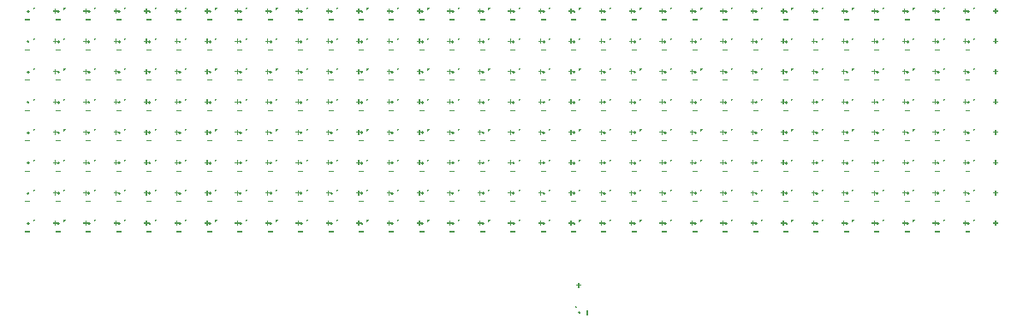
<source format=gbr>
%TF.GenerationSoftware,KiCad,Pcbnew,7.0.6*%
%TF.CreationDate,2023-07-18T02:13:15+02:00*%
%TF.ProjectId,ledboad,6c656462-6f61-4642-9e6b-696361645f70,rev?*%
%TF.SameCoordinates,Original*%
%TF.FileFunction,Other,Comment*%
%FSLAX46Y46*%
G04 Gerber Fmt 4.6, Leading zero omitted, Abs format (unit mm)*
G04 Created by KiCad (PCBNEW 7.0.6) date 2023-07-18 02:13:15*
%MOMM*%
%LPD*%
G01*
G04 APERTURE LIST*
%ADD10C,0.150000*%
G04 APERTURE END LIST*
D10*
%TO.C,D5_6*%
X61072430Y-33698700D02*
G75*
G03*
X61072430Y-33698700I-75000J0D01*
G01*
G36*
X61497430Y-33548700D02*
G01*
X61497430Y-33348700D01*
X61697430Y-33348700D01*
X61497430Y-33548700D01*
G37*
G36*
X61197430Y-34548700D02*
G01*
X60697430Y-34548700D01*
X60697430Y-34448700D01*
X61197430Y-34448700D01*
X61197430Y-34548700D01*
G37*
G36*
X63947430Y-33698700D02*
G01*
X63447430Y-33698700D01*
X63447430Y-33598700D01*
X63947430Y-33598700D01*
X63947430Y-33698700D01*
G37*
G36*
X63747430Y-33898700D02*
G01*
X63647430Y-33898700D01*
X63647430Y-33648700D01*
X63647430Y-33398700D01*
X63747430Y-33398700D01*
X63747430Y-33898700D01*
G37*
%TO.C,D8_4*%
X70070888Y-27699220D02*
G75*
G03*
X70070888Y-27699220I-75000J0D01*
G01*
G36*
X70495888Y-27549220D02*
G01*
X70495888Y-27349220D01*
X70695888Y-27349220D01*
X70495888Y-27549220D01*
G37*
G36*
X70195888Y-28549220D02*
G01*
X69695888Y-28549220D01*
X69695888Y-28449220D01*
X70195888Y-28449220D01*
X70195888Y-28549220D01*
G37*
G36*
X72945888Y-27699220D02*
G01*
X72445888Y-27699220D01*
X72445888Y-27599220D01*
X72945888Y-27599220D01*
X72945888Y-27699220D01*
G37*
G36*
X72745888Y-27899220D02*
G01*
X72645888Y-27899220D01*
X72645888Y-27649220D01*
X72645888Y-27399220D01*
X72745888Y-27399220D01*
X72745888Y-27899220D01*
G37*
%TO.C,D11_3*%
X79069346Y-24699480D02*
G75*
G03*
X79069346Y-24699480I-75000J0D01*
G01*
G36*
X79494346Y-24549480D02*
G01*
X79494346Y-24349480D01*
X79694346Y-24349480D01*
X79494346Y-24549480D01*
G37*
G36*
X79194346Y-25549480D02*
G01*
X78694346Y-25549480D01*
X78694346Y-25449480D01*
X79194346Y-25449480D01*
X79194346Y-25549480D01*
G37*
G36*
X81944346Y-24699480D02*
G01*
X81444346Y-24699480D01*
X81444346Y-24599480D01*
X81944346Y-24599480D01*
X81944346Y-24699480D01*
G37*
G36*
X81744346Y-24899480D02*
G01*
X81644346Y-24899480D01*
X81644346Y-24649480D01*
X81644346Y-24399480D01*
X81744346Y-24399480D01*
X81744346Y-24899480D01*
G37*
%TO.C,D3_7*%
X55073458Y-36698440D02*
G75*
G03*
X55073458Y-36698440I-75000J0D01*
G01*
G36*
X55498458Y-36548440D02*
G01*
X55498458Y-36348440D01*
X55698458Y-36348440D01*
X55498458Y-36548440D01*
G37*
G36*
X55198458Y-37548440D02*
G01*
X54698458Y-37548440D01*
X54698458Y-37448440D01*
X55198458Y-37448440D01*
X55198458Y-37548440D01*
G37*
G36*
X57948458Y-36698440D02*
G01*
X57448458Y-36698440D01*
X57448458Y-36598440D01*
X57948458Y-36598440D01*
X57948458Y-36698440D01*
G37*
G36*
X57748458Y-36898440D02*
G01*
X57648458Y-36898440D01*
X57648458Y-36648440D01*
X57648458Y-36398440D01*
X57748458Y-36398440D01*
X57748458Y-36898440D01*
G37*
%TO.C,D0_3*%
X46075000Y-24699480D02*
G75*
G03*
X46075000Y-24699480I-75000J0D01*
G01*
G36*
X46500000Y-24549480D02*
G01*
X46500000Y-24349480D01*
X46700000Y-24349480D01*
X46500000Y-24549480D01*
G37*
G36*
X46200000Y-25549480D02*
G01*
X45700000Y-25549480D01*
X45700000Y-25449480D01*
X46200000Y-25449480D01*
X46200000Y-25549480D01*
G37*
G36*
X48950000Y-24699480D02*
G01*
X48450000Y-24699480D01*
X48450000Y-24599480D01*
X48950000Y-24599480D01*
X48950000Y-24699480D01*
G37*
G36*
X48750000Y-24899480D02*
G01*
X48650000Y-24899480D01*
X48650000Y-24649480D01*
X48650000Y-24399480D01*
X48750000Y-24399480D01*
X48750000Y-24899480D01*
G37*
%TO.C,D3_5*%
X55073458Y-30698960D02*
G75*
G03*
X55073458Y-30698960I-75000J0D01*
G01*
G36*
X55498458Y-30548960D02*
G01*
X55498458Y-30348960D01*
X55698458Y-30348960D01*
X55498458Y-30548960D01*
G37*
G36*
X55198458Y-31548960D02*
G01*
X54698458Y-31548960D01*
X54698458Y-31448960D01*
X55198458Y-31448960D01*
X55198458Y-31548960D01*
G37*
G36*
X57948458Y-30698960D02*
G01*
X57448458Y-30698960D01*
X57448458Y-30598960D01*
X57948458Y-30598960D01*
X57948458Y-30698960D01*
G37*
G36*
X57748458Y-30898960D02*
G01*
X57648458Y-30898960D01*
X57648458Y-30648960D01*
X57648458Y-30398960D01*
X57748458Y-30398960D01*
X57748458Y-30898960D01*
G37*
%TO.C,D4_3*%
X58072944Y-24699480D02*
G75*
G03*
X58072944Y-24699480I-75000J0D01*
G01*
G36*
X58497944Y-24549480D02*
G01*
X58497944Y-24349480D01*
X58697944Y-24349480D01*
X58497944Y-24549480D01*
G37*
G36*
X58197944Y-25549480D02*
G01*
X57697944Y-25549480D01*
X57697944Y-25449480D01*
X58197944Y-25449480D01*
X58197944Y-25549480D01*
G37*
G36*
X60947944Y-24699480D02*
G01*
X60447944Y-24699480D01*
X60447944Y-24599480D01*
X60947944Y-24599480D01*
X60947944Y-24699480D01*
G37*
G36*
X60747944Y-24899480D02*
G01*
X60647944Y-24899480D01*
X60647944Y-24649480D01*
X60647944Y-24399480D01*
X60747944Y-24399480D01*
X60747944Y-24899480D01*
G37*
%TO.C,D17_6*%
X97066262Y-33698700D02*
G75*
G03*
X97066262Y-33698700I-75000J0D01*
G01*
G36*
X97491262Y-33548700D02*
G01*
X97491262Y-33348700D01*
X97691262Y-33348700D01*
X97491262Y-33548700D01*
G37*
G36*
X97191262Y-34548700D02*
G01*
X96691262Y-34548700D01*
X96691262Y-34448700D01*
X97191262Y-34448700D01*
X97191262Y-34548700D01*
G37*
G36*
X99941262Y-33698700D02*
G01*
X99441262Y-33698700D01*
X99441262Y-33598700D01*
X99941262Y-33598700D01*
X99941262Y-33698700D01*
G37*
G36*
X99741262Y-33898700D02*
G01*
X99641262Y-33898700D01*
X99641262Y-33648700D01*
X99641262Y-33398700D01*
X99741262Y-33398700D01*
X99741262Y-33898700D01*
G37*
%TO.C,D22_2*%
X112062005Y-21699740D02*
G75*
G03*
X112062005Y-21699740I-75000J0D01*
G01*
G36*
X112487005Y-21549740D02*
G01*
X112487005Y-21349740D01*
X112687005Y-21349740D01*
X112487005Y-21549740D01*
G37*
G36*
X112187005Y-22549740D02*
G01*
X111687005Y-22549740D01*
X111687005Y-22449740D01*
X112187005Y-22449740D01*
X112187005Y-22549740D01*
G37*
G36*
X114937005Y-21699740D02*
G01*
X114437005Y-21699740D01*
X114437005Y-21599740D01*
X114937005Y-21599740D01*
X114937005Y-21699740D01*
G37*
G36*
X114737005Y-21899740D02*
G01*
X114637005Y-21899740D01*
X114637005Y-21649740D01*
X114637005Y-21399740D01*
X114737005Y-21399740D01*
X114737005Y-21899740D01*
G37*
%TO.C,D25_2*%
X121062150Y-21699740D02*
G75*
G03*
X121062150Y-21699740I-75000J0D01*
G01*
G36*
X121487150Y-21549740D02*
G01*
X121487150Y-21349740D01*
X121687150Y-21349740D01*
X121487150Y-21549740D01*
G37*
G36*
X121187150Y-22549740D02*
G01*
X120687150Y-22549740D01*
X120687150Y-22449740D01*
X121187150Y-22449740D01*
X121187150Y-22549740D01*
G37*
G36*
X123937150Y-21699740D02*
G01*
X123437150Y-21699740D01*
X123437150Y-21599740D01*
X123937150Y-21599740D01*
X123937150Y-21699740D01*
G37*
G36*
X123737150Y-21899740D02*
G01*
X123637150Y-21899740D01*
X123637150Y-21649740D01*
X123637150Y-21399740D01*
X123737150Y-21399740D01*
X123737150Y-21899740D01*
G37*
%TO.C,D13_5*%
X85068318Y-30698960D02*
G75*
G03*
X85068318Y-30698960I-75000J0D01*
G01*
G36*
X85493318Y-30548960D02*
G01*
X85493318Y-30348960D01*
X85693318Y-30348960D01*
X85493318Y-30548960D01*
G37*
G36*
X85193318Y-31548960D02*
G01*
X84693318Y-31548960D01*
X84693318Y-31448960D01*
X85193318Y-31448960D01*
X85193318Y-31548960D01*
G37*
G36*
X87943318Y-30698960D02*
G01*
X87443318Y-30698960D01*
X87443318Y-30598960D01*
X87943318Y-30598960D01*
X87943318Y-30698960D01*
G37*
G36*
X87743318Y-30898960D02*
G01*
X87643318Y-30898960D01*
X87643318Y-30648960D01*
X87643318Y-30398960D01*
X87743318Y-30398960D01*
X87743318Y-30898960D01*
G37*
%TO.C,D25_6*%
X121062150Y-33698700D02*
G75*
G03*
X121062150Y-33698700I-75000J0D01*
G01*
G36*
X121487150Y-33548700D02*
G01*
X121487150Y-33348700D01*
X121687150Y-33348700D01*
X121487150Y-33548700D01*
G37*
G36*
X121187150Y-34548700D02*
G01*
X120687150Y-34548700D01*
X120687150Y-34448700D01*
X121187150Y-34448700D01*
X121187150Y-34548700D01*
G37*
G36*
X123937150Y-33698700D02*
G01*
X123437150Y-33698700D01*
X123437150Y-33598700D01*
X123937150Y-33598700D01*
X123937150Y-33698700D01*
G37*
G36*
X123737150Y-33898700D02*
G01*
X123637150Y-33898700D01*
X123637150Y-33648700D01*
X123637150Y-33398700D01*
X123737150Y-33398700D01*
X123737150Y-33898700D01*
G37*
%TO.C,D13_6*%
X85068318Y-33698700D02*
G75*
G03*
X85068318Y-33698700I-75000J0D01*
G01*
G36*
X85493318Y-33548700D02*
G01*
X85493318Y-33348700D01*
X85693318Y-33348700D01*
X85493318Y-33548700D01*
G37*
G36*
X85193318Y-34548700D02*
G01*
X84693318Y-34548700D01*
X84693318Y-34448700D01*
X85193318Y-34448700D01*
X85193318Y-34548700D01*
G37*
G36*
X87943318Y-33698700D02*
G01*
X87443318Y-33698700D01*
X87443318Y-33598700D01*
X87943318Y-33598700D01*
X87943318Y-33698700D01*
G37*
G36*
X87743318Y-33898700D02*
G01*
X87643318Y-33898700D01*
X87643318Y-33648700D01*
X87643318Y-33398700D01*
X87743318Y-33398700D01*
X87743318Y-33898700D01*
G37*
%TO.C,D17_2*%
X97066262Y-21699740D02*
G75*
G03*
X97066262Y-21699740I-75000J0D01*
G01*
G36*
X97491262Y-21549740D02*
G01*
X97491262Y-21349740D01*
X97691262Y-21349740D01*
X97491262Y-21549740D01*
G37*
G36*
X97191262Y-22549740D02*
G01*
X96691262Y-22549740D01*
X96691262Y-22449740D01*
X97191262Y-22449740D01*
X97191262Y-22549740D01*
G37*
G36*
X99941262Y-21699740D02*
G01*
X99441262Y-21699740D01*
X99441262Y-21599740D01*
X99941262Y-21599740D01*
X99941262Y-21699740D01*
G37*
G36*
X99741262Y-21899740D02*
G01*
X99641262Y-21899740D01*
X99641262Y-21649740D01*
X99641262Y-21399740D01*
X99741262Y-21399740D01*
X99741262Y-21899740D01*
G37*
%TO.C,D8_2*%
X70070888Y-21699740D02*
G75*
G03*
X70070888Y-21699740I-75000J0D01*
G01*
G36*
X70495888Y-21549740D02*
G01*
X70495888Y-21349740D01*
X70695888Y-21349740D01*
X70495888Y-21549740D01*
G37*
G36*
X70195888Y-22549740D02*
G01*
X69695888Y-22549740D01*
X69695888Y-22449740D01*
X70195888Y-22449740D01*
X70195888Y-22549740D01*
G37*
G36*
X72945888Y-21699740D02*
G01*
X72445888Y-21699740D01*
X72445888Y-21599740D01*
X72945888Y-21599740D01*
X72945888Y-21699740D01*
G37*
G36*
X72745888Y-21899740D02*
G01*
X72645888Y-21899740D01*
X72645888Y-21649740D01*
X72645888Y-21399740D01*
X72745888Y-21399740D01*
X72745888Y-21899740D01*
G37*
%TO.C,D2_4*%
X52073972Y-27699220D02*
G75*
G03*
X52073972Y-27699220I-75000J0D01*
G01*
G36*
X52498972Y-27549220D02*
G01*
X52498972Y-27349220D01*
X52698972Y-27349220D01*
X52498972Y-27549220D01*
G37*
G36*
X52198972Y-28549220D02*
G01*
X51698972Y-28549220D01*
X51698972Y-28449220D01*
X52198972Y-28449220D01*
X52198972Y-28549220D01*
G37*
G36*
X54948972Y-27699220D02*
G01*
X54448972Y-27699220D01*
X54448972Y-27599220D01*
X54948972Y-27599220D01*
X54948972Y-27699220D01*
G37*
G36*
X54748972Y-27899220D02*
G01*
X54648972Y-27899220D01*
X54648972Y-27649220D01*
X54648972Y-27399220D01*
X54748972Y-27399220D01*
X54748972Y-27899220D01*
G37*
%TO.C,D23_7*%
X115063178Y-36698440D02*
G75*
G03*
X115063178Y-36698440I-75000J0D01*
G01*
G36*
X115488178Y-36548440D02*
G01*
X115488178Y-36348440D01*
X115688178Y-36348440D01*
X115488178Y-36548440D01*
G37*
G36*
X115188178Y-37548440D02*
G01*
X114688178Y-37548440D01*
X114688178Y-37448440D01*
X115188178Y-37448440D01*
X115188178Y-37548440D01*
G37*
G36*
X117938178Y-36698440D02*
G01*
X117438178Y-36698440D01*
X117438178Y-36598440D01*
X117938178Y-36598440D01*
X117938178Y-36698440D01*
G37*
G36*
X117738178Y-36898440D02*
G01*
X117638178Y-36898440D01*
X117638178Y-36648440D01*
X117638178Y-36398440D01*
X117738178Y-36398440D01*
X117738178Y-36898440D01*
G37*
%TO.C,D20_4*%
X106064720Y-27699220D02*
G75*
G03*
X106064720Y-27699220I-75000J0D01*
G01*
G36*
X106489720Y-27549220D02*
G01*
X106489720Y-27349220D01*
X106689720Y-27349220D01*
X106489720Y-27549220D01*
G37*
G36*
X106189720Y-28549220D02*
G01*
X105689720Y-28549220D01*
X105689720Y-28449220D01*
X106189720Y-28449220D01*
X106189720Y-28549220D01*
G37*
G36*
X108939720Y-27699220D02*
G01*
X108439720Y-27699220D01*
X108439720Y-27599220D01*
X108939720Y-27599220D01*
X108939720Y-27699220D01*
G37*
G36*
X108739720Y-27899220D02*
G01*
X108639720Y-27899220D01*
X108639720Y-27649220D01*
X108639720Y-27399220D01*
X108739720Y-27399220D01*
X108739720Y-27899220D01*
G37*
%TO.C,D30_4*%
X136059580Y-27699220D02*
G75*
G03*
X136059580Y-27699220I-75000J0D01*
G01*
G36*
X136484580Y-27549220D02*
G01*
X136484580Y-27349220D01*
X136684580Y-27349220D01*
X136484580Y-27549220D01*
G37*
G36*
X136184580Y-28549220D02*
G01*
X135684580Y-28549220D01*
X135684580Y-28449220D01*
X136184580Y-28449220D01*
X136184580Y-28549220D01*
G37*
G36*
X138934580Y-27699220D02*
G01*
X138434580Y-27699220D01*
X138434580Y-27599220D01*
X138934580Y-27599220D01*
X138934580Y-27699220D01*
G37*
G36*
X138734580Y-27899220D02*
G01*
X138634580Y-27899220D01*
X138634580Y-27649220D01*
X138634580Y-27399220D01*
X138734580Y-27399220D01*
X138734580Y-27899220D01*
G37*
%TO.C,D9_7*%
X73070374Y-36698440D02*
G75*
G03*
X73070374Y-36698440I-75000J0D01*
G01*
G36*
X73495374Y-36548440D02*
G01*
X73495374Y-36348440D01*
X73695374Y-36348440D01*
X73495374Y-36548440D01*
G37*
G36*
X73195374Y-37548440D02*
G01*
X72695374Y-37548440D01*
X72695374Y-37448440D01*
X73195374Y-37448440D01*
X73195374Y-37548440D01*
G37*
G36*
X75945374Y-36698440D02*
G01*
X75445374Y-36698440D01*
X75445374Y-36598440D01*
X75945374Y-36598440D01*
X75945374Y-36698440D01*
G37*
G36*
X75745374Y-36898440D02*
G01*
X75645374Y-36898440D01*
X75645374Y-36648440D01*
X75645374Y-36398440D01*
X75745374Y-36398440D01*
X75745374Y-36898440D01*
G37*
%TO.C,D30_7*%
X136059580Y-36698440D02*
G75*
G03*
X136059580Y-36698440I-75000J0D01*
G01*
G36*
X136484580Y-36548440D02*
G01*
X136484580Y-36348440D01*
X136684580Y-36348440D01*
X136484580Y-36548440D01*
G37*
G36*
X136184580Y-37548440D02*
G01*
X135684580Y-37548440D01*
X135684580Y-37448440D01*
X136184580Y-37448440D01*
X136184580Y-37548440D01*
G37*
G36*
X138934580Y-36698440D02*
G01*
X138434580Y-36698440D01*
X138434580Y-36598440D01*
X138934580Y-36598440D01*
X138934580Y-36698440D01*
G37*
G36*
X138734580Y-36898440D02*
G01*
X138634580Y-36898440D01*
X138634580Y-36648440D01*
X138634580Y-36398440D01*
X138734580Y-36398440D01*
X138734580Y-36898440D01*
G37*
%TO.C,D22_7*%
X112062005Y-36698440D02*
G75*
G03*
X112062005Y-36698440I-75000J0D01*
G01*
G36*
X112487005Y-36548440D02*
G01*
X112487005Y-36348440D01*
X112687005Y-36348440D01*
X112487005Y-36548440D01*
G37*
G36*
X112187005Y-37548440D02*
G01*
X111687005Y-37548440D01*
X111687005Y-37448440D01*
X112187005Y-37448440D01*
X112187005Y-37548440D01*
G37*
G36*
X114937005Y-36698440D02*
G01*
X114437005Y-36698440D01*
X114437005Y-36598440D01*
X114937005Y-36598440D01*
X114937005Y-36698440D01*
G37*
G36*
X114737005Y-36898440D02*
G01*
X114637005Y-36898440D01*
X114637005Y-36648440D01*
X114637005Y-36398440D01*
X114737005Y-36398440D01*
X114737005Y-36898440D01*
G37*
%TO.C,D13_2*%
X85068318Y-21699740D02*
G75*
G03*
X85068318Y-21699740I-75000J0D01*
G01*
G36*
X85493318Y-21549740D02*
G01*
X85493318Y-21349740D01*
X85693318Y-21349740D01*
X85493318Y-21549740D01*
G37*
G36*
X85193318Y-22549740D02*
G01*
X84693318Y-22549740D01*
X84693318Y-22449740D01*
X85193318Y-22449740D01*
X85193318Y-22549740D01*
G37*
G36*
X87943318Y-21699740D02*
G01*
X87443318Y-21699740D01*
X87443318Y-21599740D01*
X87943318Y-21599740D01*
X87943318Y-21699740D01*
G37*
G36*
X87743318Y-21899740D02*
G01*
X87643318Y-21899740D01*
X87643318Y-21649740D01*
X87643318Y-21399740D01*
X87743318Y-21399740D01*
X87743318Y-21899740D01*
G37*
%TO.C,D14_7*%
X88067804Y-36698440D02*
G75*
G03*
X88067804Y-36698440I-75000J0D01*
G01*
G36*
X88492804Y-36548440D02*
G01*
X88492804Y-36348440D01*
X88692804Y-36348440D01*
X88492804Y-36548440D01*
G37*
G36*
X88192804Y-37548440D02*
G01*
X87692804Y-37548440D01*
X87692804Y-37448440D01*
X88192804Y-37448440D01*
X88192804Y-37548440D01*
G37*
G36*
X90942804Y-36698440D02*
G01*
X90442804Y-36698440D01*
X90442804Y-36598440D01*
X90942804Y-36598440D01*
X90942804Y-36698440D01*
G37*
G36*
X90742804Y-36898440D02*
G01*
X90642804Y-36898440D01*
X90642804Y-36648440D01*
X90642804Y-36398440D01*
X90742804Y-36398440D01*
X90742804Y-36898440D01*
G37*
%TO.C,D18_7*%
X100065748Y-36698440D02*
G75*
G03*
X100065748Y-36698440I-75000J0D01*
G01*
G36*
X100490748Y-36548440D02*
G01*
X100490748Y-36348440D01*
X100690748Y-36348440D01*
X100490748Y-36548440D01*
G37*
G36*
X100190748Y-37548440D02*
G01*
X99690748Y-37548440D01*
X99690748Y-37448440D01*
X100190748Y-37448440D01*
X100190748Y-37548440D01*
G37*
G36*
X102940748Y-36698440D02*
G01*
X102440748Y-36698440D01*
X102440748Y-36598440D01*
X102940748Y-36598440D01*
X102940748Y-36698440D01*
G37*
G36*
X102740748Y-36898440D02*
G01*
X102640748Y-36898440D01*
X102640748Y-36648440D01*
X102640748Y-36398440D01*
X102740748Y-36398440D01*
X102740748Y-36898440D01*
G37*
%TO.C,D1_1*%
X49074486Y-18700000D02*
G75*
G03*
X49074486Y-18700000I-75000J0D01*
G01*
G36*
X49499486Y-18550000D02*
G01*
X49499486Y-18350000D01*
X49699486Y-18350000D01*
X49499486Y-18550000D01*
G37*
G36*
X49199486Y-19550000D02*
G01*
X48699486Y-19550000D01*
X48699486Y-19450000D01*
X49199486Y-19450000D01*
X49199486Y-19550000D01*
G37*
G36*
X51949486Y-18700000D02*
G01*
X51449486Y-18700000D01*
X51449486Y-18600000D01*
X51949486Y-18600000D01*
X51949486Y-18700000D01*
G37*
G36*
X51749486Y-18900000D02*
G01*
X51649486Y-18900000D01*
X51649486Y-18650000D01*
X51649486Y-18400000D01*
X51749486Y-18400000D01*
X51749486Y-18900000D01*
G37*
%TO.C,D31_4*%
X139059066Y-27699220D02*
G75*
G03*
X139059066Y-27699220I-75000J0D01*
G01*
G36*
X139484066Y-27549220D02*
G01*
X139484066Y-27349220D01*
X139684066Y-27349220D01*
X139484066Y-27549220D01*
G37*
G36*
X139184066Y-28549220D02*
G01*
X138684066Y-28549220D01*
X138684066Y-28449220D01*
X139184066Y-28449220D01*
X139184066Y-28549220D01*
G37*
G36*
X141934066Y-27699220D02*
G01*
X141434066Y-27699220D01*
X141434066Y-27599220D01*
X141934066Y-27599220D01*
X141934066Y-27699220D01*
G37*
G36*
X141734066Y-27899220D02*
G01*
X141634066Y-27899220D01*
X141634066Y-27649220D01*
X141634066Y-27399220D01*
X141734066Y-27399220D01*
X141734066Y-27899220D01*
G37*
%TO.C,D4_8*%
X58072944Y-39698180D02*
G75*
G03*
X58072944Y-39698180I-75000J0D01*
G01*
G36*
X58497944Y-39548180D02*
G01*
X58497944Y-39348180D01*
X58697944Y-39348180D01*
X58497944Y-39548180D01*
G37*
G36*
X58197944Y-40548180D02*
G01*
X57697944Y-40548180D01*
X57697944Y-40448180D01*
X58197944Y-40448180D01*
X58197944Y-40548180D01*
G37*
G36*
X60947944Y-39698180D02*
G01*
X60447944Y-39698180D01*
X60447944Y-39598180D01*
X60947944Y-39598180D01*
X60947944Y-39698180D01*
G37*
G36*
X60747944Y-39898180D02*
G01*
X60647944Y-39898180D01*
X60647944Y-39648180D01*
X60647944Y-39398180D01*
X60747944Y-39398180D01*
X60747944Y-39898180D01*
G37*
%TO.C,D18_3*%
X100065748Y-24699480D02*
G75*
G03*
X100065748Y-24699480I-75000J0D01*
G01*
G36*
X100490748Y-24549480D02*
G01*
X100490748Y-24349480D01*
X100690748Y-24349480D01*
X100490748Y-24549480D01*
G37*
G36*
X100190748Y-25549480D02*
G01*
X99690748Y-25549480D01*
X99690748Y-25449480D01*
X100190748Y-25449480D01*
X100190748Y-25549480D01*
G37*
G36*
X102940748Y-24699480D02*
G01*
X102440748Y-24699480D01*
X102440748Y-24599480D01*
X102940748Y-24599480D01*
X102940748Y-24699480D01*
G37*
G36*
X102740748Y-24899480D02*
G01*
X102640748Y-24899480D01*
X102640748Y-24649480D01*
X102640748Y-24399480D01*
X102740748Y-24399480D01*
X102740748Y-24899480D01*
G37*
%TO.C,D23_5*%
X115063178Y-30698960D02*
G75*
G03*
X115063178Y-30698960I-75000J0D01*
G01*
G36*
X115488178Y-30548960D02*
G01*
X115488178Y-30348960D01*
X115688178Y-30348960D01*
X115488178Y-30548960D01*
G37*
G36*
X115188178Y-31548960D02*
G01*
X114688178Y-31548960D01*
X114688178Y-31448960D01*
X115188178Y-31448960D01*
X115188178Y-31548960D01*
G37*
G36*
X117938178Y-30698960D02*
G01*
X117438178Y-30698960D01*
X117438178Y-30598960D01*
X117938178Y-30598960D01*
X117938178Y-30698960D01*
G37*
G36*
X117738178Y-30898960D02*
G01*
X117638178Y-30898960D01*
X117638178Y-30648960D01*
X117638178Y-30398960D01*
X117738178Y-30398960D01*
X117738178Y-30898960D01*
G37*
%TO.C,D21_3*%
X109064206Y-24699480D02*
G75*
G03*
X109064206Y-24699480I-75000J0D01*
G01*
G36*
X109489206Y-24549480D02*
G01*
X109489206Y-24349480D01*
X109689206Y-24349480D01*
X109489206Y-24549480D01*
G37*
G36*
X109189206Y-25549480D02*
G01*
X108689206Y-25549480D01*
X108689206Y-25449480D01*
X109189206Y-25449480D01*
X109189206Y-25549480D01*
G37*
G36*
X111939206Y-24699480D02*
G01*
X111439206Y-24699480D01*
X111439206Y-24599480D01*
X111939206Y-24599480D01*
X111939206Y-24699480D01*
G37*
G36*
X111739206Y-24899480D02*
G01*
X111639206Y-24899480D01*
X111639206Y-24649480D01*
X111639206Y-24399480D01*
X111739206Y-24399480D01*
X111739206Y-24899480D01*
G37*
%TO.C,D13_4*%
X85068318Y-27699220D02*
G75*
G03*
X85068318Y-27699220I-75000J0D01*
G01*
G36*
X85493318Y-27549220D02*
G01*
X85493318Y-27349220D01*
X85693318Y-27349220D01*
X85493318Y-27549220D01*
G37*
G36*
X85193318Y-28549220D02*
G01*
X84693318Y-28549220D01*
X84693318Y-28449220D01*
X85193318Y-28449220D01*
X85193318Y-28549220D01*
G37*
G36*
X87943318Y-27699220D02*
G01*
X87443318Y-27699220D01*
X87443318Y-27599220D01*
X87943318Y-27599220D01*
X87943318Y-27699220D01*
G37*
G36*
X87743318Y-27899220D02*
G01*
X87643318Y-27899220D01*
X87643318Y-27649220D01*
X87643318Y-27399220D01*
X87743318Y-27399220D01*
X87743318Y-27899220D01*
G37*
%TO.C,D24_7*%
X118062664Y-36698440D02*
G75*
G03*
X118062664Y-36698440I-75000J0D01*
G01*
G36*
X118487664Y-36548440D02*
G01*
X118487664Y-36348440D01*
X118687664Y-36348440D01*
X118487664Y-36548440D01*
G37*
G36*
X118187664Y-37548440D02*
G01*
X117687664Y-37548440D01*
X117687664Y-37448440D01*
X118187664Y-37448440D01*
X118187664Y-37548440D01*
G37*
G36*
X120937664Y-36698440D02*
G01*
X120437664Y-36698440D01*
X120437664Y-36598440D01*
X120937664Y-36598440D01*
X120937664Y-36698440D01*
G37*
G36*
X120737664Y-36898440D02*
G01*
X120637664Y-36898440D01*
X120637664Y-36648440D01*
X120637664Y-36398440D01*
X120737664Y-36398440D01*
X120737664Y-36898440D01*
G37*
%TO.C,D18_2*%
X100065748Y-21699740D02*
G75*
G03*
X100065748Y-21699740I-75000J0D01*
G01*
G36*
X100490748Y-21549740D02*
G01*
X100490748Y-21349740D01*
X100690748Y-21349740D01*
X100490748Y-21549740D01*
G37*
G36*
X100190748Y-22549740D02*
G01*
X99690748Y-22549740D01*
X99690748Y-22449740D01*
X100190748Y-22449740D01*
X100190748Y-22549740D01*
G37*
G36*
X102940748Y-21699740D02*
G01*
X102440748Y-21699740D01*
X102440748Y-21599740D01*
X102940748Y-21599740D01*
X102940748Y-21699740D01*
G37*
G36*
X102740748Y-21899740D02*
G01*
X102640748Y-21899740D01*
X102640748Y-21649740D01*
X102640748Y-21399740D01*
X102740748Y-21399740D01*
X102740748Y-21899740D01*
G37*
%TO.C,D24_3*%
X118062664Y-24699480D02*
G75*
G03*
X118062664Y-24699480I-75000J0D01*
G01*
G36*
X118487664Y-24549480D02*
G01*
X118487664Y-24349480D01*
X118687664Y-24349480D01*
X118487664Y-24549480D01*
G37*
G36*
X118187664Y-25549480D02*
G01*
X117687664Y-25549480D01*
X117687664Y-25449480D01*
X118187664Y-25449480D01*
X118187664Y-25549480D01*
G37*
G36*
X120937664Y-24699480D02*
G01*
X120437664Y-24699480D01*
X120437664Y-24599480D01*
X120937664Y-24599480D01*
X120937664Y-24699480D01*
G37*
G36*
X120737664Y-24899480D02*
G01*
X120637664Y-24899480D01*
X120637664Y-24649480D01*
X120637664Y-24399480D01*
X120737664Y-24399480D01*
X120737664Y-24899480D01*
G37*
%TO.C,D2_5*%
X52073972Y-30698960D02*
G75*
G03*
X52073972Y-30698960I-75000J0D01*
G01*
G36*
X52498972Y-30548960D02*
G01*
X52498972Y-30348960D01*
X52698972Y-30348960D01*
X52498972Y-30548960D01*
G37*
G36*
X52198972Y-31548960D02*
G01*
X51698972Y-31548960D01*
X51698972Y-31448960D01*
X52198972Y-31448960D01*
X52198972Y-31548960D01*
G37*
G36*
X54948972Y-30698960D02*
G01*
X54448972Y-30698960D01*
X54448972Y-30598960D01*
X54948972Y-30598960D01*
X54948972Y-30698960D01*
G37*
G36*
X54748972Y-30898960D02*
G01*
X54648972Y-30898960D01*
X54648972Y-30648960D01*
X54648972Y-30398960D01*
X54748972Y-30398960D01*
X54748972Y-30898960D01*
G37*
%TO.C,D17_5*%
X97066262Y-30698960D02*
G75*
G03*
X97066262Y-30698960I-75000J0D01*
G01*
G36*
X97491262Y-30548960D02*
G01*
X97491262Y-30348960D01*
X97691262Y-30348960D01*
X97491262Y-30548960D01*
G37*
G36*
X97191262Y-31548960D02*
G01*
X96691262Y-31548960D01*
X96691262Y-31448960D01*
X97191262Y-31448960D01*
X97191262Y-31548960D01*
G37*
G36*
X99941262Y-30698960D02*
G01*
X99441262Y-30698960D01*
X99441262Y-30598960D01*
X99941262Y-30598960D01*
X99941262Y-30698960D01*
G37*
G36*
X99741262Y-30898960D02*
G01*
X99641262Y-30898960D01*
X99641262Y-30648960D01*
X99641262Y-30398960D01*
X99741262Y-30398960D01*
X99741262Y-30898960D01*
G37*
%TO.C,D5_8*%
X61072430Y-39698180D02*
G75*
G03*
X61072430Y-39698180I-75000J0D01*
G01*
G36*
X61497430Y-39548180D02*
G01*
X61497430Y-39348180D01*
X61697430Y-39348180D01*
X61497430Y-39548180D01*
G37*
G36*
X61197430Y-40548180D02*
G01*
X60697430Y-40548180D01*
X60697430Y-40448180D01*
X61197430Y-40448180D01*
X61197430Y-40548180D01*
G37*
G36*
X63947430Y-39698180D02*
G01*
X63447430Y-39698180D01*
X63447430Y-39598180D01*
X63947430Y-39598180D01*
X63947430Y-39698180D01*
G37*
G36*
X63747430Y-39898180D02*
G01*
X63647430Y-39898180D01*
X63647430Y-39648180D01*
X63647430Y-39398180D01*
X63747430Y-39398180D01*
X63747430Y-39898180D01*
G37*
%TO.C,D2_6*%
X52073972Y-33698700D02*
G75*
G03*
X52073972Y-33698700I-75000J0D01*
G01*
G36*
X52498972Y-33548700D02*
G01*
X52498972Y-33348700D01*
X52698972Y-33348700D01*
X52498972Y-33548700D01*
G37*
G36*
X52198972Y-34548700D02*
G01*
X51698972Y-34548700D01*
X51698972Y-34448700D01*
X52198972Y-34448700D01*
X52198972Y-34548700D01*
G37*
G36*
X54948972Y-33698700D02*
G01*
X54448972Y-33698700D01*
X54448972Y-33598700D01*
X54948972Y-33598700D01*
X54948972Y-33698700D01*
G37*
G36*
X54748972Y-33898700D02*
G01*
X54648972Y-33898700D01*
X54648972Y-33648700D01*
X54648972Y-33398700D01*
X54748972Y-33398700D01*
X54748972Y-33898700D01*
G37*
%TO.C,D20_7*%
X106064720Y-36698440D02*
G75*
G03*
X106064720Y-36698440I-75000J0D01*
G01*
G36*
X106489720Y-36548440D02*
G01*
X106489720Y-36348440D01*
X106689720Y-36348440D01*
X106489720Y-36548440D01*
G37*
G36*
X106189720Y-37548440D02*
G01*
X105689720Y-37548440D01*
X105689720Y-37448440D01*
X106189720Y-37448440D01*
X106189720Y-37548440D01*
G37*
G36*
X108939720Y-36698440D02*
G01*
X108439720Y-36698440D01*
X108439720Y-36598440D01*
X108939720Y-36598440D01*
X108939720Y-36698440D01*
G37*
G36*
X108739720Y-36898440D02*
G01*
X108639720Y-36898440D01*
X108639720Y-36648440D01*
X108639720Y-36398440D01*
X108739720Y-36398440D01*
X108739720Y-36898440D01*
G37*
%TO.C,D0_1*%
X46075000Y-18700000D02*
G75*
G03*
X46075000Y-18700000I-75000J0D01*
G01*
G36*
X46500000Y-18550000D02*
G01*
X46500000Y-18350000D01*
X46700000Y-18350000D01*
X46500000Y-18550000D01*
G37*
G36*
X46200000Y-19550000D02*
G01*
X45700000Y-19550000D01*
X45700000Y-19450000D01*
X46200000Y-19450000D01*
X46200000Y-19550000D01*
G37*
G36*
X48950000Y-18700000D02*
G01*
X48450000Y-18700000D01*
X48450000Y-18600000D01*
X48950000Y-18600000D01*
X48950000Y-18700000D01*
G37*
G36*
X48750000Y-18900000D02*
G01*
X48650000Y-18900000D01*
X48650000Y-18650000D01*
X48650000Y-18400000D01*
X48750000Y-18400000D01*
X48750000Y-18900000D01*
G37*
%TO.C,D23_6*%
X115063178Y-33698700D02*
G75*
G03*
X115063178Y-33698700I-75000J0D01*
G01*
G36*
X115488178Y-33548700D02*
G01*
X115488178Y-33348700D01*
X115688178Y-33348700D01*
X115488178Y-33548700D01*
G37*
G36*
X115188178Y-34548700D02*
G01*
X114688178Y-34548700D01*
X114688178Y-34448700D01*
X115188178Y-34448700D01*
X115188178Y-34548700D01*
G37*
G36*
X117938178Y-33698700D02*
G01*
X117438178Y-33698700D01*
X117438178Y-33598700D01*
X117938178Y-33598700D01*
X117938178Y-33698700D01*
G37*
G36*
X117738178Y-33898700D02*
G01*
X117638178Y-33898700D01*
X117638178Y-33648700D01*
X117638178Y-33398700D01*
X117738178Y-33398700D01*
X117738178Y-33898700D01*
G37*
%TO.C,D10_5*%
X76069860Y-30698960D02*
G75*
G03*
X76069860Y-30698960I-75000J0D01*
G01*
G36*
X76494860Y-30548960D02*
G01*
X76494860Y-30348960D01*
X76694860Y-30348960D01*
X76494860Y-30548960D01*
G37*
G36*
X76194860Y-31548960D02*
G01*
X75694860Y-31548960D01*
X75694860Y-31448960D01*
X76194860Y-31448960D01*
X76194860Y-31548960D01*
G37*
G36*
X78944860Y-30698960D02*
G01*
X78444860Y-30698960D01*
X78444860Y-30598960D01*
X78944860Y-30598960D01*
X78944860Y-30698960D01*
G37*
G36*
X78744860Y-30898960D02*
G01*
X78644860Y-30898960D01*
X78644860Y-30648960D01*
X78644860Y-30398960D01*
X78744860Y-30398960D01*
X78744860Y-30898960D01*
G37*
%TO.C,D31_3*%
X139059066Y-24699480D02*
G75*
G03*
X139059066Y-24699480I-75000J0D01*
G01*
G36*
X139484066Y-24549480D02*
G01*
X139484066Y-24349480D01*
X139684066Y-24349480D01*
X139484066Y-24549480D01*
G37*
G36*
X139184066Y-25549480D02*
G01*
X138684066Y-25549480D01*
X138684066Y-25449480D01*
X139184066Y-25449480D01*
X139184066Y-25549480D01*
G37*
G36*
X141934066Y-24699480D02*
G01*
X141434066Y-24699480D01*
X141434066Y-24599480D01*
X141934066Y-24599480D01*
X141934066Y-24699480D01*
G37*
G36*
X141734066Y-24899480D02*
G01*
X141634066Y-24899480D01*
X141634066Y-24649480D01*
X141634066Y-24399480D01*
X141734066Y-24399480D01*
X141734066Y-24899480D01*
G37*
%TO.C,D7_8*%
X67071402Y-39698180D02*
G75*
G03*
X67071402Y-39698180I-75000J0D01*
G01*
G36*
X67496402Y-39548180D02*
G01*
X67496402Y-39348180D01*
X67696402Y-39348180D01*
X67496402Y-39548180D01*
G37*
G36*
X67196402Y-40548180D02*
G01*
X66696402Y-40548180D01*
X66696402Y-40448180D01*
X67196402Y-40448180D01*
X67196402Y-40548180D01*
G37*
G36*
X69946402Y-39698180D02*
G01*
X69446402Y-39698180D01*
X69446402Y-39598180D01*
X69946402Y-39598180D01*
X69946402Y-39698180D01*
G37*
G36*
X69746402Y-39898180D02*
G01*
X69646402Y-39898180D01*
X69646402Y-39648180D01*
X69646402Y-39398180D01*
X69746402Y-39398180D01*
X69746402Y-39898180D01*
G37*
%TO.C,D5_5*%
X61072430Y-30698960D02*
G75*
G03*
X61072430Y-30698960I-75000J0D01*
G01*
G36*
X61497430Y-30548960D02*
G01*
X61497430Y-30348960D01*
X61697430Y-30348960D01*
X61497430Y-30548960D01*
G37*
G36*
X61197430Y-31548960D02*
G01*
X60697430Y-31548960D01*
X60697430Y-31448960D01*
X61197430Y-31448960D01*
X61197430Y-31548960D01*
G37*
G36*
X63947430Y-30698960D02*
G01*
X63447430Y-30698960D01*
X63447430Y-30598960D01*
X63947430Y-30598960D01*
X63947430Y-30698960D01*
G37*
G36*
X63747430Y-30898960D02*
G01*
X63647430Y-30898960D01*
X63647430Y-30648960D01*
X63647430Y-30398960D01*
X63747430Y-30398960D01*
X63747430Y-30898960D01*
G37*
%TO.C,D20_2*%
X106064720Y-21699740D02*
G75*
G03*
X106064720Y-21699740I-75000J0D01*
G01*
G36*
X106489720Y-21549740D02*
G01*
X106489720Y-21349740D01*
X106689720Y-21349740D01*
X106489720Y-21549740D01*
G37*
G36*
X106189720Y-22549740D02*
G01*
X105689720Y-22549740D01*
X105689720Y-22449740D01*
X106189720Y-22449740D01*
X106189720Y-22549740D01*
G37*
G36*
X108939720Y-21699740D02*
G01*
X108439720Y-21699740D01*
X108439720Y-21599740D01*
X108939720Y-21599740D01*
X108939720Y-21699740D01*
G37*
G36*
X108739720Y-21899740D02*
G01*
X108639720Y-21899740D01*
X108639720Y-21649740D01*
X108639720Y-21399740D01*
X108739720Y-21399740D01*
X108739720Y-21899740D01*
G37*
%TO.C,D22_5*%
X112062005Y-30698960D02*
G75*
G03*
X112062005Y-30698960I-75000J0D01*
G01*
G36*
X112487005Y-30548960D02*
G01*
X112487005Y-30348960D01*
X112687005Y-30348960D01*
X112487005Y-30548960D01*
G37*
G36*
X112187005Y-31548960D02*
G01*
X111687005Y-31548960D01*
X111687005Y-31448960D01*
X112187005Y-31448960D01*
X112187005Y-31548960D01*
G37*
G36*
X114937005Y-30698960D02*
G01*
X114437005Y-30698960D01*
X114437005Y-30598960D01*
X114937005Y-30598960D01*
X114937005Y-30698960D01*
G37*
G36*
X114737005Y-30898960D02*
G01*
X114637005Y-30898960D01*
X114637005Y-30648960D01*
X114637005Y-30398960D01*
X114737005Y-30398960D01*
X114737005Y-30898960D01*
G37*
%TO.C,D17_7*%
X97066262Y-36698440D02*
G75*
G03*
X97066262Y-36698440I-75000J0D01*
G01*
G36*
X97491262Y-36548440D02*
G01*
X97491262Y-36348440D01*
X97691262Y-36348440D01*
X97491262Y-36548440D01*
G37*
G36*
X97191262Y-37548440D02*
G01*
X96691262Y-37548440D01*
X96691262Y-37448440D01*
X97191262Y-37448440D01*
X97191262Y-37548440D01*
G37*
G36*
X99941262Y-36698440D02*
G01*
X99441262Y-36698440D01*
X99441262Y-36598440D01*
X99941262Y-36598440D01*
X99941262Y-36698440D01*
G37*
G36*
X99741262Y-36898440D02*
G01*
X99641262Y-36898440D01*
X99641262Y-36648440D01*
X99641262Y-36398440D01*
X99741262Y-36398440D01*
X99741262Y-36898440D01*
G37*
%TO.C,D25_7*%
X121062150Y-36698440D02*
G75*
G03*
X121062150Y-36698440I-75000J0D01*
G01*
G36*
X121487150Y-36548440D02*
G01*
X121487150Y-36348440D01*
X121687150Y-36348440D01*
X121487150Y-36548440D01*
G37*
G36*
X121187150Y-37548440D02*
G01*
X120687150Y-37548440D01*
X120687150Y-37448440D01*
X121187150Y-37448440D01*
X121187150Y-37548440D01*
G37*
G36*
X123937150Y-36698440D02*
G01*
X123437150Y-36698440D01*
X123437150Y-36598440D01*
X123937150Y-36598440D01*
X123937150Y-36698440D01*
G37*
G36*
X123737150Y-36898440D02*
G01*
X123637150Y-36898440D01*
X123637150Y-36648440D01*
X123637150Y-36398440D01*
X123737150Y-36398440D01*
X123737150Y-36898440D01*
G37*
%TO.C,D20_8*%
X106064720Y-39698180D02*
G75*
G03*
X106064720Y-39698180I-75000J0D01*
G01*
G36*
X106489720Y-39548180D02*
G01*
X106489720Y-39348180D01*
X106689720Y-39348180D01*
X106489720Y-39548180D01*
G37*
G36*
X106189720Y-40548180D02*
G01*
X105689720Y-40548180D01*
X105689720Y-40448180D01*
X106189720Y-40448180D01*
X106189720Y-40548180D01*
G37*
G36*
X108939720Y-39698180D02*
G01*
X108439720Y-39698180D01*
X108439720Y-39598180D01*
X108939720Y-39598180D01*
X108939720Y-39698180D01*
G37*
G36*
X108739720Y-39898180D02*
G01*
X108639720Y-39898180D01*
X108639720Y-39648180D01*
X108639720Y-39398180D01*
X108739720Y-39398180D01*
X108739720Y-39898180D01*
G37*
%TO.C,D28_5*%
X130060608Y-30698960D02*
G75*
G03*
X130060608Y-30698960I-75000J0D01*
G01*
G36*
X130485608Y-30548960D02*
G01*
X130485608Y-30348960D01*
X130685608Y-30348960D01*
X130485608Y-30548960D01*
G37*
G36*
X130185608Y-31548960D02*
G01*
X129685608Y-31548960D01*
X129685608Y-31448960D01*
X130185608Y-31448960D01*
X130185608Y-31548960D01*
G37*
G36*
X132935608Y-30698960D02*
G01*
X132435608Y-30698960D01*
X132435608Y-30598960D01*
X132935608Y-30598960D01*
X132935608Y-30698960D01*
G37*
G36*
X132735608Y-30898960D02*
G01*
X132635608Y-30898960D01*
X132635608Y-30648960D01*
X132635608Y-30398960D01*
X132735608Y-30398960D01*
X132735608Y-30898960D01*
G37*
%TO.C,D0_7*%
X46075000Y-36698440D02*
G75*
G03*
X46075000Y-36698440I-75000J0D01*
G01*
G36*
X46500000Y-36548440D02*
G01*
X46500000Y-36348440D01*
X46700000Y-36348440D01*
X46500000Y-36548440D01*
G37*
G36*
X46200000Y-37548440D02*
G01*
X45700000Y-37548440D01*
X45700000Y-37448440D01*
X46200000Y-37448440D01*
X46200000Y-37548440D01*
G37*
G36*
X48950000Y-36698440D02*
G01*
X48450000Y-36698440D01*
X48450000Y-36598440D01*
X48950000Y-36598440D01*
X48950000Y-36698440D01*
G37*
G36*
X48750000Y-36898440D02*
G01*
X48650000Y-36898440D01*
X48650000Y-36648440D01*
X48650000Y-36398440D01*
X48750000Y-36398440D01*
X48750000Y-36898440D01*
G37*
%TO.C,D12_3*%
X82068832Y-24699480D02*
G75*
G03*
X82068832Y-24699480I-75000J0D01*
G01*
G36*
X82493832Y-24549480D02*
G01*
X82493832Y-24349480D01*
X82693832Y-24349480D01*
X82493832Y-24549480D01*
G37*
G36*
X82193832Y-25549480D02*
G01*
X81693832Y-25549480D01*
X81693832Y-25449480D01*
X82193832Y-25449480D01*
X82193832Y-25549480D01*
G37*
G36*
X84943832Y-24699480D02*
G01*
X84443832Y-24699480D01*
X84443832Y-24599480D01*
X84943832Y-24599480D01*
X84943832Y-24699480D01*
G37*
G36*
X84743832Y-24899480D02*
G01*
X84643832Y-24899480D01*
X84643832Y-24649480D01*
X84643832Y-24399480D01*
X84743832Y-24399480D01*
X84743832Y-24899480D01*
G37*
%TO.C,D14_6*%
X88067804Y-33698700D02*
G75*
G03*
X88067804Y-33698700I-75000J0D01*
G01*
G36*
X88492804Y-33548700D02*
G01*
X88492804Y-33348700D01*
X88692804Y-33348700D01*
X88492804Y-33548700D01*
G37*
G36*
X88192804Y-34548700D02*
G01*
X87692804Y-34548700D01*
X87692804Y-34448700D01*
X88192804Y-34448700D01*
X88192804Y-34548700D01*
G37*
G36*
X90942804Y-33698700D02*
G01*
X90442804Y-33698700D01*
X90442804Y-33598700D01*
X90942804Y-33598700D01*
X90942804Y-33698700D01*
G37*
G36*
X90742804Y-33898700D02*
G01*
X90642804Y-33898700D01*
X90642804Y-33648700D01*
X90642804Y-33398700D01*
X90742804Y-33398700D01*
X90742804Y-33898700D01*
G37*
%TO.C,D14_5*%
X88067804Y-30698960D02*
G75*
G03*
X88067804Y-30698960I-75000J0D01*
G01*
G36*
X88492804Y-30548960D02*
G01*
X88492804Y-30348960D01*
X88692804Y-30348960D01*
X88492804Y-30548960D01*
G37*
G36*
X88192804Y-31548960D02*
G01*
X87692804Y-31548960D01*
X87692804Y-31448960D01*
X88192804Y-31448960D01*
X88192804Y-31548960D01*
G37*
G36*
X90942804Y-30698960D02*
G01*
X90442804Y-30698960D01*
X90442804Y-30598960D01*
X90942804Y-30598960D01*
X90942804Y-30698960D01*
G37*
G36*
X90742804Y-30898960D02*
G01*
X90642804Y-30898960D01*
X90642804Y-30648960D01*
X90642804Y-30398960D01*
X90742804Y-30398960D01*
X90742804Y-30898960D01*
G37*
%TO.C,D16_7*%
X94066776Y-36698440D02*
G75*
G03*
X94066776Y-36698440I-75000J0D01*
G01*
G36*
X94491776Y-36548440D02*
G01*
X94491776Y-36348440D01*
X94691776Y-36348440D01*
X94491776Y-36548440D01*
G37*
G36*
X94191776Y-37548440D02*
G01*
X93691776Y-37548440D01*
X93691776Y-37448440D01*
X94191776Y-37448440D01*
X94191776Y-37548440D01*
G37*
G36*
X96941776Y-36698440D02*
G01*
X96441776Y-36698440D01*
X96441776Y-36598440D01*
X96941776Y-36598440D01*
X96941776Y-36698440D01*
G37*
G36*
X96741776Y-36898440D02*
G01*
X96641776Y-36898440D01*
X96641776Y-36648440D01*
X96641776Y-36398440D01*
X96741776Y-36398440D01*
X96741776Y-36898440D01*
G37*
%TO.C,D23_4*%
X115063178Y-27699220D02*
G75*
G03*
X115063178Y-27699220I-75000J0D01*
G01*
G36*
X115488178Y-27549220D02*
G01*
X115488178Y-27349220D01*
X115688178Y-27349220D01*
X115488178Y-27549220D01*
G37*
G36*
X115188178Y-28549220D02*
G01*
X114688178Y-28549220D01*
X114688178Y-28449220D01*
X115188178Y-28449220D01*
X115188178Y-28549220D01*
G37*
G36*
X117938178Y-27699220D02*
G01*
X117438178Y-27699220D01*
X117438178Y-27599220D01*
X117938178Y-27599220D01*
X117938178Y-27699220D01*
G37*
G36*
X117738178Y-27899220D02*
G01*
X117638178Y-27899220D01*
X117638178Y-27649220D01*
X117638178Y-27399220D01*
X117738178Y-27399220D01*
X117738178Y-27899220D01*
G37*
%TO.C,D21_5*%
X109064206Y-30698960D02*
G75*
G03*
X109064206Y-30698960I-75000J0D01*
G01*
G36*
X109489206Y-30548960D02*
G01*
X109489206Y-30348960D01*
X109689206Y-30348960D01*
X109489206Y-30548960D01*
G37*
G36*
X109189206Y-31548960D02*
G01*
X108689206Y-31548960D01*
X108689206Y-31448960D01*
X109189206Y-31448960D01*
X109189206Y-31548960D01*
G37*
G36*
X111939206Y-30698960D02*
G01*
X111439206Y-30698960D01*
X111439206Y-30598960D01*
X111939206Y-30598960D01*
X111939206Y-30698960D01*
G37*
G36*
X111739206Y-30898960D02*
G01*
X111639206Y-30898960D01*
X111639206Y-30648960D01*
X111639206Y-30398960D01*
X111739206Y-30398960D01*
X111739206Y-30898960D01*
G37*
%TO.C,D7_7*%
X67071402Y-36698440D02*
G75*
G03*
X67071402Y-36698440I-75000J0D01*
G01*
G36*
X67496402Y-36548440D02*
G01*
X67496402Y-36348440D01*
X67696402Y-36348440D01*
X67496402Y-36548440D01*
G37*
G36*
X67196402Y-37548440D02*
G01*
X66696402Y-37548440D01*
X66696402Y-37448440D01*
X67196402Y-37448440D01*
X67196402Y-37548440D01*
G37*
G36*
X69946402Y-36698440D02*
G01*
X69446402Y-36698440D01*
X69446402Y-36598440D01*
X69946402Y-36598440D01*
X69946402Y-36698440D01*
G37*
G36*
X69746402Y-36898440D02*
G01*
X69646402Y-36898440D01*
X69646402Y-36648440D01*
X69646402Y-36398440D01*
X69746402Y-36398440D01*
X69746402Y-36898440D01*
G37*
%TO.C,D5_4*%
X61072430Y-27699220D02*
G75*
G03*
X61072430Y-27699220I-75000J0D01*
G01*
G36*
X61497430Y-27549220D02*
G01*
X61497430Y-27349220D01*
X61697430Y-27349220D01*
X61497430Y-27549220D01*
G37*
G36*
X61197430Y-28549220D02*
G01*
X60697430Y-28549220D01*
X60697430Y-28449220D01*
X61197430Y-28449220D01*
X61197430Y-28549220D01*
G37*
G36*
X63947430Y-27699220D02*
G01*
X63447430Y-27699220D01*
X63447430Y-27599220D01*
X63947430Y-27599220D01*
X63947430Y-27699220D01*
G37*
G36*
X63747430Y-27899220D02*
G01*
X63647430Y-27899220D01*
X63647430Y-27649220D01*
X63647430Y-27399220D01*
X63747430Y-27399220D01*
X63747430Y-27899220D01*
G37*
%TO.C,D16_3*%
X94066776Y-24699480D02*
G75*
G03*
X94066776Y-24699480I-75000J0D01*
G01*
G36*
X94491776Y-24549480D02*
G01*
X94491776Y-24349480D01*
X94691776Y-24349480D01*
X94491776Y-24549480D01*
G37*
G36*
X94191776Y-25549480D02*
G01*
X93691776Y-25549480D01*
X93691776Y-25449480D01*
X94191776Y-25449480D01*
X94191776Y-25549480D01*
G37*
G36*
X96941776Y-24699480D02*
G01*
X96441776Y-24699480D01*
X96441776Y-24599480D01*
X96941776Y-24599480D01*
X96941776Y-24699480D01*
G37*
G36*
X96741776Y-24899480D02*
G01*
X96641776Y-24899480D01*
X96641776Y-24649480D01*
X96641776Y-24399480D01*
X96741776Y-24399480D01*
X96741776Y-24899480D01*
G37*
%TO.C,D28_8*%
X130060608Y-39698180D02*
G75*
G03*
X130060608Y-39698180I-75000J0D01*
G01*
G36*
X130485608Y-39548180D02*
G01*
X130485608Y-39348180D01*
X130685608Y-39348180D01*
X130485608Y-39548180D01*
G37*
G36*
X130185608Y-40548180D02*
G01*
X129685608Y-40548180D01*
X129685608Y-40448180D01*
X130185608Y-40448180D01*
X130185608Y-40548180D01*
G37*
G36*
X132935608Y-39698180D02*
G01*
X132435608Y-39698180D01*
X132435608Y-39598180D01*
X132935608Y-39598180D01*
X132935608Y-39698180D01*
G37*
G36*
X132735608Y-39898180D02*
G01*
X132635608Y-39898180D01*
X132635608Y-39648180D01*
X132635608Y-39398180D01*
X132735608Y-39398180D01*
X132735608Y-39898180D01*
G37*
%TO.C,D2_2*%
X52073972Y-21699740D02*
G75*
G03*
X52073972Y-21699740I-75000J0D01*
G01*
G36*
X52498972Y-21549740D02*
G01*
X52498972Y-21349740D01*
X52698972Y-21349740D01*
X52498972Y-21549740D01*
G37*
G36*
X52198972Y-22549740D02*
G01*
X51698972Y-22549740D01*
X51698972Y-22449740D01*
X52198972Y-22449740D01*
X52198972Y-22549740D01*
G37*
G36*
X54948972Y-21699740D02*
G01*
X54448972Y-21699740D01*
X54448972Y-21599740D01*
X54948972Y-21599740D01*
X54948972Y-21699740D01*
G37*
G36*
X54748972Y-21899740D02*
G01*
X54648972Y-21899740D01*
X54648972Y-21649740D01*
X54648972Y-21399740D01*
X54748972Y-21399740D01*
X54748972Y-21899740D01*
G37*
%TO.C,D19_7*%
X103065234Y-36698440D02*
G75*
G03*
X103065234Y-36698440I-75000J0D01*
G01*
G36*
X103490234Y-36548440D02*
G01*
X103490234Y-36348440D01*
X103690234Y-36348440D01*
X103490234Y-36548440D01*
G37*
G36*
X103190234Y-37548440D02*
G01*
X102690234Y-37548440D01*
X102690234Y-37448440D01*
X103190234Y-37448440D01*
X103190234Y-37548440D01*
G37*
G36*
X105940234Y-36698440D02*
G01*
X105440234Y-36698440D01*
X105440234Y-36598440D01*
X105940234Y-36598440D01*
X105940234Y-36698440D01*
G37*
G36*
X105740234Y-36898440D02*
G01*
X105640234Y-36898440D01*
X105640234Y-36648440D01*
X105640234Y-36398440D01*
X105740234Y-36398440D01*
X105740234Y-36898440D01*
G37*
%TO.C,D17_8*%
X97066262Y-39698180D02*
G75*
G03*
X97066262Y-39698180I-75000J0D01*
G01*
G36*
X97491262Y-39548180D02*
G01*
X97491262Y-39348180D01*
X97691262Y-39348180D01*
X97491262Y-39548180D01*
G37*
G36*
X97191262Y-40548180D02*
G01*
X96691262Y-40548180D01*
X96691262Y-40448180D01*
X97191262Y-40448180D01*
X97191262Y-40548180D01*
G37*
G36*
X99941262Y-39698180D02*
G01*
X99441262Y-39698180D01*
X99441262Y-39598180D01*
X99941262Y-39598180D01*
X99941262Y-39698180D01*
G37*
G36*
X99741262Y-39898180D02*
G01*
X99641262Y-39898180D01*
X99641262Y-39648180D01*
X99641262Y-39398180D01*
X99741262Y-39398180D01*
X99741262Y-39898180D01*
G37*
%TO.C,D5_7*%
X61072430Y-36698440D02*
G75*
G03*
X61072430Y-36698440I-75000J0D01*
G01*
G36*
X61497430Y-36548440D02*
G01*
X61497430Y-36348440D01*
X61697430Y-36348440D01*
X61497430Y-36548440D01*
G37*
G36*
X61197430Y-37548440D02*
G01*
X60697430Y-37548440D01*
X60697430Y-37448440D01*
X61197430Y-37448440D01*
X61197430Y-37548440D01*
G37*
G36*
X63947430Y-36698440D02*
G01*
X63447430Y-36698440D01*
X63447430Y-36598440D01*
X63947430Y-36598440D01*
X63947430Y-36698440D01*
G37*
G36*
X63747430Y-36898440D02*
G01*
X63647430Y-36898440D01*
X63647430Y-36648440D01*
X63647430Y-36398440D01*
X63747430Y-36398440D01*
X63747430Y-36898440D01*
G37*
%TO.C,D23_2*%
X115063178Y-21699740D02*
G75*
G03*
X115063178Y-21699740I-75000J0D01*
G01*
G36*
X115488178Y-21549740D02*
G01*
X115488178Y-21349740D01*
X115688178Y-21349740D01*
X115488178Y-21549740D01*
G37*
G36*
X115188178Y-22549740D02*
G01*
X114688178Y-22549740D01*
X114688178Y-22449740D01*
X115188178Y-22449740D01*
X115188178Y-22549740D01*
G37*
G36*
X117938178Y-21699740D02*
G01*
X117438178Y-21699740D01*
X117438178Y-21599740D01*
X117938178Y-21599740D01*
X117938178Y-21699740D01*
G37*
G36*
X117738178Y-21899740D02*
G01*
X117638178Y-21899740D01*
X117638178Y-21649740D01*
X117638178Y-21399740D01*
X117738178Y-21399740D01*
X117738178Y-21899740D01*
G37*
%TO.C,D0_4*%
X46075000Y-27699220D02*
G75*
G03*
X46075000Y-27699220I-75000J0D01*
G01*
G36*
X46500000Y-27549220D02*
G01*
X46500000Y-27349220D01*
X46700000Y-27349220D01*
X46500000Y-27549220D01*
G37*
G36*
X46200000Y-28549220D02*
G01*
X45700000Y-28549220D01*
X45700000Y-28449220D01*
X46200000Y-28449220D01*
X46200000Y-28549220D01*
G37*
G36*
X48950000Y-27699220D02*
G01*
X48450000Y-27699220D01*
X48450000Y-27599220D01*
X48950000Y-27599220D01*
X48950000Y-27699220D01*
G37*
G36*
X48750000Y-27899220D02*
G01*
X48650000Y-27899220D01*
X48650000Y-27649220D01*
X48650000Y-27399220D01*
X48750000Y-27399220D01*
X48750000Y-27899220D01*
G37*
%TO.C,D15_3*%
X91067290Y-24699480D02*
G75*
G03*
X91067290Y-24699480I-75000J0D01*
G01*
G36*
X91492290Y-24549480D02*
G01*
X91492290Y-24349480D01*
X91692290Y-24349480D01*
X91492290Y-24549480D01*
G37*
G36*
X91192290Y-25549480D02*
G01*
X90692290Y-25549480D01*
X90692290Y-25449480D01*
X91192290Y-25449480D01*
X91192290Y-25549480D01*
G37*
G36*
X93942290Y-24699480D02*
G01*
X93442290Y-24699480D01*
X93442290Y-24599480D01*
X93942290Y-24599480D01*
X93942290Y-24699480D01*
G37*
G36*
X93742290Y-24899480D02*
G01*
X93642290Y-24899480D01*
X93642290Y-24649480D01*
X93642290Y-24399480D01*
X93742290Y-24399480D01*
X93742290Y-24899480D01*
G37*
%TO.C,D10_4*%
X76069860Y-27699220D02*
G75*
G03*
X76069860Y-27699220I-75000J0D01*
G01*
G36*
X76494860Y-27549220D02*
G01*
X76494860Y-27349220D01*
X76694860Y-27349220D01*
X76494860Y-27549220D01*
G37*
G36*
X76194860Y-28549220D02*
G01*
X75694860Y-28549220D01*
X75694860Y-28449220D01*
X76194860Y-28449220D01*
X76194860Y-28549220D01*
G37*
G36*
X78944860Y-27699220D02*
G01*
X78444860Y-27699220D01*
X78444860Y-27599220D01*
X78944860Y-27599220D01*
X78944860Y-27699220D01*
G37*
G36*
X78744860Y-27899220D02*
G01*
X78644860Y-27899220D01*
X78644860Y-27649220D01*
X78644860Y-27399220D01*
X78744860Y-27399220D01*
X78744860Y-27899220D01*
G37*
%TO.C,D14_8*%
X88067804Y-39698180D02*
G75*
G03*
X88067804Y-39698180I-75000J0D01*
G01*
G36*
X88492804Y-39548180D02*
G01*
X88492804Y-39348180D01*
X88692804Y-39348180D01*
X88492804Y-39548180D01*
G37*
G36*
X88192804Y-40548180D02*
G01*
X87692804Y-40548180D01*
X87692804Y-40448180D01*
X88192804Y-40448180D01*
X88192804Y-40548180D01*
G37*
G36*
X90942804Y-39698180D02*
G01*
X90442804Y-39698180D01*
X90442804Y-39598180D01*
X90942804Y-39598180D01*
X90942804Y-39698180D01*
G37*
G36*
X90742804Y-39898180D02*
G01*
X90642804Y-39898180D01*
X90642804Y-39648180D01*
X90642804Y-39398180D01*
X90742804Y-39398180D01*
X90742804Y-39898180D01*
G37*
%TO.C,D24_5*%
X118062664Y-30698960D02*
G75*
G03*
X118062664Y-30698960I-75000J0D01*
G01*
G36*
X118487664Y-30548960D02*
G01*
X118487664Y-30348960D01*
X118687664Y-30348960D01*
X118487664Y-30548960D01*
G37*
G36*
X118187664Y-31548960D02*
G01*
X117687664Y-31548960D01*
X117687664Y-31448960D01*
X118187664Y-31448960D01*
X118187664Y-31548960D01*
G37*
G36*
X120937664Y-30698960D02*
G01*
X120437664Y-30698960D01*
X120437664Y-30598960D01*
X120937664Y-30598960D01*
X120937664Y-30698960D01*
G37*
G36*
X120737664Y-30898960D02*
G01*
X120637664Y-30898960D01*
X120637664Y-30648960D01*
X120637664Y-30398960D01*
X120737664Y-30398960D01*
X120737664Y-30898960D01*
G37*
%TO.C,D26_1*%
X124059949Y-18700000D02*
G75*
G03*
X124059949Y-18700000I-75000J0D01*
G01*
G36*
X124484949Y-18550000D02*
G01*
X124484949Y-18350000D01*
X124684949Y-18350000D01*
X124484949Y-18550000D01*
G37*
G36*
X124184949Y-19550000D02*
G01*
X123684949Y-19550000D01*
X123684949Y-19450000D01*
X124184949Y-19450000D01*
X124184949Y-19550000D01*
G37*
G36*
X126934949Y-18700000D02*
G01*
X126434949Y-18700000D01*
X126434949Y-18600000D01*
X126934949Y-18600000D01*
X126934949Y-18700000D01*
G37*
G36*
X126734949Y-18900000D02*
G01*
X126634949Y-18900000D01*
X126634949Y-18650000D01*
X126634949Y-18400000D01*
X126734949Y-18400000D01*
X126734949Y-18900000D01*
G37*
%TO.C,D2_3*%
X52073972Y-24699480D02*
G75*
G03*
X52073972Y-24699480I-75000J0D01*
G01*
G36*
X52498972Y-24549480D02*
G01*
X52498972Y-24349480D01*
X52698972Y-24349480D01*
X52498972Y-24549480D01*
G37*
G36*
X52198972Y-25549480D02*
G01*
X51698972Y-25549480D01*
X51698972Y-25449480D01*
X52198972Y-25449480D01*
X52198972Y-25549480D01*
G37*
G36*
X54948972Y-24699480D02*
G01*
X54448972Y-24699480D01*
X54448972Y-24599480D01*
X54948972Y-24599480D01*
X54948972Y-24699480D01*
G37*
G36*
X54748972Y-24899480D02*
G01*
X54648972Y-24899480D01*
X54648972Y-24649480D01*
X54648972Y-24399480D01*
X54748972Y-24399480D01*
X54748972Y-24899480D01*
G37*
%TO.C,D31_2*%
X139059066Y-21699740D02*
G75*
G03*
X139059066Y-21699740I-75000J0D01*
G01*
G36*
X139484066Y-21549740D02*
G01*
X139484066Y-21349740D01*
X139684066Y-21349740D01*
X139484066Y-21549740D01*
G37*
G36*
X139184066Y-22549740D02*
G01*
X138684066Y-22549740D01*
X138684066Y-22449740D01*
X139184066Y-22449740D01*
X139184066Y-22549740D01*
G37*
G36*
X141934066Y-21699740D02*
G01*
X141434066Y-21699740D01*
X141434066Y-21599740D01*
X141934066Y-21599740D01*
X141934066Y-21699740D01*
G37*
G36*
X141734066Y-21899740D02*
G01*
X141634066Y-21899740D01*
X141634066Y-21649740D01*
X141634066Y-21399740D01*
X141734066Y-21399740D01*
X141734066Y-21899740D01*
G37*
%TO.C,D11_7*%
X79069346Y-36698440D02*
G75*
G03*
X79069346Y-36698440I-75000J0D01*
G01*
G36*
X79494346Y-36548440D02*
G01*
X79494346Y-36348440D01*
X79694346Y-36348440D01*
X79494346Y-36548440D01*
G37*
G36*
X79194346Y-37548440D02*
G01*
X78694346Y-37548440D01*
X78694346Y-37448440D01*
X79194346Y-37448440D01*
X79194346Y-37548440D01*
G37*
G36*
X81944346Y-36698440D02*
G01*
X81444346Y-36698440D01*
X81444346Y-36598440D01*
X81944346Y-36598440D01*
X81944346Y-36698440D01*
G37*
G36*
X81744346Y-36898440D02*
G01*
X81644346Y-36898440D01*
X81644346Y-36648440D01*
X81644346Y-36398440D01*
X81744346Y-36398440D01*
X81744346Y-36898440D01*
G37*
%TO.C,D29_7*%
X133060094Y-36698440D02*
G75*
G03*
X133060094Y-36698440I-75000J0D01*
G01*
G36*
X133485094Y-36548440D02*
G01*
X133485094Y-36348440D01*
X133685094Y-36348440D01*
X133485094Y-36548440D01*
G37*
G36*
X133185094Y-37548440D02*
G01*
X132685094Y-37548440D01*
X132685094Y-37448440D01*
X133185094Y-37448440D01*
X133185094Y-37548440D01*
G37*
G36*
X135935094Y-36698440D02*
G01*
X135435094Y-36698440D01*
X135435094Y-36598440D01*
X135935094Y-36598440D01*
X135935094Y-36698440D01*
G37*
G36*
X135735094Y-36898440D02*
G01*
X135635094Y-36898440D01*
X135635094Y-36648440D01*
X135635094Y-36398440D01*
X135735094Y-36398440D01*
X135735094Y-36898440D01*
G37*
%TO.C,D18_5*%
X100065748Y-30698960D02*
G75*
G03*
X100065748Y-30698960I-75000J0D01*
G01*
G36*
X100490748Y-30548960D02*
G01*
X100490748Y-30348960D01*
X100690748Y-30348960D01*
X100490748Y-30548960D01*
G37*
G36*
X100190748Y-31548960D02*
G01*
X99690748Y-31548960D01*
X99690748Y-31448960D01*
X100190748Y-31448960D01*
X100190748Y-31548960D01*
G37*
G36*
X102940748Y-30698960D02*
G01*
X102440748Y-30698960D01*
X102440748Y-30598960D01*
X102940748Y-30598960D01*
X102940748Y-30698960D01*
G37*
G36*
X102740748Y-30898960D02*
G01*
X102640748Y-30898960D01*
X102640748Y-30648960D01*
X102640748Y-30398960D01*
X102740748Y-30398960D01*
X102740748Y-30898960D01*
G37*
%TO.C,D27_8*%
X127061122Y-39698180D02*
G75*
G03*
X127061122Y-39698180I-75000J0D01*
G01*
G36*
X127486122Y-39548180D02*
G01*
X127486122Y-39348180D01*
X127686122Y-39348180D01*
X127486122Y-39548180D01*
G37*
G36*
X127186122Y-40548180D02*
G01*
X126686122Y-40548180D01*
X126686122Y-40448180D01*
X127186122Y-40448180D01*
X127186122Y-40548180D01*
G37*
G36*
X129936122Y-39698180D02*
G01*
X129436122Y-39698180D01*
X129436122Y-39598180D01*
X129936122Y-39598180D01*
X129936122Y-39698180D01*
G37*
G36*
X129736122Y-39898180D02*
G01*
X129636122Y-39898180D01*
X129636122Y-39648180D01*
X129636122Y-39398180D01*
X129736122Y-39398180D01*
X129736122Y-39898180D01*
G37*
%TO.C,D0_5*%
X46075000Y-30698960D02*
G75*
G03*
X46075000Y-30698960I-75000J0D01*
G01*
G36*
X46500000Y-30548960D02*
G01*
X46500000Y-30348960D01*
X46700000Y-30348960D01*
X46500000Y-30548960D01*
G37*
G36*
X46200000Y-31548960D02*
G01*
X45700000Y-31548960D01*
X45700000Y-31448960D01*
X46200000Y-31448960D01*
X46200000Y-31548960D01*
G37*
G36*
X48950000Y-30698960D02*
G01*
X48450000Y-30698960D01*
X48450000Y-30598960D01*
X48950000Y-30598960D01*
X48950000Y-30698960D01*
G37*
G36*
X48750000Y-30898960D02*
G01*
X48650000Y-30898960D01*
X48650000Y-30648960D01*
X48650000Y-30398960D01*
X48750000Y-30398960D01*
X48750000Y-30898960D01*
G37*
%TO.C,D19_6*%
X103065234Y-33698700D02*
G75*
G03*
X103065234Y-33698700I-75000J0D01*
G01*
G36*
X103490234Y-33548700D02*
G01*
X103490234Y-33348700D01*
X103690234Y-33348700D01*
X103490234Y-33548700D01*
G37*
G36*
X103190234Y-34548700D02*
G01*
X102690234Y-34548700D01*
X102690234Y-34448700D01*
X103190234Y-34448700D01*
X103190234Y-34548700D01*
G37*
G36*
X105940234Y-33698700D02*
G01*
X105440234Y-33698700D01*
X105440234Y-33598700D01*
X105940234Y-33598700D01*
X105940234Y-33698700D01*
G37*
G36*
X105740234Y-33898700D02*
G01*
X105640234Y-33898700D01*
X105640234Y-33648700D01*
X105640234Y-33398700D01*
X105740234Y-33398700D01*
X105740234Y-33898700D01*
G37*
%TO.C,D13_8*%
X85068318Y-39698180D02*
G75*
G03*
X85068318Y-39698180I-75000J0D01*
G01*
G36*
X85493318Y-39548180D02*
G01*
X85493318Y-39348180D01*
X85693318Y-39348180D01*
X85493318Y-39548180D01*
G37*
G36*
X85193318Y-40548180D02*
G01*
X84693318Y-40548180D01*
X84693318Y-40448180D01*
X85193318Y-40448180D01*
X85193318Y-40548180D01*
G37*
G36*
X87943318Y-39698180D02*
G01*
X87443318Y-39698180D01*
X87443318Y-39598180D01*
X87943318Y-39598180D01*
X87943318Y-39698180D01*
G37*
G36*
X87743318Y-39898180D02*
G01*
X87643318Y-39898180D01*
X87643318Y-39648180D01*
X87643318Y-39398180D01*
X87743318Y-39398180D01*
X87743318Y-39898180D01*
G37*
%TO.C,D5_3*%
X61072430Y-24699480D02*
G75*
G03*
X61072430Y-24699480I-75000J0D01*
G01*
G36*
X61497430Y-24549480D02*
G01*
X61497430Y-24349480D01*
X61697430Y-24349480D01*
X61497430Y-24549480D01*
G37*
G36*
X61197430Y-25549480D02*
G01*
X60697430Y-25549480D01*
X60697430Y-25449480D01*
X61197430Y-25449480D01*
X61197430Y-25549480D01*
G37*
G36*
X63947430Y-24699480D02*
G01*
X63447430Y-24699480D01*
X63447430Y-24599480D01*
X63947430Y-24599480D01*
X63947430Y-24699480D01*
G37*
G36*
X63747430Y-24899480D02*
G01*
X63647430Y-24899480D01*
X63647430Y-24649480D01*
X63647430Y-24399480D01*
X63747430Y-24399480D01*
X63747430Y-24899480D01*
G37*
%TO.C,D22_1*%
X112062005Y-18700000D02*
G75*
G03*
X112062005Y-18700000I-75000J0D01*
G01*
G36*
X112487005Y-18550000D02*
G01*
X112487005Y-18350000D01*
X112687005Y-18350000D01*
X112487005Y-18550000D01*
G37*
G36*
X112187005Y-19550000D02*
G01*
X111687005Y-19550000D01*
X111687005Y-19450000D01*
X112187005Y-19450000D01*
X112187005Y-19550000D01*
G37*
G36*
X114937005Y-18700000D02*
G01*
X114437005Y-18700000D01*
X114437005Y-18600000D01*
X114937005Y-18600000D01*
X114937005Y-18700000D01*
G37*
G36*
X114737005Y-18900000D02*
G01*
X114637005Y-18900000D01*
X114637005Y-18650000D01*
X114637005Y-18400000D01*
X114737005Y-18400000D01*
X114737005Y-18900000D01*
G37*
%TO.C,D14_2*%
X88067804Y-21699740D02*
G75*
G03*
X88067804Y-21699740I-75000J0D01*
G01*
G36*
X88492804Y-21549740D02*
G01*
X88492804Y-21349740D01*
X88692804Y-21349740D01*
X88492804Y-21549740D01*
G37*
G36*
X88192804Y-22549740D02*
G01*
X87692804Y-22549740D01*
X87692804Y-22449740D01*
X88192804Y-22449740D01*
X88192804Y-22549740D01*
G37*
G36*
X90942804Y-21699740D02*
G01*
X90442804Y-21699740D01*
X90442804Y-21599740D01*
X90942804Y-21599740D01*
X90942804Y-21699740D01*
G37*
G36*
X90742804Y-21899740D02*
G01*
X90642804Y-21899740D01*
X90642804Y-21649740D01*
X90642804Y-21399740D01*
X90742804Y-21399740D01*
X90742804Y-21899740D01*
G37*
%TO.C,D1_2*%
X49074486Y-21699740D02*
G75*
G03*
X49074486Y-21699740I-75000J0D01*
G01*
G36*
X49499486Y-21549740D02*
G01*
X49499486Y-21349740D01*
X49699486Y-21349740D01*
X49499486Y-21549740D01*
G37*
G36*
X49199486Y-22549740D02*
G01*
X48699486Y-22549740D01*
X48699486Y-22449740D01*
X49199486Y-22449740D01*
X49199486Y-22549740D01*
G37*
G36*
X51949486Y-21699740D02*
G01*
X51449486Y-21699740D01*
X51449486Y-21599740D01*
X51949486Y-21599740D01*
X51949486Y-21699740D01*
G37*
G36*
X51749486Y-21899740D02*
G01*
X51649486Y-21899740D01*
X51649486Y-21649740D01*
X51649486Y-21399740D01*
X51749486Y-21399740D01*
X51749486Y-21899740D01*
G37*
%TO.C,D22_4*%
X112062005Y-27699220D02*
G75*
G03*
X112062005Y-27699220I-75000J0D01*
G01*
G36*
X112487005Y-27549220D02*
G01*
X112487005Y-27349220D01*
X112687005Y-27349220D01*
X112487005Y-27549220D01*
G37*
G36*
X112187005Y-28549220D02*
G01*
X111687005Y-28549220D01*
X111687005Y-28449220D01*
X112187005Y-28449220D01*
X112187005Y-28549220D01*
G37*
G36*
X114937005Y-27699220D02*
G01*
X114437005Y-27699220D01*
X114437005Y-27599220D01*
X114937005Y-27599220D01*
X114937005Y-27699220D01*
G37*
G36*
X114737005Y-27899220D02*
G01*
X114637005Y-27899220D01*
X114637005Y-27649220D01*
X114637005Y-27399220D01*
X114737005Y-27399220D01*
X114737005Y-27899220D01*
G37*
%TO.C,D24_2*%
X118062664Y-21699740D02*
G75*
G03*
X118062664Y-21699740I-75000J0D01*
G01*
G36*
X118487664Y-21549740D02*
G01*
X118487664Y-21349740D01*
X118687664Y-21349740D01*
X118487664Y-21549740D01*
G37*
G36*
X118187664Y-22549740D02*
G01*
X117687664Y-22549740D01*
X117687664Y-22449740D01*
X118187664Y-22449740D01*
X118187664Y-22549740D01*
G37*
G36*
X120937664Y-21699740D02*
G01*
X120437664Y-21699740D01*
X120437664Y-21599740D01*
X120937664Y-21599740D01*
X120937664Y-21699740D01*
G37*
G36*
X120737664Y-21899740D02*
G01*
X120637664Y-21899740D01*
X120637664Y-21649740D01*
X120637664Y-21399740D01*
X120737664Y-21399740D01*
X120737664Y-21899740D01*
G37*
%TO.C,D20_6*%
X106064720Y-33698700D02*
G75*
G03*
X106064720Y-33698700I-75000J0D01*
G01*
G36*
X106489720Y-33548700D02*
G01*
X106489720Y-33348700D01*
X106689720Y-33348700D01*
X106489720Y-33548700D01*
G37*
G36*
X106189720Y-34548700D02*
G01*
X105689720Y-34548700D01*
X105689720Y-34448700D01*
X106189720Y-34448700D01*
X106189720Y-34548700D01*
G37*
G36*
X108939720Y-33698700D02*
G01*
X108439720Y-33698700D01*
X108439720Y-33598700D01*
X108939720Y-33598700D01*
X108939720Y-33698700D01*
G37*
G36*
X108739720Y-33898700D02*
G01*
X108639720Y-33898700D01*
X108639720Y-33648700D01*
X108639720Y-33398700D01*
X108739720Y-33398700D01*
X108739720Y-33898700D01*
G37*
%TO.C,D19_1*%
X103065234Y-18700000D02*
G75*
G03*
X103065234Y-18700000I-75000J0D01*
G01*
G36*
X103490234Y-18550000D02*
G01*
X103490234Y-18350000D01*
X103690234Y-18350000D01*
X103490234Y-18550000D01*
G37*
G36*
X103190234Y-19550000D02*
G01*
X102690234Y-19550000D01*
X102690234Y-19450000D01*
X103190234Y-19450000D01*
X103190234Y-19550000D01*
G37*
G36*
X105940234Y-18700000D02*
G01*
X105440234Y-18700000D01*
X105440234Y-18600000D01*
X105940234Y-18600000D01*
X105940234Y-18700000D01*
G37*
G36*
X105740234Y-18900000D02*
G01*
X105640234Y-18900000D01*
X105640234Y-18650000D01*
X105640234Y-18400000D01*
X105740234Y-18400000D01*
X105740234Y-18900000D01*
G37*
%TO.C,D25_8*%
X121062150Y-39698180D02*
G75*
G03*
X121062150Y-39698180I-75000J0D01*
G01*
G36*
X121487150Y-39548180D02*
G01*
X121487150Y-39348180D01*
X121687150Y-39348180D01*
X121487150Y-39548180D01*
G37*
G36*
X121187150Y-40548180D02*
G01*
X120687150Y-40548180D01*
X120687150Y-40448180D01*
X121187150Y-40448180D01*
X121187150Y-40548180D01*
G37*
G36*
X123937150Y-39698180D02*
G01*
X123437150Y-39698180D01*
X123437150Y-39598180D01*
X123937150Y-39598180D01*
X123937150Y-39698180D01*
G37*
G36*
X123737150Y-39898180D02*
G01*
X123637150Y-39898180D01*
X123637150Y-39648180D01*
X123637150Y-39398180D01*
X123737150Y-39398180D01*
X123737150Y-39898180D01*
G37*
%TO.C,D15_1*%
X91067290Y-18700000D02*
G75*
G03*
X91067290Y-18700000I-75000J0D01*
G01*
G36*
X91492290Y-18550000D02*
G01*
X91492290Y-18350000D01*
X91692290Y-18350000D01*
X91492290Y-18550000D01*
G37*
G36*
X91192290Y-19550000D02*
G01*
X90692290Y-19550000D01*
X90692290Y-19450000D01*
X91192290Y-19450000D01*
X91192290Y-19550000D01*
G37*
G36*
X93942290Y-18700000D02*
G01*
X93442290Y-18700000D01*
X93442290Y-18600000D01*
X93942290Y-18600000D01*
X93942290Y-18700000D01*
G37*
G36*
X93742290Y-18900000D02*
G01*
X93642290Y-18900000D01*
X93642290Y-18650000D01*
X93642290Y-18400000D01*
X93742290Y-18400000D01*
X93742290Y-18900000D01*
G37*
%TO.C,D26_6*%
X124059949Y-33698700D02*
G75*
G03*
X124059949Y-33698700I-75000J0D01*
G01*
G36*
X124484949Y-33548700D02*
G01*
X124484949Y-33348700D01*
X124684949Y-33348700D01*
X124484949Y-33548700D01*
G37*
G36*
X124184949Y-34548700D02*
G01*
X123684949Y-34548700D01*
X123684949Y-34448700D01*
X124184949Y-34448700D01*
X124184949Y-34548700D01*
G37*
G36*
X126934949Y-33698700D02*
G01*
X126434949Y-33698700D01*
X126434949Y-33598700D01*
X126934949Y-33598700D01*
X126934949Y-33698700D01*
G37*
G36*
X126734949Y-33898700D02*
G01*
X126634949Y-33898700D01*
X126634949Y-33648700D01*
X126634949Y-33398700D01*
X126734949Y-33398700D01*
X126734949Y-33898700D01*
G37*
%TO.C,D21_2*%
X109064206Y-21699740D02*
G75*
G03*
X109064206Y-21699740I-75000J0D01*
G01*
G36*
X109489206Y-21549740D02*
G01*
X109489206Y-21349740D01*
X109689206Y-21349740D01*
X109489206Y-21549740D01*
G37*
G36*
X109189206Y-22549740D02*
G01*
X108689206Y-22549740D01*
X108689206Y-22449740D01*
X109189206Y-22449740D01*
X109189206Y-22549740D01*
G37*
G36*
X111939206Y-21699740D02*
G01*
X111439206Y-21699740D01*
X111439206Y-21599740D01*
X111939206Y-21599740D01*
X111939206Y-21699740D01*
G37*
G36*
X111739206Y-21899740D02*
G01*
X111639206Y-21899740D01*
X111639206Y-21649740D01*
X111639206Y-21399740D01*
X111739206Y-21399740D01*
X111739206Y-21899740D01*
G37*
%TO.C,D23_3*%
X115063178Y-24699480D02*
G75*
G03*
X115063178Y-24699480I-75000J0D01*
G01*
G36*
X115488178Y-24549480D02*
G01*
X115488178Y-24349480D01*
X115688178Y-24349480D01*
X115488178Y-24549480D01*
G37*
G36*
X115188178Y-25549480D02*
G01*
X114688178Y-25549480D01*
X114688178Y-25449480D01*
X115188178Y-25449480D01*
X115188178Y-25549480D01*
G37*
G36*
X117938178Y-24699480D02*
G01*
X117438178Y-24699480D01*
X117438178Y-24599480D01*
X117938178Y-24599480D01*
X117938178Y-24699480D01*
G37*
G36*
X117738178Y-24899480D02*
G01*
X117638178Y-24899480D01*
X117638178Y-24649480D01*
X117638178Y-24399480D01*
X117738178Y-24399480D01*
X117738178Y-24899480D01*
G37*
%TO.C,D22_3*%
X112062005Y-24699480D02*
G75*
G03*
X112062005Y-24699480I-75000J0D01*
G01*
G36*
X112487005Y-24549480D02*
G01*
X112487005Y-24349480D01*
X112687005Y-24349480D01*
X112487005Y-24549480D01*
G37*
G36*
X112187005Y-25549480D02*
G01*
X111687005Y-25549480D01*
X111687005Y-25449480D01*
X112187005Y-25449480D01*
X112187005Y-25549480D01*
G37*
G36*
X114937005Y-24699480D02*
G01*
X114437005Y-24699480D01*
X114437005Y-24599480D01*
X114937005Y-24599480D01*
X114937005Y-24699480D01*
G37*
G36*
X114737005Y-24899480D02*
G01*
X114637005Y-24899480D01*
X114637005Y-24649480D01*
X114637005Y-24399480D01*
X114737005Y-24399480D01*
X114737005Y-24899480D01*
G37*
%TO.C,D1_3*%
X49074486Y-24699480D02*
G75*
G03*
X49074486Y-24699480I-75000J0D01*
G01*
G36*
X49499486Y-24549480D02*
G01*
X49499486Y-24349480D01*
X49699486Y-24349480D01*
X49499486Y-24549480D01*
G37*
G36*
X49199486Y-25549480D02*
G01*
X48699486Y-25549480D01*
X48699486Y-25449480D01*
X49199486Y-25449480D01*
X49199486Y-25549480D01*
G37*
G36*
X51949486Y-24699480D02*
G01*
X51449486Y-24699480D01*
X51449486Y-24599480D01*
X51949486Y-24599480D01*
X51949486Y-24699480D01*
G37*
G36*
X51749486Y-24899480D02*
G01*
X51649486Y-24899480D01*
X51649486Y-24649480D01*
X51649486Y-24399480D01*
X51749486Y-24399480D01*
X51749486Y-24899480D01*
G37*
%TO.C,D28_1*%
X130060608Y-18700000D02*
G75*
G03*
X130060608Y-18700000I-75000J0D01*
G01*
G36*
X130485608Y-18550000D02*
G01*
X130485608Y-18350000D01*
X130685608Y-18350000D01*
X130485608Y-18550000D01*
G37*
G36*
X130185608Y-19550000D02*
G01*
X129685608Y-19550000D01*
X129685608Y-19450000D01*
X130185608Y-19450000D01*
X130185608Y-19550000D01*
G37*
G36*
X132935608Y-18700000D02*
G01*
X132435608Y-18700000D01*
X132435608Y-18600000D01*
X132935608Y-18600000D01*
X132935608Y-18700000D01*
G37*
G36*
X132735608Y-18900000D02*
G01*
X132635608Y-18900000D01*
X132635608Y-18650000D01*
X132635608Y-18400000D01*
X132735608Y-18400000D01*
X132735608Y-18900000D01*
G37*
%TO.C,D14_4*%
X88067804Y-27699220D02*
G75*
G03*
X88067804Y-27699220I-75000J0D01*
G01*
G36*
X88492804Y-27549220D02*
G01*
X88492804Y-27349220D01*
X88692804Y-27349220D01*
X88492804Y-27549220D01*
G37*
G36*
X88192804Y-28549220D02*
G01*
X87692804Y-28549220D01*
X87692804Y-28449220D01*
X88192804Y-28449220D01*
X88192804Y-28549220D01*
G37*
G36*
X90942804Y-27699220D02*
G01*
X90442804Y-27699220D01*
X90442804Y-27599220D01*
X90942804Y-27599220D01*
X90942804Y-27699220D01*
G37*
G36*
X90742804Y-27899220D02*
G01*
X90642804Y-27899220D01*
X90642804Y-27649220D01*
X90642804Y-27399220D01*
X90742804Y-27399220D01*
X90742804Y-27899220D01*
G37*
%TO.C,D12_7*%
X82068832Y-36698440D02*
G75*
G03*
X82068832Y-36698440I-75000J0D01*
G01*
G36*
X82493832Y-36548440D02*
G01*
X82493832Y-36348440D01*
X82693832Y-36348440D01*
X82493832Y-36548440D01*
G37*
G36*
X82193832Y-37548440D02*
G01*
X81693832Y-37548440D01*
X81693832Y-37448440D01*
X82193832Y-37448440D01*
X82193832Y-37548440D01*
G37*
G36*
X84943832Y-36698440D02*
G01*
X84443832Y-36698440D01*
X84443832Y-36598440D01*
X84943832Y-36598440D01*
X84943832Y-36698440D01*
G37*
G36*
X84743832Y-36898440D02*
G01*
X84643832Y-36898440D01*
X84643832Y-36648440D01*
X84643832Y-36398440D01*
X84743832Y-36398440D01*
X84743832Y-36898440D01*
G37*
%TO.C,D20_1*%
X106064720Y-18700000D02*
G75*
G03*
X106064720Y-18700000I-75000J0D01*
G01*
G36*
X106489720Y-18550000D02*
G01*
X106489720Y-18350000D01*
X106689720Y-18350000D01*
X106489720Y-18550000D01*
G37*
G36*
X106189720Y-19550000D02*
G01*
X105689720Y-19550000D01*
X105689720Y-19450000D01*
X106189720Y-19450000D01*
X106189720Y-19550000D01*
G37*
G36*
X108939720Y-18700000D02*
G01*
X108439720Y-18700000D01*
X108439720Y-18600000D01*
X108939720Y-18600000D01*
X108939720Y-18700000D01*
G37*
G36*
X108739720Y-18900000D02*
G01*
X108639720Y-18900000D01*
X108639720Y-18650000D01*
X108639720Y-18400000D01*
X108739720Y-18400000D01*
X108739720Y-18900000D01*
G37*
%TO.C,D27_5*%
X127061122Y-30698960D02*
G75*
G03*
X127061122Y-30698960I-75000J0D01*
G01*
G36*
X127486122Y-30548960D02*
G01*
X127486122Y-30348960D01*
X127686122Y-30348960D01*
X127486122Y-30548960D01*
G37*
G36*
X127186122Y-31548960D02*
G01*
X126686122Y-31548960D01*
X126686122Y-31448960D01*
X127186122Y-31448960D01*
X127186122Y-31548960D01*
G37*
G36*
X129936122Y-30698960D02*
G01*
X129436122Y-30698960D01*
X129436122Y-30598960D01*
X129936122Y-30598960D01*
X129936122Y-30698960D01*
G37*
G36*
X129736122Y-30898960D02*
G01*
X129636122Y-30898960D01*
X129636122Y-30648960D01*
X129636122Y-30398960D01*
X129736122Y-30398960D01*
X129736122Y-30898960D01*
G37*
%TO.C,D14_3*%
X88067804Y-24699480D02*
G75*
G03*
X88067804Y-24699480I-75000J0D01*
G01*
G36*
X88492804Y-24549480D02*
G01*
X88492804Y-24349480D01*
X88692804Y-24349480D01*
X88492804Y-24549480D01*
G37*
G36*
X88192804Y-25549480D02*
G01*
X87692804Y-25549480D01*
X87692804Y-25449480D01*
X88192804Y-25449480D01*
X88192804Y-25549480D01*
G37*
G36*
X90942804Y-24699480D02*
G01*
X90442804Y-24699480D01*
X90442804Y-24599480D01*
X90942804Y-24599480D01*
X90942804Y-24699480D01*
G37*
G36*
X90742804Y-24899480D02*
G01*
X90642804Y-24899480D01*
X90642804Y-24649480D01*
X90642804Y-24399480D01*
X90742804Y-24399480D01*
X90742804Y-24899480D01*
G37*
%TO.C,D6_8*%
X64071916Y-39698180D02*
G75*
G03*
X64071916Y-39698180I-75000J0D01*
G01*
G36*
X64496916Y-39548180D02*
G01*
X64496916Y-39348180D01*
X64696916Y-39348180D01*
X64496916Y-39548180D01*
G37*
G36*
X64196916Y-40548180D02*
G01*
X63696916Y-40548180D01*
X63696916Y-40448180D01*
X64196916Y-40448180D01*
X64196916Y-40548180D01*
G37*
G36*
X66946916Y-39698180D02*
G01*
X66446916Y-39698180D01*
X66446916Y-39598180D01*
X66946916Y-39598180D01*
X66946916Y-39698180D01*
G37*
G36*
X66746916Y-39898180D02*
G01*
X66646916Y-39898180D01*
X66646916Y-39648180D01*
X66646916Y-39398180D01*
X66746916Y-39398180D01*
X66746916Y-39898180D01*
G37*
%TO.C,D23_1*%
X115063178Y-18700000D02*
G75*
G03*
X115063178Y-18700000I-75000J0D01*
G01*
G36*
X115488178Y-18550000D02*
G01*
X115488178Y-18350000D01*
X115688178Y-18350000D01*
X115488178Y-18550000D01*
G37*
G36*
X115188178Y-19550000D02*
G01*
X114688178Y-19550000D01*
X114688178Y-19450000D01*
X115188178Y-19450000D01*
X115188178Y-19550000D01*
G37*
G36*
X117938178Y-18700000D02*
G01*
X117438178Y-18700000D01*
X117438178Y-18600000D01*
X117938178Y-18600000D01*
X117938178Y-18700000D01*
G37*
G36*
X117738178Y-18900000D02*
G01*
X117638178Y-18900000D01*
X117638178Y-18650000D01*
X117638178Y-18400000D01*
X117738178Y-18400000D01*
X117738178Y-18900000D01*
G37*
%TO.C,D10_1*%
X76069860Y-18700000D02*
G75*
G03*
X76069860Y-18700000I-75000J0D01*
G01*
G36*
X76494860Y-18550000D02*
G01*
X76494860Y-18350000D01*
X76694860Y-18350000D01*
X76494860Y-18550000D01*
G37*
G36*
X76194860Y-19550000D02*
G01*
X75694860Y-19550000D01*
X75694860Y-19450000D01*
X76194860Y-19450000D01*
X76194860Y-19550000D01*
G37*
G36*
X78944860Y-18700000D02*
G01*
X78444860Y-18700000D01*
X78444860Y-18600000D01*
X78944860Y-18600000D01*
X78944860Y-18700000D01*
G37*
G36*
X78744860Y-18900000D02*
G01*
X78644860Y-18900000D01*
X78644860Y-18650000D01*
X78644860Y-18400000D01*
X78744860Y-18400000D01*
X78744860Y-18900000D01*
G37*
%TO.C,D19_4*%
X103065234Y-27699220D02*
G75*
G03*
X103065234Y-27699220I-75000J0D01*
G01*
G36*
X103490234Y-27549220D02*
G01*
X103490234Y-27349220D01*
X103690234Y-27349220D01*
X103490234Y-27549220D01*
G37*
G36*
X103190234Y-28549220D02*
G01*
X102690234Y-28549220D01*
X102690234Y-28449220D01*
X103190234Y-28449220D01*
X103190234Y-28549220D01*
G37*
G36*
X105940234Y-27699220D02*
G01*
X105440234Y-27699220D01*
X105440234Y-27599220D01*
X105940234Y-27599220D01*
X105940234Y-27699220D01*
G37*
G36*
X105740234Y-27899220D02*
G01*
X105640234Y-27899220D01*
X105640234Y-27649220D01*
X105640234Y-27399220D01*
X105740234Y-27399220D01*
X105740234Y-27899220D01*
G37*
%TO.C,D1_6*%
X49074486Y-33698700D02*
G75*
G03*
X49074486Y-33698700I-75000J0D01*
G01*
G36*
X49499486Y-33548700D02*
G01*
X49499486Y-33348700D01*
X49699486Y-33348700D01*
X49499486Y-33548700D01*
G37*
G36*
X49199486Y-34548700D02*
G01*
X48699486Y-34548700D01*
X48699486Y-34448700D01*
X49199486Y-34448700D01*
X49199486Y-34548700D01*
G37*
G36*
X51949486Y-33698700D02*
G01*
X51449486Y-33698700D01*
X51449486Y-33598700D01*
X51949486Y-33598700D01*
X51949486Y-33698700D01*
G37*
G36*
X51749486Y-33898700D02*
G01*
X51649486Y-33898700D01*
X51649486Y-33648700D01*
X51649486Y-33398700D01*
X51749486Y-33398700D01*
X51749486Y-33898700D01*
G37*
%TO.C,D3_3*%
X55073458Y-24699480D02*
G75*
G03*
X55073458Y-24699480I-75000J0D01*
G01*
G36*
X55498458Y-24549480D02*
G01*
X55498458Y-24349480D01*
X55698458Y-24349480D01*
X55498458Y-24549480D01*
G37*
G36*
X55198458Y-25549480D02*
G01*
X54698458Y-25549480D01*
X54698458Y-25449480D01*
X55198458Y-25449480D01*
X55198458Y-25549480D01*
G37*
G36*
X57948458Y-24699480D02*
G01*
X57448458Y-24699480D01*
X57448458Y-24599480D01*
X57948458Y-24599480D01*
X57948458Y-24699480D01*
G37*
G36*
X57748458Y-24899480D02*
G01*
X57648458Y-24899480D01*
X57648458Y-24649480D01*
X57648458Y-24399480D01*
X57748458Y-24399480D01*
X57748458Y-24899480D01*
G37*
%TO.C,D5_2*%
X61072430Y-21699740D02*
G75*
G03*
X61072430Y-21699740I-75000J0D01*
G01*
G36*
X61497430Y-21549740D02*
G01*
X61497430Y-21349740D01*
X61697430Y-21349740D01*
X61497430Y-21549740D01*
G37*
G36*
X61197430Y-22549740D02*
G01*
X60697430Y-22549740D01*
X60697430Y-22449740D01*
X61197430Y-22449740D01*
X61197430Y-22549740D01*
G37*
G36*
X63947430Y-21699740D02*
G01*
X63447430Y-21699740D01*
X63447430Y-21599740D01*
X63947430Y-21599740D01*
X63947430Y-21699740D01*
G37*
G36*
X63747430Y-21899740D02*
G01*
X63647430Y-21899740D01*
X63647430Y-21649740D01*
X63647430Y-21399740D01*
X63747430Y-21399740D01*
X63747430Y-21899740D01*
G37*
%TO.C,D30_6*%
X136059580Y-33698700D02*
G75*
G03*
X136059580Y-33698700I-75000J0D01*
G01*
G36*
X136484580Y-33548700D02*
G01*
X136484580Y-33348700D01*
X136684580Y-33348700D01*
X136484580Y-33548700D01*
G37*
G36*
X136184580Y-34548700D02*
G01*
X135684580Y-34548700D01*
X135684580Y-34448700D01*
X136184580Y-34448700D01*
X136184580Y-34548700D01*
G37*
G36*
X138934580Y-33698700D02*
G01*
X138434580Y-33698700D01*
X138434580Y-33598700D01*
X138934580Y-33598700D01*
X138934580Y-33698700D01*
G37*
G36*
X138734580Y-33898700D02*
G01*
X138634580Y-33898700D01*
X138634580Y-33648700D01*
X138634580Y-33398700D01*
X138734580Y-33398700D01*
X138734580Y-33898700D01*
G37*
%TO.C,D15_5*%
X91067290Y-30698960D02*
G75*
G03*
X91067290Y-30698960I-75000J0D01*
G01*
G36*
X91492290Y-30548960D02*
G01*
X91492290Y-30348960D01*
X91692290Y-30348960D01*
X91492290Y-30548960D01*
G37*
G36*
X91192290Y-31548960D02*
G01*
X90692290Y-31548960D01*
X90692290Y-31448960D01*
X91192290Y-31448960D01*
X91192290Y-31548960D01*
G37*
G36*
X93942290Y-30698960D02*
G01*
X93442290Y-30698960D01*
X93442290Y-30598960D01*
X93942290Y-30598960D01*
X93942290Y-30698960D01*
G37*
G36*
X93742290Y-30898960D02*
G01*
X93642290Y-30898960D01*
X93642290Y-30648960D01*
X93642290Y-30398960D01*
X93742290Y-30398960D01*
X93742290Y-30898960D01*
G37*
%TO.C,D28_3*%
X130060608Y-24699480D02*
G75*
G03*
X130060608Y-24699480I-75000J0D01*
G01*
G36*
X130485608Y-24549480D02*
G01*
X130485608Y-24349480D01*
X130685608Y-24349480D01*
X130485608Y-24549480D01*
G37*
G36*
X130185608Y-25549480D02*
G01*
X129685608Y-25549480D01*
X129685608Y-25449480D01*
X130185608Y-25449480D01*
X130185608Y-25549480D01*
G37*
G36*
X132935608Y-24699480D02*
G01*
X132435608Y-24699480D01*
X132435608Y-24599480D01*
X132935608Y-24599480D01*
X132935608Y-24699480D01*
G37*
G36*
X132735608Y-24899480D02*
G01*
X132635608Y-24899480D01*
X132635608Y-24649480D01*
X132635608Y-24399480D01*
X132735608Y-24399480D01*
X132735608Y-24899480D01*
G37*
%TO.C,D7_2*%
X67071402Y-21699740D02*
G75*
G03*
X67071402Y-21699740I-75000J0D01*
G01*
G36*
X67496402Y-21549740D02*
G01*
X67496402Y-21349740D01*
X67696402Y-21349740D01*
X67496402Y-21549740D01*
G37*
G36*
X67196402Y-22549740D02*
G01*
X66696402Y-22549740D01*
X66696402Y-22449740D01*
X67196402Y-22449740D01*
X67196402Y-22549740D01*
G37*
G36*
X69946402Y-21699740D02*
G01*
X69446402Y-21699740D01*
X69446402Y-21599740D01*
X69946402Y-21599740D01*
X69946402Y-21699740D01*
G37*
G36*
X69746402Y-21899740D02*
G01*
X69646402Y-21899740D01*
X69646402Y-21649740D01*
X69646402Y-21399740D01*
X69746402Y-21399740D01*
X69746402Y-21899740D01*
G37*
%TO.C,D10_6*%
X76069860Y-33698700D02*
G75*
G03*
X76069860Y-33698700I-75000J0D01*
G01*
G36*
X76494860Y-33548700D02*
G01*
X76494860Y-33348700D01*
X76694860Y-33348700D01*
X76494860Y-33548700D01*
G37*
G36*
X76194860Y-34548700D02*
G01*
X75694860Y-34548700D01*
X75694860Y-34448700D01*
X76194860Y-34448700D01*
X76194860Y-34548700D01*
G37*
G36*
X78944860Y-33698700D02*
G01*
X78444860Y-33698700D01*
X78444860Y-33598700D01*
X78944860Y-33598700D01*
X78944860Y-33698700D01*
G37*
G36*
X78744860Y-33898700D02*
G01*
X78644860Y-33898700D01*
X78644860Y-33648700D01*
X78644860Y-33398700D01*
X78744860Y-33398700D01*
X78744860Y-33898700D01*
G37*
%TO.C,D18_6*%
X100065748Y-33698700D02*
G75*
G03*
X100065748Y-33698700I-75000J0D01*
G01*
G36*
X100490748Y-33548700D02*
G01*
X100490748Y-33348700D01*
X100690748Y-33348700D01*
X100490748Y-33548700D01*
G37*
G36*
X100190748Y-34548700D02*
G01*
X99690748Y-34548700D01*
X99690748Y-34448700D01*
X100190748Y-34448700D01*
X100190748Y-34548700D01*
G37*
G36*
X102940748Y-33698700D02*
G01*
X102440748Y-33698700D01*
X102440748Y-33598700D01*
X102940748Y-33598700D01*
X102940748Y-33698700D01*
G37*
G36*
X102740748Y-33898700D02*
G01*
X102640748Y-33898700D01*
X102640748Y-33648700D01*
X102640748Y-33398700D01*
X102740748Y-33398700D01*
X102740748Y-33898700D01*
G37*
%TO.C,D11_1*%
X79069346Y-18700000D02*
G75*
G03*
X79069346Y-18700000I-75000J0D01*
G01*
G36*
X79494346Y-18550000D02*
G01*
X79494346Y-18350000D01*
X79694346Y-18350000D01*
X79494346Y-18550000D01*
G37*
G36*
X79194346Y-19550000D02*
G01*
X78694346Y-19550000D01*
X78694346Y-19450000D01*
X79194346Y-19450000D01*
X79194346Y-19550000D01*
G37*
G36*
X81944346Y-18700000D02*
G01*
X81444346Y-18700000D01*
X81444346Y-18600000D01*
X81944346Y-18600000D01*
X81944346Y-18700000D01*
G37*
G36*
X81744346Y-18900000D02*
G01*
X81644346Y-18900000D01*
X81644346Y-18650000D01*
X81644346Y-18400000D01*
X81744346Y-18400000D01*
X81744346Y-18900000D01*
G37*
%TO.C,D21_1*%
X109064206Y-18700000D02*
G75*
G03*
X109064206Y-18700000I-75000J0D01*
G01*
G36*
X109489206Y-18550000D02*
G01*
X109489206Y-18350000D01*
X109689206Y-18350000D01*
X109489206Y-18550000D01*
G37*
G36*
X109189206Y-19550000D02*
G01*
X108689206Y-19550000D01*
X108689206Y-19450000D01*
X109189206Y-19450000D01*
X109189206Y-19550000D01*
G37*
G36*
X111939206Y-18700000D02*
G01*
X111439206Y-18700000D01*
X111439206Y-18600000D01*
X111939206Y-18600000D01*
X111939206Y-18700000D01*
G37*
G36*
X111739206Y-18900000D02*
G01*
X111639206Y-18900000D01*
X111639206Y-18650000D01*
X111639206Y-18400000D01*
X111739206Y-18400000D01*
X111739206Y-18900000D01*
G37*
%TO.C,D1_7*%
X49074486Y-36698440D02*
G75*
G03*
X49074486Y-36698440I-75000J0D01*
G01*
G36*
X49499486Y-36548440D02*
G01*
X49499486Y-36348440D01*
X49699486Y-36348440D01*
X49499486Y-36548440D01*
G37*
G36*
X49199486Y-37548440D02*
G01*
X48699486Y-37548440D01*
X48699486Y-37448440D01*
X49199486Y-37448440D01*
X49199486Y-37548440D01*
G37*
G36*
X51949486Y-36698440D02*
G01*
X51449486Y-36698440D01*
X51449486Y-36598440D01*
X51949486Y-36598440D01*
X51949486Y-36698440D01*
G37*
G36*
X51749486Y-36898440D02*
G01*
X51649486Y-36898440D01*
X51649486Y-36648440D01*
X51649486Y-36398440D01*
X51749486Y-36398440D01*
X51749486Y-36898440D01*
G37*
%TO.C,D27_1*%
X127061122Y-18700000D02*
G75*
G03*
X127061122Y-18700000I-75000J0D01*
G01*
G36*
X127486122Y-18550000D02*
G01*
X127486122Y-18350000D01*
X127686122Y-18350000D01*
X127486122Y-18550000D01*
G37*
G36*
X127186122Y-19550000D02*
G01*
X126686122Y-19550000D01*
X126686122Y-19450000D01*
X127186122Y-19450000D01*
X127186122Y-19550000D01*
G37*
G36*
X129936122Y-18700000D02*
G01*
X129436122Y-18700000D01*
X129436122Y-18600000D01*
X129936122Y-18600000D01*
X129936122Y-18700000D01*
G37*
G36*
X129736122Y-18900000D02*
G01*
X129636122Y-18900000D01*
X129636122Y-18650000D01*
X129636122Y-18400000D01*
X129736122Y-18400000D01*
X129736122Y-18900000D01*
G37*
%TO.C,D24_6*%
X118062664Y-33698700D02*
G75*
G03*
X118062664Y-33698700I-75000J0D01*
G01*
G36*
X118487664Y-33548700D02*
G01*
X118487664Y-33348700D01*
X118687664Y-33348700D01*
X118487664Y-33548700D01*
G37*
G36*
X118187664Y-34548700D02*
G01*
X117687664Y-34548700D01*
X117687664Y-34448700D01*
X118187664Y-34448700D01*
X118187664Y-34548700D01*
G37*
G36*
X120937664Y-33698700D02*
G01*
X120437664Y-33698700D01*
X120437664Y-33598700D01*
X120937664Y-33598700D01*
X120937664Y-33698700D01*
G37*
G36*
X120737664Y-33898700D02*
G01*
X120637664Y-33898700D01*
X120637664Y-33648700D01*
X120637664Y-33398700D01*
X120737664Y-33398700D01*
X120737664Y-33898700D01*
G37*
%TO.C,D9_8*%
X73070374Y-39698180D02*
G75*
G03*
X73070374Y-39698180I-75000J0D01*
G01*
G36*
X73495374Y-39548180D02*
G01*
X73495374Y-39348180D01*
X73695374Y-39348180D01*
X73495374Y-39548180D01*
G37*
G36*
X73195374Y-40548180D02*
G01*
X72695374Y-40548180D01*
X72695374Y-40448180D01*
X73195374Y-40448180D01*
X73195374Y-40548180D01*
G37*
G36*
X75945374Y-39698180D02*
G01*
X75445374Y-39698180D01*
X75445374Y-39598180D01*
X75945374Y-39598180D01*
X75945374Y-39698180D01*
G37*
G36*
X75745374Y-39898180D02*
G01*
X75645374Y-39898180D01*
X75645374Y-39648180D01*
X75645374Y-39398180D01*
X75745374Y-39398180D01*
X75745374Y-39898180D01*
G37*
%TO.C,D8_1*%
X70070888Y-18700000D02*
G75*
G03*
X70070888Y-18700000I-75000J0D01*
G01*
G36*
X70495888Y-18550000D02*
G01*
X70495888Y-18350000D01*
X70695888Y-18350000D01*
X70495888Y-18550000D01*
G37*
G36*
X70195888Y-19550000D02*
G01*
X69695888Y-19550000D01*
X69695888Y-19450000D01*
X70195888Y-19450000D01*
X70195888Y-19550000D01*
G37*
G36*
X72945888Y-18700000D02*
G01*
X72445888Y-18700000D01*
X72445888Y-18600000D01*
X72945888Y-18600000D01*
X72945888Y-18700000D01*
G37*
G36*
X72745888Y-18900000D02*
G01*
X72645888Y-18900000D01*
X72645888Y-18650000D01*
X72645888Y-18400000D01*
X72745888Y-18400000D01*
X72745888Y-18900000D01*
G37*
%TO.C,D25_5*%
X121062150Y-30698960D02*
G75*
G03*
X121062150Y-30698960I-75000J0D01*
G01*
G36*
X121487150Y-30548960D02*
G01*
X121487150Y-30348960D01*
X121687150Y-30348960D01*
X121487150Y-30548960D01*
G37*
G36*
X121187150Y-31548960D02*
G01*
X120687150Y-31548960D01*
X120687150Y-31448960D01*
X121187150Y-31448960D01*
X121187150Y-31548960D01*
G37*
G36*
X123937150Y-30698960D02*
G01*
X123437150Y-30698960D01*
X123437150Y-30598960D01*
X123937150Y-30598960D01*
X123937150Y-30698960D01*
G37*
G36*
X123737150Y-30898960D02*
G01*
X123637150Y-30898960D01*
X123637150Y-30648960D01*
X123637150Y-30398960D01*
X123737150Y-30398960D01*
X123737150Y-30898960D01*
G37*
%TO.C,D12_6*%
X82068832Y-33698700D02*
G75*
G03*
X82068832Y-33698700I-75000J0D01*
G01*
G36*
X82493832Y-33548700D02*
G01*
X82493832Y-33348700D01*
X82693832Y-33348700D01*
X82493832Y-33548700D01*
G37*
G36*
X82193832Y-34548700D02*
G01*
X81693832Y-34548700D01*
X81693832Y-34448700D01*
X82193832Y-34448700D01*
X82193832Y-34548700D01*
G37*
G36*
X84943832Y-33698700D02*
G01*
X84443832Y-33698700D01*
X84443832Y-33598700D01*
X84943832Y-33598700D01*
X84943832Y-33698700D01*
G37*
G36*
X84743832Y-33898700D02*
G01*
X84643832Y-33898700D01*
X84643832Y-33648700D01*
X84643832Y-33398700D01*
X84743832Y-33398700D01*
X84743832Y-33898700D01*
G37*
%TO.C,D0_8*%
X46075000Y-39698180D02*
G75*
G03*
X46075000Y-39698180I-75000J0D01*
G01*
G36*
X46500000Y-39548180D02*
G01*
X46500000Y-39348180D01*
X46700000Y-39348180D01*
X46500000Y-39548180D01*
G37*
G36*
X46200000Y-40548180D02*
G01*
X45700000Y-40548180D01*
X45700000Y-40448180D01*
X46200000Y-40448180D01*
X46200000Y-40548180D01*
G37*
G36*
X48950000Y-39698180D02*
G01*
X48450000Y-39698180D01*
X48450000Y-39598180D01*
X48950000Y-39598180D01*
X48950000Y-39698180D01*
G37*
G36*
X48750000Y-39898180D02*
G01*
X48650000Y-39898180D01*
X48650000Y-39648180D01*
X48650000Y-39398180D01*
X48750000Y-39398180D01*
X48750000Y-39898180D01*
G37*
%TO.C,D16_4*%
X94066776Y-27699220D02*
G75*
G03*
X94066776Y-27699220I-75000J0D01*
G01*
G36*
X94491776Y-27549220D02*
G01*
X94491776Y-27349220D01*
X94691776Y-27349220D01*
X94491776Y-27549220D01*
G37*
G36*
X94191776Y-28549220D02*
G01*
X93691776Y-28549220D01*
X93691776Y-28449220D01*
X94191776Y-28449220D01*
X94191776Y-28549220D01*
G37*
G36*
X96941776Y-27699220D02*
G01*
X96441776Y-27699220D01*
X96441776Y-27599220D01*
X96941776Y-27599220D01*
X96941776Y-27699220D01*
G37*
G36*
X96741776Y-27899220D02*
G01*
X96641776Y-27899220D01*
X96641776Y-27649220D01*
X96641776Y-27399220D01*
X96741776Y-27399220D01*
X96741776Y-27899220D01*
G37*
%TO.C,D19_5*%
X103065234Y-30698960D02*
G75*
G03*
X103065234Y-30698960I-75000J0D01*
G01*
G36*
X103490234Y-30548960D02*
G01*
X103490234Y-30348960D01*
X103690234Y-30348960D01*
X103490234Y-30548960D01*
G37*
G36*
X103190234Y-31548960D02*
G01*
X102690234Y-31548960D01*
X102690234Y-31448960D01*
X103190234Y-31448960D01*
X103190234Y-31548960D01*
G37*
G36*
X105940234Y-30698960D02*
G01*
X105440234Y-30698960D01*
X105440234Y-30598960D01*
X105940234Y-30598960D01*
X105940234Y-30698960D01*
G37*
G36*
X105740234Y-30898960D02*
G01*
X105640234Y-30898960D01*
X105640234Y-30648960D01*
X105640234Y-30398960D01*
X105740234Y-30398960D01*
X105740234Y-30898960D01*
G37*
%TO.C,D11_4*%
X79069346Y-27699220D02*
G75*
G03*
X79069346Y-27699220I-75000J0D01*
G01*
G36*
X79494346Y-27549220D02*
G01*
X79494346Y-27349220D01*
X79694346Y-27349220D01*
X79494346Y-27549220D01*
G37*
G36*
X79194346Y-28549220D02*
G01*
X78694346Y-28549220D01*
X78694346Y-28449220D01*
X79194346Y-28449220D01*
X79194346Y-28549220D01*
G37*
G36*
X81944346Y-27699220D02*
G01*
X81444346Y-27699220D01*
X81444346Y-27599220D01*
X81944346Y-27599220D01*
X81944346Y-27699220D01*
G37*
G36*
X81744346Y-27899220D02*
G01*
X81644346Y-27899220D01*
X81644346Y-27649220D01*
X81644346Y-27399220D01*
X81744346Y-27399220D01*
X81744346Y-27899220D01*
G37*
%TO.C,D9_6*%
X73070374Y-33698700D02*
G75*
G03*
X73070374Y-33698700I-75000J0D01*
G01*
G36*
X73495374Y-33548700D02*
G01*
X73495374Y-33348700D01*
X73695374Y-33348700D01*
X73495374Y-33548700D01*
G37*
G36*
X73195374Y-34548700D02*
G01*
X72695374Y-34548700D01*
X72695374Y-34448700D01*
X73195374Y-34448700D01*
X73195374Y-34548700D01*
G37*
G36*
X75945374Y-33698700D02*
G01*
X75445374Y-33698700D01*
X75445374Y-33598700D01*
X75945374Y-33598700D01*
X75945374Y-33698700D01*
G37*
G36*
X75745374Y-33898700D02*
G01*
X75645374Y-33898700D01*
X75645374Y-33648700D01*
X75645374Y-33398700D01*
X75745374Y-33398700D01*
X75745374Y-33898700D01*
G37*
%TO.C,D29_6*%
X133060094Y-33698700D02*
G75*
G03*
X133060094Y-33698700I-75000J0D01*
G01*
G36*
X133485094Y-33548700D02*
G01*
X133485094Y-33348700D01*
X133685094Y-33348700D01*
X133485094Y-33548700D01*
G37*
G36*
X133185094Y-34548700D02*
G01*
X132685094Y-34548700D01*
X132685094Y-34448700D01*
X133185094Y-34448700D01*
X133185094Y-34548700D01*
G37*
G36*
X135935094Y-33698700D02*
G01*
X135435094Y-33698700D01*
X135435094Y-33598700D01*
X135935094Y-33598700D01*
X135935094Y-33698700D01*
G37*
G36*
X135735094Y-33898700D02*
G01*
X135635094Y-33898700D01*
X135635094Y-33648700D01*
X135635094Y-33398700D01*
X135735094Y-33398700D01*
X135735094Y-33898700D01*
G37*
%TO.C,D31_8*%
X139059066Y-39698180D02*
G75*
G03*
X139059066Y-39698180I-75000J0D01*
G01*
G36*
X139484066Y-39548180D02*
G01*
X139484066Y-39348180D01*
X139684066Y-39348180D01*
X139484066Y-39548180D01*
G37*
G36*
X139184066Y-40548180D02*
G01*
X138684066Y-40548180D01*
X138684066Y-40448180D01*
X139184066Y-40448180D01*
X139184066Y-40548180D01*
G37*
G36*
X141934066Y-39698180D02*
G01*
X141434066Y-39698180D01*
X141434066Y-39598180D01*
X141934066Y-39598180D01*
X141934066Y-39698180D01*
G37*
G36*
X141734066Y-39898180D02*
G01*
X141634066Y-39898180D01*
X141634066Y-39648180D01*
X141634066Y-39398180D01*
X141734066Y-39398180D01*
X141734066Y-39898180D01*
G37*
%TO.C,D3_4*%
X55073458Y-27699220D02*
G75*
G03*
X55073458Y-27699220I-75000J0D01*
G01*
G36*
X55498458Y-27549220D02*
G01*
X55498458Y-27349220D01*
X55698458Y-27349220D01*
X55498458Y-27549220D01*
G37*
G36*
X55198458Y-28549220D02*
G01*
X54698458Y-28549220D01*
X54698458Y-28449220D01*
X55198458Y-28449220D01*
X55198458Y-28549220D01*
G37*
G36*
X57948458Y-27699220D02*
G01*
X57448458Y-27699220D01*
X57448458Y-27599220D01*
X57948458Y-27599220D01*
X57948458Y-27699220D01*
G37*
G36*
X57748458Y-27899220D02*
G01*
X57648458Y-27899220D01*
X57648458Y-27649220D01*
X57648458Y-27399220D01*
X57748458Y-27399220D01*
X57748458Y-27899220D01*
G37*
%TO.C,D30_1*%
X136059580Y-18700000D02*
G75*
G03*
X136059580Y-18700000I-75000J0D01*
G01*
G36*
X136484580Y-18550000D02*
G01*
X136484580Y-18350000D01*
X136684580Y-18350000D01*
X136484580Y-18550000D01*
G37*
G36*
X136184580Y-19550000D02*
G01*
X135684580Y-19550000D01*
X135684580Y-19450000D01*
X136184580Y-19450000D01*
X136184580Y-19550000D01*
G37*
G36*
X138934580Y-18700000D02*
G01*
X138434580Y-18700000D01*
X138434580Y-18600000D01*
X138934580Y-18600000D01*
X138934580Y-18700000D01*
G37*
G36*
X138734580Y-18900000D02*
G01*
X138634580Y-18900000D01*
X138634580Y-18650000D01*
X138634580Y-18400000D01*
X138734580Y-18400000D01*
X138734580Y-18900000D01*
G37*
%TO.C,D31_5*%
X139059066Y-30698960D02*
G75*
G03*
X139059066Y-30698960I-75000J0D01*
G01*
G36*
X139484066Y-30548960D02*
G01*
X139484066Y-30348960D01*
X139684066Y-30348960D01*
X139484066Y-30548960D01*
G37*
G36*
X139184066Y-31548960D02*
G01*
X138684066Y-31548960D01*
X138684066Y-31448960D01*
X139184066Y-31448960D01*
X139184066Y-31548960D01*
G37*
G36*
X141934066Y-30698960D02*
G01*
X141434066Y-30698960D01*
X141434066Y-30598960D01*
X141934066Y-30598960D01*
X141934066Y-30698960D01*
G37*
G36*
X141734066Y-30898960D02*
G01*
X141634066Y-30898960D01*
X141634066Y-30648960D01*
X141634066Y-30398960D01*
X141734066Y-30398960D01*
X141734066Y-30898960D01*
G37*
%TO.C,D25_4*%
X121062150Y-27699220D02*
G75*
G03*
X121062150Y-27699220I-75000J0D01*
G01*
G36*
X121487150Y-27549220D02*
G01*
X121487150Y-27349220D01*
X121687150Y-27349220D01*
X121487150Y-27549220D01*
G37*
G36*
X121187150Y-28549220D02*
G01*
X120687150Y-28549220D01*
X120687150Y-28449220D01*
X121187150Y-28449220D01*
X121187150Y-28549220D01*
G37*
G36*
X123937150Y-27699220D02*
G01*
X123437150Y-27699220D01*
X123437150Y-27599220D01*
X123937150Y-27599220D01*
X123937150Y-27699220D01*
G37*
G36*
X123737150Y-27899220D02*
G01*
X123637150Y-27899220D01*
X123637150Y-27649220D01*
X123637150Y-27399220D01*
X123737150Y-27399220D01*
X123737150Y-27899220D01*
G37*
%TO.C,D11_8*%
X79069346Y-39698180D02*
G75*
G03*
X79069346Y-39698180I-75000J0D01*
G01*
G36*
X79494346Y-39548180D02*
G01*
X79494346Y-39348180D01*
X79694346Y-39348180D01*
X79494346Y-39548180D01*
G37*
G36*
X79194346Y-40548180D02*
G01*
X78694346Y-40548180D01*
X78694346Y-40448180D01*
X79194346Y-40448180D01*
X79194346Y-40548180D01*
G37*
G36*
X81944346Y-39698180D02*
G01*
X81444346Y-39698180D01*
X81444346Y-39598180D01*
X81944346Y-39598180D01*
X81944346Y-39698180D01*
G37*
G36*
X81744346Y-39898180D02*
G01*
X81644346Y-39898180D01*
X81644346Y-39648180D01*
X81644346Y-39398180D01*
X81744346Y-39398180D01*
X81744346Y-39898180D01*
G37*
%TO.C,D26_2*%
X124059949Y-21699740D02*
G75*
G03*
X124059949Y-21699740I-75000J0D01*
G01*
G36*
X124484949Y-21549740D02*
G01*
X124484949Y-21349740D01*
X124684949Y-21349740D01*
X124484949Y-21549740D01*
G37*
G36*
X124184949Y-22549740D02*
G01*
X123684949Y-22549740D01*
X123684949Y-22449740D01*
X124184949Y-22449740D01*
X124184949Y-22549740D01*
G37*
G36*
X126934949Y-21699740D02*
G01*
X126434949Y-21699740D01*
X126434949Y-21599740D01*
X126934949Y-21599740D01*
X126934949Y-21699740D01*
G37*
G36*
X126734949Y-21899740D02*
G01*
X126634949Y-21899740D01*
X126634949Y-21649740D01*
X126634949Y-21399740D01*
X126734949Y-21399740D01*
X126734949Y-21899740D01*
G37*
%TO.C,D27_6*%
X127061122Y-33698700D02*
G75*
G03*
X127061122Y-33698700I-75000J0D01*
G01*
G36*
X127486122Y-33548700D02*
G01*
X127486122Y-33348700D01*
X127686122Y-33348700D01*
X127486122Y-33548700D01*
G37*
G36*
X127186122Y-34548700D02*
G01*
X126686122Y-34548700D01*
X126686122Y-34448700D01*
X127186122Y-34448700D01*
X127186122Y-34548700D01*
G37*
G36*
X129936122Y-33698700D02*
G01*
X129436122Y-33698700D01*
X129436122Y-33598700D01*
X129936122Y-33598700D01*
X129936122Y-33698700D01*
G37*
G36*
X129736122Y-33898700D02*
G01*
X129636122Y-33898700D01*
X129636122Y-33648700D01*
X129636122Y-33398700D01*
X129736122Y-33398700D01*
X129736122Y-33898700D01*
G37*
%TO.C,D31_6*%
X139059066Y-33698700D02*
G75*
G03*
X139059066Y-33698700I-75000J0D01*
G01*
G36*
X139484066Y-33548700D02*
G01*
X139484066Y-33348700D01*
X139684066Y-33348700D01*
X139484066Y-33548700D01*
G37*
G36*
X139184066Y-34548700D02*
G01*
X138684066Y-34548700D01*
X138684066Y-34448700D01*
X139184066Y-34448700D01*
X139184066Y-34548700D01*
G37*
G36*
X141934066Y-33698700D02*
G01*
X141434066Y-33698700D01*
X141434066Y-33598700D01*
X141934066Y-33598700D01*
X141934066Y-33698700D01*
G37*
G36*
X141734066Y-33898700D02*
G01*
X141634066Y-33898700D01*
X141634066Y-33648700D01*
X141634066Y-33398700D01*
X141734066Y-33398700D01*
X141734066Y-33898700D01*
G37*
%TO.C,D6_3*%
X64071916Y-24699480D02*
G75*
G03*
X64071916Y-24699480I-75000J0D01*
G01*
G36*
X64496916Y-24549480D02*
G01*
X64496916Y-24349480D01*
X64696916Y-24349480D01*
X64496916Y-24549480D01*
G37*
G36*
X64196916Y-25549480D02*
G01*
X63696916Y-25549480D01*
X63696916Y-25449480D01*
X64196916Y-25449480D01*
X64196916Y-25549480D01*
G37*
G36*
X66946916Y-24699480D02*
G01*
X66446916Y-24699480D01*
X66446916Y-24599480D01*
X66946916Y-24599480D01*
X66946916Y-24699480D01*
G37*
G36*
X66746916Y-24899480D02*
G01*
X66646916Y-24899480D01*
X66646916Y-24649480D01*
X66646916Y-24399480D01*
X66746916Y-24399480D01*
X66746916Y-24899480D01*
G37*
%TO.C,D8_3*%
X70070888Y-24699480D02*
G75*
G03*
X70070888Y-24699480I-75000J0D01*
G01*
G36*
X70495888Y-24549480D02*
G01*
X70495888Y-24349480D01*
X70695888Y-24349480D01*
X70495888Y-24549480D01*
G37*
G36*
X70195888Y-25549480D02*
G01*
X69695888Y-25549480D01*
X69695888Y-25449480D01*
X70195888Y-25449480D01*
X70195888Y-25549480D01*
G37*
G36*
X72945888Y-24699480D02*
G01*
X72445888Y-24699480D01*
X72445888Y-24599480D01*
X72945888Y-24599480D01*
X72945888Y-24699480D01*
G37*
G36*
X72745888Y-24899480D02*
G01*
X72645888Y-24899480D01*
X72645888Y-24649480D01*
X72645888Y-24399480D01*
X72745888Y-24399480D01*
X72745888Y-24899480D01*
G37*
%TO.C,D29_1*%
X133060094Y-18700000D02*
G75*
G03*
X133060094Y-18700000I-75000J0D01*
G01*
G36*
X133485094Y-18550000D02*
G01*
X133485094Y-18350000D01*
X133685094Y-18350000D01*
X133485094Y-18550000D01*
G37*
G36*
X133185094Y-19550000D02*
G01*
X132685094Y-19550000D01*
X132685094Y-19450000D01*
X133185094Y-19450000D01*
X133185094Y-19550000D01*
G37*
G36*
X135935094Y-18700000D02*
G01*
X135435094Y-18700000D01*
X135435094Y-18600000D01*
X135935094Y-18600000D01*
X135935094Y-18700000D01*
G37*
G36*
X135735094Y-18900000D02*
G01*
X135635094Y-18900000D01*
X135635094Y-18650000D01*
X135635094Y-18400000D01*
X135735094Y-18400000D01*
X135735094Y-18900000D01*
G37*
%TO.C,D4_2*%
X58072944Y-21699740D02*
G75*
G03*
X58072944Y-21699740I-75000J0D01*
G01*
G36*
X58497944Y-21549740D02*
G01*
X58497944Y-21349740D01*
X58697944Y-21349740D01*
X58497944Y-21549740D01*
G37*
G36*
X58197944Y-22549740D02*
G01*
X57697944Y-22549740D01*
X57697944Y-22449740D01*
X58197944Y-22449740D01*
X58197944Y-22549740D01*
G37*
G36*
X60947944Y-21699740D02*
G01*
X60447944Y-21699740D01*
X60447944Y-21599740D01*
X60947944Y-21599740D01*
X60947944Y-21699740D01*
G37*
G36*
X60747944Y-21899740D02*
G01*
X60647944Y-21899740D01*
X60647944Y-21649740D01*
X60647944Y-21399740D01*
X60747944Y-21399740D01*
X60747944Y-21899740D01*
G37*
%TO.C,D28_2*%
X130060608Y-21699740D02*
G75*
G03*
X130060608Y-21699740I-75000J0D01*
G01*
G36*
X130485608Y-21549740D02*
G01*
X130485608Y-21349740D01*
X130685608Y-21349740D01*
X130485608Y-21549740D01*
G37*
G36*
X130185608Y-22549740D02*
G01*
X129685608Y-22549740D01*
X129685608Y-22449740D01*
X130185608Y-22449740D01*
X130185608Y-22549740D01*
G37*
G36*
X132935608Y-21699740D02*
G01*
X132435608Y-21699740D01*
X132435608Y-21599740D01*
X132935608Y-21599740D01*
X132935608Y-21699740D01*
G37*
G36*
X132735608Y-21899740D02*
G01*
X132635608Y-21899740D01*
X132635608Y-21649740D01*
X132635608Y-21399740D01*
X132735608Y-21399740D01*
X132735608Y-21899740D01*
G37*
%TO.C,D1_4*%
X49074486Y-27699220D02*
G75*
G03*
X49074486Y-27699220I-75000J0D01*
G01*
G36*
X49499486Y-27549220D02*
G01*
X49499486Y-27349220D01*
X49699486Y-27349220D01*
X49499486Y-27549220D01*
G37*
G36*
X49199486Y-28549220D02*
G01*
X48699486Y-28549220D01*
X48699486Y-28449220D01*
X49199486Y-28449220D01*
X49199486Y-28549220D01*
G37*
G36*
X51949486Y-27699220D02*
G01*
X51449486Y-27699220D01*
X51449486Y-27599220D01*
X51949486Y-27599220D01*
X51949486Y-27699220D01*
G37*
G36*
X51749486Y-27899220D02*
G01*
X51649486Y-27899220D01*
X51649486Y-27649220D01*
X51649486Y-27399220D01*
X51749486Y-27399220D01*
X51749486Y-27899220D01*
G37*
%TO.C,D19_8*%
X103065234Y-39698180D02*
G75*
G03*
X103065234Y-39698180I-75000J0D01*
G01*
G36*
X103490234Y-39548180D02*
G01*
X103490234Y-39348180D01*
X103690234Y-39348180D01*
X103490234Y-39548180D01*
G37*
G36*
X103190234Y-40548180D02*
G01*
X102690234Y-40548180D01*
X102690234Y-40448180D01*
X103190234Y-40448180D01*
X103190234Y-40548180D01*
G37*
G36*
X105940234Y-39698180D02*
G01*
X105440234Y-39698180D01*
X105440234Y-39598180D01*
X105940234Y-39598180D01*
X105940234Y-39698180D01*
G37*
G36*
X105740234Y-39898180D02*
G01*
X105640234Y-39898180D01*
X105640234Y-39648180D01*
X105640234Y-39398180D01*
X105740234Y-39398180D01*
X105740234Y-39898180D01*
G37*
%TO.C,D12_5*%
X82068832Y-30698960D02*
G75*
G03*
X82068832Y-30698960I-75000J0D01*
G01*
G36*
X82493832Y-30548960D02*
G01*
X82493832Y-30348960D01*
X82693832Y-30348960D01*
X82493832Y-30548960D01*
G37*
G36*
X82193832Y-31548960D02*
G01*
X81693832Y-31548960D01*
X81693832Y-31448960D01*
X82193832Y-31448960D01*
X82193832Y-31548960D01*
G37*
G36*
X84943832Y-30698960D02*
G01*
X84443832Y-30698960D01*
X84443832Y-30598960D01*
X84943832Y-30598960D01*
X84943832Y-30698960D01*
G37*
G36*
X84743832Y-30898960D02*
G01*
X84643832Y-30898960D01*
X84643832Y-30648960D01*
X84643832Y-30398960D01*
X84743832Y-30398960D01*
X84743832Y-30898960D01*
G37*
%TO.C,D13_1*%
X85068318Y-18700000D02*
G75*
G03*
X85068318Y-18700000I-75000J0D01*
G01*
G36*
X85493318Y-18550000D02*
G01*
X85493318Y-18350000D01*
X85693318Y-18350000D01*
X85493318Y-18550000D01*
G37*
G36*
X85193318Y-19550000D02*
G01*
X84693318Y-19550000D01*
X84693318Y-19450000D01*
X85193318Y-19450000D01*
X85193318Y-19550000D01*
G37*
G36*
X87943318Y-18700000D02*
G01*
X87443318Y-18700000D01*
X87443318Y-18600000D01*
X87943318Y-18600000D01*
X87943318Y-18700000D01*
G37*
G36*
X87743318Y-18900000D02*
G01*
X87643318Y-18900000D01*
X87643318Y-18650000D01*
X87643318Y-18400000D01*
X87743318Y-18400000D01*
X87743318Y-18900000D01*
G37*
%TO.C,D17_1*%
X97066262Y-18700000D02*
G75*
G03*
X97066262Y-18700000I-75000J0D01*
G01*
G36*
X97491262Y-18550000D02*
G01*
X97491262Y-18350000D01*
X97691262Y-18350000D01*
X97491262Y-18550000D01*
G37*
G36*
X97191262Y-19550000D02*
G01*
X96691262Y-19550000D01*
X96691262Y-19450000D01*
X97191262Y-19450000D01*
X97191262Y-19550000D01*
G37*
G36*
X99941262Y-18700000D02*
G01*
X99441262Y-18700000D01*
X99441262Y-18600000D01*
X99941262Y-18600000D01*
X99941262Y-18700000D01*
G37*
G36*
X99741262Y-18900000D02*
G01*
X99641262Y-18900000D01*
X99641262Y-18650000D01*
X99641262Y-18400000D01*
X99741262Y-18400000D01*
X99741262Y-18900000D01*
G37*
%TO.C,D26_3*%
X124059949Y-24699480D02*
G75*
G03*
X124059949Y-24699480I-75000J0D01*
G01*
G36*
X124484949Y-24549480D02*
G01*
X124484949Y-24349480D01*
X124684949Y-24349480D01*
X124484949Y-24549480D01*
G37*
G36*
X124184949Y-25549480D02*
G01*
X123684949Y-25549480D01*
X123684949Y-25449480D01*
X124184949Y-25449480D01*
X124184949Y-25549480D01*
G37*
G36*
X126934949Y-24699480D02*
G01*
X126434949Y-24699480D01*
X126434949Y-24599480D01*
X126934949Y-24599480D01*
X126934949Y-24699480D01*
G37*
G36*
X126734949Y-24899480D02*
G01*
X126634949Y-24899480D01*
X126634949Y-24649480D01*
X126634949Y-24399480D01*
X126734949Y-24399480D01*
X126734949Y-24899480D01*
G37*
%TO.C,D8_5*%
X70070888Y-30698960D02*
G75*
G03*
X70070888Y-30698960I-75000J0D01*
G01*
G36*
X70495888Y-30548960D02*
G01*
X70495888Y-30348960D01*
X70695888Y-30348960D01*
X70495888Y-30548960D01*
G37*
G36*
X70195888Y-31548960D02*
G01*
X69695888Y-31548960D01*
X69695888Y-31448960D01*
X70195888Y-31448960D01*
X70195888Y-31548960D01*
G37*
G36*
X72945888Y-30698960D02*
G01*
X72445888Y-30698960D01*
X72445888Y-30598960D01*
X72945888Y-30598960D01*
X72945888Y-30698960D01*
G37*
G36*
X72745888Y-30898960D02*
G01*
X72645888Y-30898960D01*
X72645888Y-30648960D01*
X72645888Y-30398960D01*
X72745888Y-30398960D01*
X72745888Y-30898960D01*
G37*
%TO.C,D30_2*%
X136059580Y-21699740D02*
G75*
G03*
X136059580Y-21699740I-75000J0D01*
G01*
G36*
X136484580Y-21549740D02*
G01*
X136484580Y-21349740D01*
X136684580Y-21349740D01*
X136484580Y-21549740D01*
G37*
G36*
X136184580Y-22549740D02*
G01*
X135684580Y-22549740D01*
X135684580Y-22449740D01*
X136184580Y-22449740D01*
X136184580Y-22549740D01*
G37*
G36*
X138934580Y-21699740D02*
G01*
X138434580Y-21699740D01*
X138434580Y-21599740D01*
X138934580Y-21599740D01*
X138934580Y-21699740D01*
G37*
G36*
X138734580Y-21899740D02*
G01*
X138634580Y-21899740D01*
X138634580Y-21649740D01*
X138634580Y-21399740D01*
X138734580Y-21399740D01*
X138734580Y-21899740D01*
G37*
%TO.C,D30_3*%
X136059580Y-24699480D02*
G75*
G03*
X136059580Y-24699480I-75000J0D01*
G01*
G36*
X136484580Y-24549480D02*
G01*
X136484580Y-24349480D01*
X136684580Y-24349480D01*
X136484580Y-24549480D01*
G37*
G36*
X136184580Y-25549480D02*
G01*
X135684580Y-25549480D01*
X135684580Y-25449480D01*
X136184580Y-25449480D01*
X136184580Y-25549480D01*
G37*
G36*
X138934580Y-24699480D02*
G01*
X138434580Y-24699480D01*
X138434580Y-24599480D01*
X138934580Y-24599480D01*
X138934580Y-24699480D01*
G37*
G36*
X138734580Y-24899480D02*
G01*
X138634580Y-24899480D01*
X138634580Y-24649480D01*
X138634580Y-24399480D01*
X138734580Y-24399480D01*
X138734580Y-24899480D01*
G37*
%TO.C,D9_3*%
X73070374Y-24699480D02*
G75*
G03*
X73070374Y-24699480I-75000J0D01*
G01*
G36*
X73495374Y-24549480D02*
G01*
X73495374Y-24349480D01*
X73695374Y-24349480D01*
X73495374Y-24549480D01*
G37*
G36*
X73195374Y-25549480D02*
G01*
X72695374Y-25549480D01*
X72695374Y-25449480D01*
X73195374Y-25449480D01*
X73195374Y-25549480D01*
G37*
G36*
X75945374Y-24699480D02*
G01*
X75445374Y-24699480D01*
X75445374Y-24599480D01*
X75945374Y-24599480D01*
X75945374Y-24699480D01*
G37*
G36*
X75745374Y-24899480D02*
G01*
X75645374Y-24899480D01*
X75645374Y-24649480D01*
X75645374Y-24399480D01*
X75745374Y-24399480D01*
X75745374Y-24899480D01*
G37*
%TO.C,D19_3*%
X103065234Y-24699480D02*
G75*
G03*
X103065234Y-24699480I-75000J0D01*
G01*
G36*
X103490234Y-24549480D02*
G01*
X103490234Y-24349480D01*
X103690234Y-24349480D01*
X103490234Y-24549480D01*
G37*
G36*
X103190234Y-25549480D02*
G01*
X102690234Y-25549480D01*
X102690234Y-25449480D01*
X103190234Y-25449480D01*
X103190234Y-25549480D01*
G37*
G36*
X105940234Y-24699480D02*
G01*
X105440234Y-24699480D01*
X105440234Y-24599480D01*
X105940234Y-24599480D01*
X105940234Y-24699480D01*
G37*
G36*
X105740234Y-24899480D02*
G01*
X105640234Y-24899480D01*
X105640234Y-24649480D01*
X105640234Y-24399480D01*
X105740234Y-24399480D01*
X105740234Y-24899480D01*
G37*
%TO.C,D8_7*%
X70070888Y-36698440D02*
G75*
G03*
X70070888Y-36698440I-75000J0D01*
G01*
G36*
X70495888Y-36548440D02*
G01*
X70495888Y-36348440D01*
X70695888Y-36348440D01*
X70495888Y-36548440D01*
G37*
G36*
X70195888Y-37548440D02*
G01*
X69695888Y-37548440D01*
X69695888Y-37448440D01*
X70195888Y-37448440D01*
X70195888Y-37548440D01*
G37*
G36*
X72945888Y-36698440D02*
G01*
X72445888Y-36698440D01*
X72445888Y-36598440D01*
X72945888Y-36598440D01*
X72945888Y-36698440D01*
G37*
G36*
X72745888Y-36898440D02*
G01*
X72645888Y-36898440D01*
X72645888Y-36648440D01*
X72645888Y-36398440D01*
X72745888Y-36398440D01*
X72745888Y-36898440D01*
G37*
%TO.C,D12_1*%
X82068832Y-18700000D02*
G75*
G03*
X82068832Y-18700000I-75000J0D01*
G01*
G36*
X82493832Y-18550000D02*
G01*
X82493832Y-18350000D01*
X82693832Y-18350000D01*
X82493832Y-18550000D01*
G37*
G36*
X82193832Y-19550000D02*
G01*
X81693832Y-19550000D01*
X81693832Y-19450000D01*
X82193832Y-19450000D01*
X82193832Y-19550000D01*
G37*
G36*
X84943832Y-18700000D02*
G01*
X84443832Y-18700000D01*
X84443832Y-18600000D01*
X84943832Y-18600000D01*
X84943832Y-18700000D01*
G37*
G36*
X84743832Y-18900000D02*
G01*
X84643832Y-18900000D01*
X84643832Y-18650000D01*
X84643832Y-18400000D01*
X84743832Y-18400000D01*
X84743832Y-18900000D01*
G37*
%TO.C,D26_7*%
X124059949Y-36698440D02*
G75*
G03*
X124059949Y-36698440I-75000J0D01*
G01*
G36*
X124484949Y-36548440D02*
G01*
X124484949Y-36348440D01*
X124684949Y-36348440D01*
X124484949Y-36548440D01*
G37*
G36*
X124184949Y-37548440D02*
G01*
X123684949Y-37548440D01*
X123684949Y-37448440D01*
X124184949Y-37448440D01*
X124184949Y-37548440D01*
G37*
G36*
X126934949Y-36698440D02*
G01*
X126434949Y-36698440D01*
X126434949Y-36598440D01*
X126934949Y-36598440D01*
X126934949Y-36698440D01*
G37*
G36*
X126734949Y-36898440D02*
G01*
X126634949Y-36898440D01*
X126634949Y-36648440D01*
X126634949Y-36398440D01*
X126734949Y-36398440D01*
X126734949Y-36898440D01*
G37*
%TO.C,D9_4*%
X73070374Y-27699220D02*
G75*
G03*
X73070374Y-27699220I-75000J0D01*
G01*
G36*
X73495374Y-27549220D02*
G01*
X73495374Y-27349220D01*
X73695374Y-27349220D01*
X73495374Y-27549220D01*
G37*
G36*
X73195374Y-28549220D02*
G01*
X72695374Y-28549220D01*
X72695374Y-28449220D01*
X73195374Y-28449220D01*
X73195374Y-28549220D01*
G37*
G36*
X75945374Y-27699220D02*
G01*
X75445374Y-27699220D01*
X75445374Y-27599220D01*
X75945374Y-27599220D01*
X75945374Y-27699220D01*
G37*
G36*
X75745374Y-27899220D02*
G01*
X75645374Y-27899220D01*
X75645374Y-27649220D01*
X75645374Y-27399220D01*
X75745374Y-27399220D01*
X75745374Y-27899220D01*
G37*
%TO.C,D6_4*%
X64071916Y-27699220D02*
G75*
G03*
X64071916Y-27699220I-75000J0D01*
G01*
G36*
X64496916Y-27549220D02*
G01*
X64496916Y-27349220D01*
X64696916Y-27349220D01*
X64496916Y-27549220D01*
G37*
G36*
X64196916Y-28549220D02*
G01*
X63696916Y-28549220D01*
X63696916Y-28449220D01*
X64196916Y-28449220D01*
X64196916Y-28549220D01*
G37*
G36*
X66946916Y-27699220D02*
G01*
X66446916Y-27699220D01*
X66446916Y-27599220D01*
X66946916Y-27599220D01*
X66946916Y-27699220D01*
G37*
G36*
X66746916Y-27899220D02*
G01*
X66646916Y-27899220D01*
X66646916Y-27649220D01*
X66646916Y-27399220D01*
X66746916Y-27399220D01*
X66746916Y-27899220D01*
G37*
%TO.C,D4_7*%
X58072944Y-36698440D02*
G75*
G03*
X58072944Y-36698440I-75000J0D01*
G01*
G36*
X58497944Y-36548440D02*
G01*
X58497944Y-36348440D01*
X58697944Y-36348440D01*
X58497944Y-36548440D01*
G37*
G36*
X58197944Y-37548440D02*
G01*
X57697944Y-37548440D01*
X57697944Y-37448440D01*
X58197944Y-37448440D01*
X58197944Y-37548440D01*
G37*
G36*
X60947944Y-36698440D02*
G01*
X60447944Y-36698440D01*
X60447944Y-36598440D01*
X60947944Y-36598440D01*
X60947944Y-36698440D01*
G37*
G36*
X60747944Y-36898440D02*
G01*
X60647944Y-36898440D01*
X60647944Y-36648440D01*
X60647944Y-36398440D01*
X60747944Y-36398440D01*
X60747944Y-36898440D01*
G37*
%TO.C,D16_8*%
X94066776Y-39698180D02*
G75*
G03*
X94066776Y-39698180I-75000J0D01*
G01*
G36*
X94491776Y-39548180D02*
G01*
X94491776Y-39348180D01*
X94691776Y-39348180D01*
X94491776Y-39548180D01*
G37*
G36*
X94191776Y-40548180D02*
G01*
X93691776Y-40548180D01*
X93691776Y-40448180D01*
X94191776Y-40448180D01*
X94191776Y-40548180D01*
G37*
G36*
X96941776Y-39698180D02*
G01*
X96441776Y-39698180D01*
X96441776Y-39598180D01*
X96941776Y-39598180D01*
X96941776Y-39698180D01*
G37*
G36*
X96741776Y-39898180D02*
G01*
X96641776Y-39898180D01*
X96641776Y-39648180D01*
X96641776Y-39398180D01*
X96741776Y-39398180D01*
X96741776Y-39898180D01*
G37*
%TO.C,D11_2*%
X79069346Y-21699740D02*
G75*
G03*
X79069346Y-21699740I-75000J0D01*
G01*
G36*
X79494346Y-21549740D02*
G01*
X79494346Y-21349740D01*
X79694346Y-21349740D01*
X79494346Y-21549740D01*
G37*
G36*
X79194346Y-22549740D02*
G01*
X78694346Y-22549740D01*
X78694346Y-22449740D01*
X79194346Y-22449740D01*
X79194346Y-22549740D01*
G37*
G36*
X81944346Y-21699740D02*
G01*
X81444346Y-21699740D01*
X81444346Y-21599740D01*
X81944346Y-21599740D01*
X81944346Y-21699740D01*
G37*
G36*
X81744346Y-21899740D02*
G01*
X81644346Y-21899740D01*
X81644346Y-21649740D01*
X81644346Y-21399740D01*
X81744346Y-21399740D01*
X81744346Y-21899740D01*
G37*
%TO.C,D6_5*%
X64071916Y-30698960D02*
G75*
G03*
X64071916Y-30698960I-75000J0D01*
G01*
G36*
X64496916Y-30548960D02*
G01*
X64496916Y-30348960D01*
X64696916Y-30348960D01*
X64496916Y-30548960D01*
G37*
G36*
X64196916Y-31548960D02*
G01*
X63696916Y-31548960D01*
X63696916Y-31448960D01*
X64196916Y-31448960D01*
X64196916Y-31548960D01*
G37*
G36*
X66946916Y-30698960D02*
G01*
X66446916Y-30698960D01*
X66446916Y-30598960D01*
X66946916Y-30598960D01*
X66946916Y-30698960D01*
G37*
G36*
X66746916Y-30898960D02*
G01*
X66646916Y-30898960D01*
X66646916Y-30648960D01*
X66646916Y-30398960D01*
X66746916Y-30398960D01*
X66746916Y-30898960D01*
G37*
%TO.C,D16_5*%
X94066776Y-30698960D02*
G75*
G03*
X94066776Y-30698960I-75000J0D01*
G01*
G36*
X94491776Y-30548960D02*
G01*
X94491776Y-30348960D01*
X94691776Y-30348960D01*
X94491776Y-30548960D01*
G37*
G36*
X94191776Y-31548960D02*
G01*
X93691776Y-31548960D01*
X93691776Y-31448960D01*
X94191776Y-31448960D01*
X94191776Y-31548960D01*
G37*
G36*
X96941776Y-30698960D02*
G01*
X96441776Y-30698960D01*
X96441776Y-30598960D01*
X96941776Y-30598960D01*
X96941776Y-30698960D01*
G37*
G36*
X96741776Y-30898960D02*
G01*
X96641776Y-30898960D01*
X96641776Y-30648960D01*
X96641776Y-30398960D01*
X96741776Y-30398960D01*
X96741776Y-30898960D01*
G37*
%TO.C,D26_4*%
X124059949Y-27699220D02*
G75*
G03*
X124059949Y-27699220I-75000J0D01*
G01*
G36*
X124484949Y-27549220D02*
G01*
X124484949Y-27349220D01*
X124684949Y-27349220D01*
X124484949Y-27549220D01*
G37*
G36*
X124184949Y-28549220D02*
G01*
X123684949Y-28549220D01*
X123684949Y-28449220D01*
X124184949Y-28449220D01*
X124184949Y-28549220D01*
G37*
G36*
X126934949Y-27699220D02*
G01*
X126434949Y-27699220D01*
X126434949Y-27599220D01*
X126934949Y-27599220D01*
X126934949Y-27699220D01*
G37*
G36*
X126734949Y-27899220D02*
G01*
X126634949Y-27899220D01*
X126634949Y-27649220D01*
X126634949Y-27399220D01*
X126734949Y-27399220D01*
X126734949Y-27899220D01*
G37*
%TO.C,D8_6*%
X70070888Y-33698700D02*
G75*
G03*
X70070888Y-33698700I-75000J0D01*
G01*
G36*
X70495888Y-33548700D02*
G01*
X70495888Y-33348700D01*
X70695888Y-33348700D01*
X70495888Y-33548700D01*
G37*
G36*
X70195888Y-34548700D02*
G01*
X69695888Y-34548700D01*
X69695888Y-34448700D01*
X70195888Y-34448700D01*
X70195888Y-34548700D01*
G37*
G36*
X72945888Y-33698700D02*
G01*
X72445888Y-33698700D01*
X72445888Y-33598700D01*
X72945888Y-33598700D01*
X72945888Y-33698700D01*
G37*
G36*
X72745888Y-33898700D02*
G01*
X72645888Y-33898700D01*
X72645888Y-33648700D01*
X72645888Y-33398700D01*
X72745888Y-33398700D01*
X72745888Y-33898700D01*
G37*
%TO.C,D7_1*%
X67071402Y-18700000D02*
G75*
G03*
X67071402Y-18700000I-75000J0D01*
G01*
G36*
X67496402Y-18550000D02*
G01*
X67496402Y-18350000D01*
X67696402Y-18350000D01*
X67496402Y-18550000D01*
G37*
G36*
X67196402Y-19550000D02*
G01*
X66696402Y-19550000D01*
X66696402Y-19450000D01*
X67196402Y-19450000D01*
X67196402Y-19550000D01*
G37*
G36*
X69946402Y-18700000D02*
G01*
X69446402Y-18700000D01*
X69446402Y-18600000D01*
X69946402Y-18600000D01*
X69946402Y-18700000D01*
G37*
G36*
X69746402Y-18900000D02*
G01*
X69646402Y-18900000D01*
X69646402Y-18650000D01*
X69646402Y-18400000D01*
X69746402Y-18400000D01*
X69746402Y-18900000D01*
G37*
%TO.C,D22_8*%
X112062005Y-39698180D02*
G75*
G03*
X112062005Y-39698180I-75000J0D01*
G01*
G36*
X112487005Y-39548180D02*
G01*
X112487005Y-39348180D01*
X112687005Y-39348180D01*
X112487005Y-39548180D01*
G37*
G36*
X112187005Y-40548180D02*
G01*
X111687005Y-40548180D01*
X111687005Y-40448180D01*
X112187005Y-40448180D01*
X112187005Y-40548180D01*
G37*
G36*
X114937005Y-39698180D02*
G01*
X114437005Y-39698180D01*
X114437005Y-39598180D01*
X114937005Y-39598180D01*
X114937005Y-39698180D01*
G37*
G36*
X114737005Y-39898180D02*
G01*
X114637005Y-39898180D01*
X114637005Y-39648180D01*
X114637005Y-39398180D01*
X114737005Y-39398180D01*
X114737005Y-39898180D01*
G37*
%TO.C,D6_6*%
X64071916Y-33698700D02*
G75*
G03*
X64071916Y-33698700I-75000J0D01*
G01*
G36*
X64496916Y-33548700D02*
G01*
X64496916Y-33348700D01*
X64696916Y-33348700D01*
X64496916Y-33548700D01*
G37*
G36*
X64196916Y-34548700D02*
G01*
X63696916Y-34548700D01*
X63696916Y-34448700D01*
X64196916Y-34448700D01*
X64196916Y-34548700D01*
G37*
G36*
X66946916Y-33698700D02*
G01*
X66446916Y-33698700D01*
X66446916Y-33598700D01*
X66946916Y-33598700D01*
X66946916Y-33698700D01*
G37*
G36*
X66746916Y-33898700D02*
G01*
X66646916Y-33898700D01*
X66646916Y-33648700D01*
X66646916Y-33398700D01*
X66746916Y-33398700D01*
X66746916Y-33898700D01*
G37*
%TO.C,D28_7*%
X130060608Y-36698440D02*
G75*
G03*
X130060608Y-36698440I-75000J0D01*
G01*
G36*
X130485608Y-36548440D02*
G01*
X130485608Y-36348440D01*
X130685608Y-36348440D01*
X130485608Y-36548440D01*
G37*
G36*
X130185608Y-37548440D02*
G01*
X129685608Y-37548440D01*
X129685608Y-37448440D01*
X130185608Y-37448440D01*
X130185608Y-37548440D01*
G37*
G36*
X132935608Y-36698440D02*
G01*
X132435608Y-36698440D01*
X132435608Y-36598440D01*
X132935608Y-36598440D01*
X132935608Y-36698440D01*
G37*
G36*
X132735608Y-36898440D02*
G01*
X132635608Y-36898440D01*
X132635608Y-36648440D01*
X132635608Y-36398440D01*
X132735608Y-36398440D01*
X132735608Y-36898440D01*
G37*
%TO.C,D15_8*%
X91067290Y-39698180D02*
G75*
G03*
X91067290Y-39698180I-75000J0D01*
G01*
G36*
X91492290Y-39548180D02*
G01*
X91492290Y-39348180D01*
X91692290Y-39348180D01*
X91492290Y-39548180D01*
G37*
G36*
X91192290Y-40548180D02*
G01*
X90692290Y-40548180D01*
X90692290Y-40448180D01*
X91192290Y-40448180D01*
X91192290Y-40548180D01*
G37*
G36*
X93942290Y-39698180D02*
G01*
X93442290Y-39698180D01*
X93442290Y-39598180D01*
X93942290Y-39598180D01*
X93942290Y-39698180D01*
G37*
G36*
X93742290Y-39898180D02*
G01*
X93642290Y-39898180D01*
X93642290Y-39648180D01*
X93642290Y-39398180D01*
X93742290Y-39398180D01*
X93742290Y-39898180D01*
G37*
%TO.C,D3_2*%
X55073458Y-21699740D02*
G75*
G03*
X55073458Y-21699740I-75000J0D01*
G01*
G36*
X55498458Y-21549740D02*
G01*
X55498458Y-21349740D01*
X55698458Y-21349740D01*
X55498458Y-21549740D01*
G37*
G36*
X55198458Y-22549740D02*
G01*
X54698458Y-22549740D01*
X54698458Y-22449740D01*
X55198458Y-22449740D01*
X55198458Y-22549740D01*
G37*
G36*
X57948458Y-21699740D02*
G01*
X57448458Y-21699740D01*
X57448458Y-21599740D01*
X57948458Y-21599740D01*
X57948458Y-21699740D01*
G37*
G36*
X57748458Y-21899740D02*
G01*
X57648458Y-21899740D01*
X57648458Y-21649740D01*
X57648458Y-21399740D01*
X57748458Y-21399740D01*
X57748458Y-21899740D01*
G37*
%TO.C,D6_1*%
X64071916Y-18700000D02*
G75*
G03*
X64071916Y-18700000I-75000J0D01*
G01*
G36*
X64496916Y-18550000D02*
G01*
X64496916Y-18350000D01*
X64696916Y-18350000D01*
X64496916Y-18550000D01*
G37*
G36*
X64196916Y-19550000D02*
G01*
X63696916Y-19550000D01*
X63696916Y-19450000D01*
X64196916Y-19450000D01*
X64196916Y-19550000D01*
G37*
G36*
X66946916Y-18700000D02*
G01*
X66446916Y-18700000D01*
X66446916Y-18600000D01*
X66946916Y-18600000D01*
X66946916Y-18700000D01*
G37*
G36*
X66746916Y-18900000D02*
G01*
X66646916Y-18900000D01*
X66646916Y-18650000D01*
X66646916Y-18400000D01*
X66746916Y-18400000D01*
X66746916Y-18900000D01*
G37*
%TO.C,D16_1*%
X94066776Y-18700000D02*
G75*
G03*
X94066776Y-18700000I-75000J0D01*
G01*
G36*
X94491776Y-18550000D02*
G01*
X94491776Y-18350000D01*
X94691776Y-18350000D01*
X94491776Y-18550000D01*
G37*
G36*
X94191776Y-19550000D02*
G01*
X93691776Y-19550000D01*
X93691776Y-19450000D01*
X94191776Y-19450000D01*
X94191776Y-19550000D01*
G37*
G36*
X96941776Y-18700000D02*
G01*
X96441776Y-18700000D01*
X96441776Y-18600000D01*
X96941776Y-18600000D01*
X96941776Y-18700000D01*
G37*
G36*
X96741776Y-18900000D02*
G01*
X96641776Y-18900000D01*
X96641776Y-18650000D01*
X96641776Y-18400000D01*
X96741776Y-18400000D01*
X96741776Y-18900000D01*
G37*
%TO.C,D4_6*%
X58072944Y-33698700D02*
G75*
G03*
X58072944Y-33698700I-75000J0D01*
G01*
G36*
X58497944Y-33548700D02*
G01*
X58497944Y-33348700D01*
X58697944Y-33348700D01*
X58497944Y-33548700D01*
G37*
G36*
X58197944Y-34548700D02*
G01*
X57697944Y-34548700D01*
X57697944Y-34448700D01*
X58197944Y-34448700D01*
X58197944Y-34548700D01*
G37*
G36*
X60947944Y-33698700D02*
G01*
X60447944Y-33698700D01*
X60447944Y-33598700D01*
X60947944Y-33598700D01*
X60947944Y-33698700D01*
G37*
G36*
X60747944Y-33898700D02*
G01*
X60647944Y-33898700D01*
X60647944Y-33648700D01*
X60647944Y-33398700D01*
X60747944Y-33398700D01*
X60747944Y-33898700D01*
G37*
%TO.C,D15_6*%
X91067290Y-33698700D02*
G75*
G03*
X91067290Y-33698700I-75000J0D01*
G01*
G36*
X91492290Y-33548700D02*
G01*
X91492290Y-33348700D01*
X91692290Y-33348700D01*
X91492290Y-33548700D01*
G37*
G36*
X91192290Y-34548700D02*
G01*
X90692290Y-34548700D01*
X90692290Y-34448700D01*
X91192290Y-34448700D01*
X91192290Y-34548700D01*
G37*
G36*
X93942290Y-33698700D02*
G01*
X93442290Y-33698700D01*
X93442290Y-33598700D01*
X93942290Y-33598700D01*
X93942290Y-33698700D01*
G37*
G36*
X93742290Y-33898700D02*
G01*
X93642290Y-33898700D01*
X93642290Y-33648700D01*
X93642290Y-33398700D01*
X93742290Y-33398700D01*
X93742290Y-33898700D01*
G37*
%TO.C,D29_8*%
X133060094Y-39698180D02*
G75*
G03*
X133060094Y-39698180I-75000J0D01*
G01*
G36*
X133485094Y-39548180D02*
G01*
X133485094Y-39348180D01*
X133685094Y-39348180D01*
X133485094Y-39548180D01*
G37*
G36*
X133185094Y-40548180D02*
G01*
X132685094Y-40548180D01*
X132685094Y-40448180D01*
X133185094Y-40448180D01*
X133185094Y-40548180D01*
G37*
G36*
X135935094Y-39698180D02*
G01*
X135435094Y-39698180D01*
X135435094Y-39598180D01*
X135935094Y-39598180D01*
X135935094Y-39698180D01*
G37*
G36*
X135735094Y-39898180D02*
G01*
X135635094Y-39898180D01*
X135635094Y-39648180D01*
X135635094Y-39398180D01*
X135735094Y-39398180D01*
X135735094Y-39898180D01*
G37*
%TO.C,D12_4*%
X82068832Y-27699220D02*
G75*
G03*
X82068832Y-27699220I-75000J0D01*
G01*
G36*
X82493832Y-27549220D02*
G01*
X82493832Y-27349220D01*
X82693832Y-27349220D01*
X82493832Y-27549220D01*
G37*
G36*
X82193832Y-28549220D02*
G01*
X81693832Y-28549220D01*
X81693832Y-28449220D01*
X82193832Y-28449220D01*
X82193832Y-28549220D01*
G37*
G36*
X84943832Y-27699220D02*
G01*
X84443832Y-27699220D01*
X84443832Y-27599220D01*
X84943832Y-27599220D01*
X84943832Y-27699220D01*
G37*
G36*
X84743832Y-27899220D02*
G01*
X84643832Y-27899220D01*
X84643832Y-27649220D01*
X84643832Y-27399220D01*
X84743832Y-27399220D01*
X84743832Y-27899220D01*
G37*
%TO.C,D20_3*%
X106064720Y-24699480D02*
G75*
G03*
X106064720Y-24699480I-75000J0D01*
G01*
G36*
X106489720Y-24549480D02*
G01*
X106489720Y-24349480D01*
X106689720Y-24349480D01*
X106489720Y-24549480D01*
G37*
G36*
X106189720Y-25549480D02*
G01*
X105689720Y-25549480D01*
X105689720Y-25449480D01*
X106189720Y-25449480D01*
X106189720Y-25549480D01*
G37*
G36*
X108939720Y-24699480D02*
G01*
X108439720Y-24699480D01*
X108439720Y-24599480D01*
X108939720Y-24599480D01*
X108939720Y-24699480D01*
G37*
G36*
X108739720Y-24899480D02*
G01*
X108639720Y-24899480D01*
X108639720Y-24649480D01*
X108639720Y-24399480D01*
X108739720Y-24399480D01*
X108739720Y-24899480D01*
G37*
%TO.C,D1_8*%
X49074486Y-39698180D02*
G75*
G03*
X49074486Y-39698180I-75000J0D01*
G01*
G36*
X49499486Y-39548180D02*
G01*
X49499486Y-39348180D01*
X49699486Y-39348180D01*
X49499486Y-39548180D01*
G37*
G36*
X49199486Y-40548180D02*
G01*
X48699486Y-40548180D01*
X48699486Y-40448180D01*
X49199486Y-40448180D01*
X49199486Y-40548180D01*
G37*
G36*
X51949486Y-39698180D02*
G01*
X51449486Y-39698180D01*
X51449486Y-39598180D01*
X51949486Y-39598180D01*
X51949486Y-39698180D01*
G37*
G36*
X51749486Y-39898180D02*
G01*
X51649486Y-39898180D01*
X51649486Y-39648180D01*
X51649486Y-39398180D01*
X51749486Y-39398180D01*
X51749486Y-39898180D01*
G37*
%TO.C,D19_2*%
X103065234Y-21699740D02*
G75*
G03*
X103065234Y-21699740I-75000J0D01*
G01*
G36*
X103490234Y-21549740D02*
G01*
X103490234Y-21349740D01*
X103690234Y-21349740D01*
X103490234Y-21549740D01*
G37*
G36*
X103190234Y-22549740D02*
G01*
X102690234Y-22549740D01*
X102690234Y-22449740D01*
X103190234Y-22449740D01*
X103190234Y-22549740D01*
G37*
G36*
X105940234Y-21699740D02*
G01*
X105440234Y-21699740D01*
X105440234Y-21599740D01*
X105940234Y-21599740D01*
X105940234Y-21699740D01*
G37*
G36*
X105740234Y-21899740D02*
G01*
X105640234Y-21899740D01*
X105640234Y-21649740D01*
X105640234Y-21399740D01*
X105740234Y-21399740D01*
X105740234Y-21899740D01*
G37*
%TO.C,D4_1*%
X58072944Y-18700000D02*
G75*
G03*
X58072944Y-18700000I-75000J0D01*
G01*
G36*
X58497944Y-18550000D02*
G01*
X58497944Y-18350000D01*
X58697944Y-18350000D01*
X58497944Y-18550000D01*
G37*
G36*
X58197944Y-19550000D02*
G01*
X57697944Y-19550000D01*
X57697944Y-19450000D01*
X58197944Y-19450000D01*
X58197944Y-19550000D01*
G37*
G36*
X60947944Y-18700000D02*
G01*
X60447944Y-18700000D01*
X60447944Y-18600000D01*
X60947944Y-18600000D01*
X60947944Y-18700000D01*
G37*
G36*
X60747944Y-18900000D02*
G01*
X60647944Y-18900000D01*
X60647944Y-18650000D01*
X60647944Y-18400000D01*
X60747944Y-18400000D01*
X60747944Y-18900000D01*
G37*
%TO.C,D10_7*%
X76069860Y-36698440D02*
G75*
G03*
X76069860Y-36698440I-75000J0D01*
G01*
G36*
X76494860Y-36548440D02*
G01*
X76494860Y-36348440D01*
X76694860Y-36348440D01*
X76494860Y-36548440D01*
G37*
G36*
X76194860Y-37548440D02*
G01*
X75694860Y-37548440D01*
X75694860Y-37448440D01*
X76194860Y-37448440D01*
X76194860Y-37548440D01*
G37*
G36*
X78944860Y-36698440D02*
G01*
X78444860Y-36698440D01*
X78444860Y-36598440D01*
X78944860Y-36598440D01*
X78944860Y-36698440D01*
G37*
G36*
X78744860Y-36898440D02*
G01*
X78644860Y-36898440D01*
X78644860Y-36648440D01*
X78644860Y-36398440D01*
X78744860Y-36398440D01*
X78744860Y-36898440D01*
G37*
%TO.C,D8_8*%
X70070888Y-39698180D02*
G75*
G03*
X70070888Y-39698180I-75000J0D01*
G01*
G36*
X70495888Y-39548180D02*
G01*
X70495888Y-39348180D01*
X70695888Y-39348180D01*
X70495888Y-39548180D01*
G37*
G36*
X70195888Y-40548180D02*
G01*
X69695888Y-40548180D01*
X69695888Y-40448180D01*
X70195888Y-40448180D01*
X70195888Y-40548180D01*
G37*
G36*
X72945888Y-39698180D02*
G01*
X72445888Y-39698180D01*
X72445888Y-39598180D01*
X72945888Y-39598180D01*
X72945888Y-39698180D01*
G37*
G36*
X72745888Y-39898180D02*
G01*
X72645888Y-39898180D01*
X72645888Y-39648180D01*
X72645888Y-39398180D01*
X72745888Y-39398180D01*
X72745888Y-39898180D01*
G37*
%TO.C,D21_6*%
X109064206Y-33698700D02*
G75*
G03*
X109064206Y-33698700I-75000J0D01*
G01*
G36*
X109489206Y-33548700D02*
G01*
X109489206Y-33348700D01*
X109689206Y-33348700D01*
X109489206Y-33548700D01*
G37*
G36*
X109189206Y-34548700D02*
G01*
X108689206Y-34548700D01*
X108689206Y-34448700D01*
X109189206Y-34448700D01*
X109189206Y-34548700D01*
G37*
G36*
X111939206Y-33698700D02*
G01*
X111439206Y-33698700D01*
X111439206Y-33598700D01*
X111939206Y-33598700D01*
X111939206Y-33698700D01*
G37*
G36*
X111739206Y-33898700D02*
G01*
X111639206Y-33898700D01*
X111639206Y-33648700D01*
X111639206Y-33398700D01*
X111739206Y-33398700D01*
X111739206Y-33898700D01*
G37*
%TO.C,D9_2*%
X73070374Y-21699740D02*
G75*
G03*
X73070374Y-21699740I-75000J0D01*
G01*
G36*
X73495374Y-21549740D02*
G01*
X73495374Y-21349740D01*
X73695374Y-21349740D01*
X73495374Y-21549740D01*
G37*
G36*
X73195374Y-22549740D02*
G01*
X72695374Y-22549740D01*
X72695374Y-22449740D01*
X73195374Y-22449740D01*
X73195374Y-22549740D01*
G37*
G36*
X75945374Y-21699740D02*
G01*
X75445374Y-21699740D01*
X75445374Y-21599740D01*
X75945374Y-21599740D01*
X75945374Y-21699740D01*
G37*
G36*
X75745374Y-21899740D02*
G01*
X75645374Y-21899740D01*
X75645374Y-21649740D01*
X75645374Y-21399740D01*
X75745374Y-21399740D01*
X75745374Y-21899740D01*
G37*
%TO.C,D14_1*%
X88067804Y-18700000D02*
G75*
G03*
X88067804Y-18700000I-75000J0D01*
G01*
G36*
X88492804Y-18550000D02*
G01*
X88492804Y-18350000D01*
X88692804Y-18350000D01*
X88492804Y-18550000D01*
G37*
G36*
X88192804Y-19550000D02*
G01*
X87692804Y-19550000D01*
X87692804Y-19450000D01*
X88192804Y-19450000D01*
X88192804Y-19550000D01*
G37*
G36*
X90942804Y-18700000D02*
G01*
X90442804Y-18700000D01*
X90442804Y-18600000D01*
X90942804Y-18600000D01*
X90942804Y-18700000D01*
G37*
G36*
X90742804Y-18900000D02*
G01*
X90642804Y-18900000D01*
X90642804Y-18650000D01*
X90642804Y-18400000D01*
X90742804Y-18400000D01*
X90742804Y-18900000D01*
G37*
%TO.C,D31_1*%
X139059066Y-18700000D02*
G75*
G03*
X139059066Y-18700000I-75000J0D01*
G01*
G36*
X139484066Y-18550000D02*
G01*
X139484066Y-18350000D01*
X139684066Y-18350000D01*
X139484066Y-18550000D01*
G37*
G36*
X139184066Y-19550000D02*
G01*
X138684066Y-19550000D01*
X138684066Y-19450000D01*
X139184066Y-19450000D01*
X139184066Y-19550000D01*
G37*
G36*
X141934066Y-18700000D02*
G01*
X141434066Y-18700000D01*
X141434066Y-18600000D01*
X141934066Y-18600000D01*
X141934066Y-18700000D01*
G37*
G36*
X141734066Y-18900000D02*
G01*
X141634066Y-18900000D01*
X141634066Y-18650000D01*
X141634066Y-18400000D01*
X141734066Y-18400000D01*
X141734066Y-18900000D01*
G37*
%TO.C,D29_5*%
X133060094Y-30698960D02*
G75*
G03*
X133060094Y-30698960I-75000J0D01*
G01*
G36*
X133485094Y-30548960D02*
G01*
X133485094Y-30348960D01*
X133685094Y-30348960D01*
X133485094Y-30548960D01*
G37*
G36*
X133185094Y-31548960D02*
G01*
X132685094Y-31548960D01*
X132685094Y-31448960D01*
X133185094Y-31448960D01*
X133185094Y-31548960D01*
G37*
G36*
X135935094Y-30698960D02*
G01*
X135435094Y-30698960D01*
X135435094Y-30598960D01*
X135935094Y-30598960D01*
X135935094Y-30698960D01*
G37*
G36*
X135735094Y-30898960D02*
G01*
X135635094Y-30898960D01*
X135635094Y-30648960D01*
X135635094Y-30398960D01*
X135735094Y-30398960D01*
X135735094Y-30898960D01*
G37*
%TO.C,D16_6*%
X94066776Y-33698700D02*
G75*
G03*
X94066776Y-33698700I-75000J0D01*
G01*
G36*
X94491776Y-33548700D02*
G01*
X94491776Y-33348700D01*
X94691776Y-33348700D01*
X94491776Y-33548700D01*
G37*
G36*
X94191776Y-34548700D02*
G01*
X93691776Y-34548700D01*
X93691776Y-34448700D01*
X94191776Y-34448700D01*
X94191776Y-34548700D01*
G37*
G36*
X96941776Y-33698700D02*
G01*
X96441776Y-33698700D01*
X96441776Y-33598700D01*
X96941776Y-33598700D01*
X96941776Y-33698700D01*
G37*
G36*
X96741776Y-33898700D02*
G01*
X96641776Y-33898700D01*
X96641776Y-33648700D01*
X96641776Y-33398700D01*
X96741776Y-33398700D01*
X96741776Y-33898700D01*
G37*
%TO.C,D13_3*%
X85068318Y-24699480D02*
G75*
G03*
X85068318Y-24699480I-75000J0D01*
G01*
G36*
X85493318Y-24549480D02*
G01*
X85493318Y-24349480D01*
X85693318Y-24349480D01*
X85493318Y-24549480D01*
G37*
G36*
X85193318Y-25549480D02*
G01*
X84693318Y-25549480D01*
X84693318Y-25449480D01*
X85193318Y-25449480D01*
X85193318Y-25549480D01*
G37*
G36*
X87943318Y-24699480D02*
G01*
X87443318Y-24699480D01*
X87443318Y-24599480D01*
X87943318Y-24599480D01*
X87943318Y-24699480D01*
G37*
G36*
X87743318Y-24899480D02*
G01*
X87643318Y-24899480D01*
X87643318Y-24649480D01*
X87643318Y-24399480D01*
X87743318Y-24399480D01*
X87743318Y-24899480D01*
G37*
%TO.C,D15_2*%
X91067290Y-21699740D02*
G75*
G03*
X91067290Y-21699740I-75000J0D01*
G01*
G36*
X91492290Y-21549740D02*
G01*
X91492290Y-21349740D01*
X91692290Y-21349740D01*
X91492290Y-21549740D01*
G37*
G36*
X91192290Y-22549740D02*
G01*
X90692290Y-22549740D01*
X90692290Y-22449740D01*
X91192290Y-22449740D01*
X91192290Y-22549740D01*
G37*
G36*
X93942290Y-21699740D02*
G01*
X93442290Y-21699740D01*
X93442290Y-21599740D01*
X93942290Y-21599740D01*
X93942290Y-21699740D01*
G37*
G36*
X93742290Y-21899740D02*
G01*
X93642290Y-21899740D01*
X93642290Y-21649740D01*
X93642290Y-21399740D01*
X93742290Y-21399740D01*
X93742290Y-21899740D01*
G37*
%TO.C,D21_7*%
X109064206Y-36698440D02*
G75*
G03*
X109064206Y-36698440I-75000J0D01*
G01*
G36*
X109489206Y-36548440D02*
G01*
X109489206Y-36348440D01*
X109689206Y-36348440D01*
X109489206Y-36548440D01*
G37*
G36*
X109189206Y-37548440D02*
G01*
X108689206Y-37548440D01*
X108689206Y-37448440D01*
X109189206Y-37448440D01*
X109189206Y-37548440D01*
G37*
G36*
X111939206Y-36698440D02*
G01*
X111439206Y-36698440D01*
X111439206Y-36598440D01*
X111939206Y-36598440D01*
X111939206Y-36698440D01*
G37*
G36*
X111739206Y-36898440D02*
G01*
X111639206Y-36898440D01*
X111639206Y-36648440D01*
X111639206Y-36398440D01*
X111739206Y-36398440D01*
X111739206Y-36898440D01*
G37*
%TO.C,D24_8*%
X118062664Y-39698180D02*
G75*
G03*
X118062664Y-39698180I-75000J0D01*
G01*
G36*
X118487664Y-39548180D02*
G01*
X118487664Y-39348180D01*
X118687664Y-39348180D01*
X118487664Y-39548180D01*
G37*
G36*
X118187664Y-40548180D02*
G01*
X117687664Y-40548180D01*
X117687664Y-40448180D01*
X118187664Y-40448180D01*
X118187664Y-40548180D01*
G37*
G36*
X120937664Y-39698180D02*
G01*
X120437664Y-39698180D01*
X120437664Y-39598180D01*
X120937664Y-39598180D01*
X120937664Y-39698180D01*
G37*
G36*
X120737664Y-39898180D02*
G01*
X120637664Y-39898180D01*
X120637664Y-39648180D01*
X120637664Y-39398180D01*
X120737664Y-39398180D01*
X120737664Y-39898180D01*
G37*
%TO.C,D9_1*%
X73070374Y-18700000D02*
G75*
G03*
X73070374Y-18700000I-75000J0D01*
G01*
G36*
X73495374Y-18550000D02*
G01*
X73495374Y-18350000D01*
X73695374Y-18350000D01*
X73495374Y-18550000D01*
G37*
G36*
X73195374Y-19550000D02*
G01*
X72695374Y-19550000D01*
X72695374Y-19450000D01*
X73195374Y-19450000D01*
X73195374Y-19550000D01*
G37*
G36*
X75945374Y-18700000D02*
G01*
X75445374Y-18700000D01*
X75445374Y-18600000D01*
X75945374Y-18600000D01*
X75945374Y-18700000D01*
G37*
G36*
X75745374Y-18900000D02*
G01*
X75645374Y-18900000D01*
X75645374Y-18650000D01*
X75645374Y-18400000D01*
X75745374Y-18400000D01*
X75745374Y-18900000D01*
G37*
%TO.C,D16_2*%
X94066776Y-21699740D02*
G75*
G03*
X94066776Y-21699740I-75000J0D01*
G01*
G36*
X94491776Y-21549740D02*
G01*
X94491776Y-21349740D01*
X94691776Y-21349740D01*
X94491776Y-21549740D01*
G37*
G36*
X94191776Y-22549740D02*
G01*
X93691776Y-22549740D01*
X93691776Y-22449740D01*
X94191776Y-22449740D01*
X94191776Y-22549740D01*
G37*
G36*
X96941776Y-21699740D02*
G01*
X96441776Y-21699740D01*
X96441776Y-21599740D01*
X96941776Y-21599740D01*
X96941776Y-21699740D01*
G37*
G36*
X96741776Y-21899740D02*
G01*
X96641776Y-21899740D01*
X96641776Y-21649740D01*
X96641776Y-21399740D01*
X96741776Y-21399740D01*
X96741776Y-21899740D01*
G37*
%TO.C,D3_8*%
X55073458Y-39698180D02*
G75*
G03*
X55073458Y-39698180I-75000J0D01*
G01*
G36*
X55498458Y-39548180D02*
G01*
X55498458Y-39348180D01*
X55698458Y-39348180D01*
X55498458Y-39548180D01*
G37*
G36*
X55198458Y-40548180D02*
G01*
X54698458Y-40548180D01*
X54698458Y-40448180D01*
X55198458Y-40448180D01*
X55198458Y-40548180D01*
G37*
G36*
X57948458Y-39698180D02*
G01*
X57448458Y-39698180D01*
X57448458Y-39598180D01*
X57948458Y-39598180D01*
X57948458Y-39698180D01*
G37*
G36*
X57748458Y-39898180D02*
G01*
X57648458Y-39898180D01*
X57648458Y-39648180D01*
X57648458Y-39398180D01*
X57748458Y-39398180D01*
X57748458Y-39898180D01*
G37*
%TO.C,D5_1*%
X61072430Y-18700000D02*
G75*
G03*
X61072430Y-18700000I-75000J0D01*
G01*
G36*
X61497430Y-18550000D02*
G01*
X61497430Y-18350000D01*
X61697430Y-18350000D01*
X61497430Y-18550000D01*
G37*
G36*
X61197430Y-19550000D02*
G01*
X60697430Y-19550000D01*
X60697430Y-19450000D01*
X61197430Y-19450000D01*
X61197430Y-19550000D01*
G37*
G36*
X63947430Y-18700000D02*
G01*
X63447430Y-18700000D01*
X63447430Y-18600000D01*
X63947430Y-18600000D01*
X63947430Y-18700000D01*
G37*
G36*
X63747430Y-18900000D02*
G01*
X63647430Y-18900000D01*
X63647430Y-18650000D01*
X63647430Y-18400000D01*
X63747430Y-18400000D01*
X63747430Y-18900000D01*
G37*
%TO.C,D28_4*%
X130060608Y-27699220D02*
G75*
G03*
X130060608Y-27699220I-75000J0D01*
G01*
G36*
X130485608Y-27549220D02*
G01*
X130485608Y-27349220D01*
X130685608Y-27349220D01*
X130485608Y-27549220D01*
G37*
G36*
X130185608Y-28549220D02*
G01*
X129685608Y-28549220D01*
X129685608Y-28449220D01*
X130185608Y-28449220D01*
X130185608Y-28549220D01*
G37*
G36*
X132935608Y-27699220D02*
G01*
X132435608Y-27699220D01*
X132435608Y-27599220D01*
X132935608Y-27599220D01*
X132935608Y-27699220D01*
G37*
G36*
X132735608Y-27899220D02*
G01*
X132635608Y-27899220D01*
X132635608Y-27649220D01*
X132635608Y-27399220D01*
X132735608Y-27399220D01*
X132735608Y-27899220D01*
G37*
%TO.C,D3_1*%
X55073458Y-18700000D02*
G75*
G03*
X55073458Y-18700000I-75000J0D01*
G01*
G36*
X55498458Y-18550000D02*
G01*
X55498458Y-18350000D01*
X55698458Y-18350000D01*
X55498458Y-18550000D01*
G37*
G36*
X55198458Y-19550000D02*
G01*
X54698458Y-19550000D01*
X54698458Y-19450000D01*
X55198458Y-19450000D01*
X55198458Y-19550000D01*
G37*
G36*
X57948458Y-18700000D02*
G01*
X57448458Y-18700000D01*
X57448458Y-18600000D01*
X57948458Y-18600000D01*
X57948458Y-18700000D01*
G37*
G36*
X57748458Y-18900000D02*
G01*
X57648458Y-18900000D01*
X57648458Y-18650000D01*
X57648458Y-18400000D01*
X57748458Y-18400000D01*
X57748458Y-18900000D01*
G37*
%TO.C,D20_5*%
X106064720Y-30698960D02*
G75*
G03*
X106064720Y-30698960I-75000J0D01*
G01*
G36*
X106489720Y-30548960D02*
G01*
X106489720Y-30348960D01*
X106689720Y-30348960D01*
X106489720Y-30548960D01*
G37*
G36*
X106189720Y-31548960D02*
G01*
X105689720Y-31548960D01*
X105689720Y-31448960D01*
X106189720Y-31448960D01*
X106189720Y-31548960D01*
G37*
G36*
X108939720Y-30698960D02*
G01*
X108439720Y-30698960D01*
X108439720Y-30598960D01*
X108939720Y-30598960D01*
X108939720Y-30698960D01*
G37*
G36*
X108739720Y-30898960D02*
G01*
X108639720Y-30898960D01*
X108639720Y-30648960D01*
X108639720Y-30398960D01*
X108739720Y-30398960D01*
X108739720Y-30898960D01*
G37*
%TO.C,D11_5*%
X79069346Y-30698960D02*
G75*
G03*
X79069346Y-30698960I-75000J0D01*
G01*
G36*
X79494346Y-30548960D02*
G01*
X79494346Y-30348960D01*
X79694346Y-30348960D01*
X79494346Y-30548960D01*
G37*
G36*
X79194346Y-31548960D02*
G01*
X78694346Y-31548960D01*
X78694346Y-31448960D01*
X79194346Y-31448960D01*
X79194346Y-31548960D01*
G37*
G36*
X81944346Y-30698960D02*
G01*
X81444346Y-30698960D01*
X81444346Y-30598960D01*
X81944346Y-30598960D01*
X81944346Y-30698960D01*
G37*
G36*
X81744346Y-30898960D02*
G01*
X81644346Y-30898960D01*
X81644346Y-30648960D01*
X81644346Y-30398960D01*
X81744346Y-30398960D01*
X81744346Y-30898960D01*
G37*
%TO.C,D18_1*%
X100065748Y-18700000D02*
G75*
G03*
X100065748Y-18700000I-75000J0D01*
G01*
G36*
X100490748Y-18550000D02*
G01*
X100490748Y-18350000D01*
X100690748Y-18350000D01*
X100490748Y-18550000D01*
G37*
G36*
X100190748Y-19550000D02*
G01*
X99690748Y-19550000D01*
X99690748Y-19450000D01*
X100190748Y-19450000D01*
X100190748Y-19550000D01*
G37*
G36*
X102940748Y-18700000D02*
G01*
X102440748Y-18700000D01*
X102440748Y-18600000D01*
X102940748Y-18600000D01*
X102940748Y-18700000D01*
G37*
G36*
X102740748Y-18900000D02*
G01*
X102640748Y-18900000D01*
X102640748Y-18650000D01*
X102640748Y-18400000D01*
X102740748Y-18400000D01*
X102740748Y-18900000D01*
G37*
%TO.C,D1_5*%
X49074486Y-30698960D02*
G75*
G03*
X49074486Y-30698960I-75000J0D01*
G01*
G36*
X49499486Y-30548960D02*
G01*
X49499486Y-30348960D01*
X49699486Y-30348960D01*
X49499486Y-30548960D01*
G37*
G36*
X49199486Y-31548960D02*
G01*
X48699486Y-31548960D01*
X48699486Y-31448960D01*
X49199486Y-31448960D01*
X49199486Y-31548960D01*
G37*
G36*
X51949486Y-30698960D02*
G01*
X51449486Y-30698960D01*
X51449486Y-30598960D01*
X51949486Y-30598960D01*
X51949486Y-30698960D01*
G37*
G36*
X51749486Y-30898960D02*
G01*
X51649486Y-30898960D01*
X51649486Y-30648960D01*
X51649486Y-30398960D01*
X51749486Y-30398960D01*
X51749486Y-30898960D01*
G37*
%TO.C,D26_8*%
X124059949Y-39698180D02*
G75*
G03*
X124059949Y-39698180I-75000J0D01*
G01*
G36*
X124484949Y-39548180D02*
G01*
X124484949Y-39348180D01*
X124684949Y-39348180D01*
X124484949Y-39548180D01*
G37*
G36*
X124184949Y-40548180D02*
G01*
X123684949Y-40548180D01*
X123684949Y-40448180D01*
X124184949Y-40448180D01*
X124184949Y-40548180D01*
G37*
G36*
X126934949Y-39698180D02*
G01*
X126434949Y-39698180D01*
X126434949Y-39598180D01*
X126934949Y-39598180D01*
X126934949Y-39698180D01*
G37*
G36*
X126734949Y-39898180D02*
G01*
X126634949Y-39898180D01*
X126634949Y-39648180D01*
X126634949Y-39398180D01*
X126734949Y-39398180D01*
X126734949Y-39898180D01*
G37*
%TO.C,D29_3*%
X133060094Y-24699480D02*
G75*
G03*
X133060094Y-24699480I-75000J0D01*
G01*
G36*
X133485094Y-24549480D02*
G01*
X133485094Y-24349480D01*
X133685094Y-24349480D01*
X133485094Y-24549480D01*
G37*
G36*
X133185094Y-25549480D02*
G01*
X132685094Y-25549480D01*
X132685094Y-25449480D01*
X133185094Y-25449480D01*
X133185094Y-25549480D01*
G37*
G36*
X135935094Y-24699480D02*
G01*
X135435094Y-24699480D01*
X135435094Y-24599480D01*
X135935094Y-24599480D01*
X135935094Y-24699480D01*
G37*
G36*
X135735094Y-24899480D02*
G01*
X135635094Y-24899480D01*
X135635094Y-24649480D01*
X135635094Y-24399480D01*
X135735094Y-24399480D01*
X135735094Y-24899480D01*
G37*
%TO.C,D18_4*%
X100065748Y-27699220D02*
G75*
G03*
X100065748Y-27699220I-75000J0D01*
G01*
G36*
X100490748Y-27549220D02*
G01*
X100490748Y-27349220D01*
X100690748Y-27349220D01*
X100490748Y-27549220D01*
G37*
G36*
X100190748Y-28549220D02*
G01*
X99690748Y-28549220D01*
X99690748Y-28449220D01*
X100190748Y-28449220D01*
X100190748Y-28549220D01*
G37*
G36*
X102940748Y-27699220D02*
G01*
X102440748Y-27699220D01*
X102440748Y-27599220D01*
X102940748Y-27599220D01*
X102940748Y-27699220D01*
G37*
G36*
X102740748Y-27899220D02*
G01*
X102640748Y-27899220D01*
X102640748Y-27649220D01*
X102640748Y-27399220D01*
X102740748Y-27399220D01*
X102740748Y-27899220D01*
G37*
%TO.C,D25_1*%
X121062150Y-18700000D02*
G75*
G03*
X121062150Y-18700000I-75000J0D01*
G01*
G36*
X121487150Y-18550000D02*
G01*
X121487150Y-18350000D01*
X121687150Y-18350000D01*
X121487150Y-18550000D01*
G37*
G36*
X121187150Y-19550000D02*
G01*
X120687150Y-19550000D01*
X120687150Y-19450000D01*
X121187150Y-19450000D01*
X121187150Y-19550000D01*
G37*
G36*
X123937150Y-18700000D02*
G01*
X123437150Y-18700000D01*
X123437150Y-18600000D01*
X123937150Y-18600000D01*
X123937150Y-18700000D01*
G37*
G36*
X123737150Y-18900000D02*
G01*
X123637150Y-18900000D01*
X123637150Y-18650000D01*
X123637150Y-18400000D01*
X123737150Y-18400000D01*
X123737150Y-18900000D01*
G37*
%TO.C,D15_4*%
X91067290Y-27699220D02*
G75*
G03*
X91067290Y-27699220I-75000J0D01*
G01*
G36*
X91492290Y-27549220D02*
G01*
X91492290Y-27349220D01*
X91692290Y-27349220D01*
X91492290Y-27549220D01*
G37*
G36*
X91192290Y-28549220D02*
G01*
X90692290Y-28549220D01*
X90692290Y-28449220D01*
X91192290Y-28449220D01*
X91192290Y-28549220D01*
G37*
G36*
X93942290Y-27699220D02*
G01*
X93442290Y-27699220D01*
X93442290Y-27599220D01*
X93942290Y-27599220D01*
X93942290Y-27699220D01*
G37*
G36*
X93742290Y-27899220D02*
G01*
X93642290Y-27899220D01*
X93642290Y-27649220D01*
X93642290Y-27399220D01*
X93742290Y-27399220D01*
X93742290Y-27899220D01*
G37*
%TO.C,D7_6*%
X67071402Y-33698700D02*
G75*
G03*
X67071402Y-33698700I-75000J0D01*
G01*
G36*
X67496402Y-33548700D02*
G01*
X67496402Y-33348700D01*
X67696402Y-33348700D01*
X67496402Y-33548700D01*
G37*
G36*
X67196402Y-34548700D02*
G01*
X66696402Y-34548700D01*
X66696402Y-34448700D01*
X67196402Y-34448700D01*
X67196402Y-34548700D01*
G37*
G36*
X69946402Y-33698700D02*
G01*
X69446402Y-33698700D01*
X69446402Y-33598700D01*
X69946402Y-33598700D01*
X69946402Y-33698700D01*
G37*
G36*
X69746402Y-33898700D02*
G01*
X69646402Y-33898700D01*
X69646402Y-33648700D01*
X69646402Y-33398700D01*
X69746402Y-33398700D01*
X69746402Y-33898700D01*
G37*
%TO.C,D10_8*%
X76069860Y-39698180D02*
G75*
G03*
X76069860Y-39698180I-75000J0D01*
G01*
G36*
X76494860Y-39548180D02*
G01*
X76494860Y-39348180D01*
X76694860Y-39348180D01*
X76494860Y-39548180D01*
G37*
G36*
X76194860Y-40548180D02*
G01*
X75694860Y-40548180D01*
X75694860Y-40448180D01*
X76194860Y-40448180D01*
X76194860Y-40548180D01*
G37*
G36*
X78944860Y-39698180D02*
G01*
X78444860Y-39698180D01*
X78444860Y-39598180D01*
X78944860Y-39598180D01*
X78944860Y-39698180D01*
G37*
G36*
X78744860Y-39898180D02*
G01*
X78644860Y-39898180D01*
X78644860Y-39648180D01*
X78644860Y-39398180D01*
X78744860Y-39398180D01*
X78744860Y-39898180D01*
G37*
%TO.C,D9_5*%
X73070374Y-30698960D02*
G75*
G03*
X73070374Y-30698960I-75000J0D01*
G01*
G36*
X73495374Y-30548960D02*
G01*
X73495374Y-30348960D01*
X73695374Y-30348960D01*
X73495374Y-30548960D01*
G37*
G36*
X73195374Y-31548960D02*
G01*
X72695374Y-31548960D01*
X72695374Y-31448960D01*
X73195374Y-31448960D01*
X73195374Y-31548960D01*
G37*
G36*
X75945374Y-30698960D02*
G01*
X75445374Y-30698960D01*
X75445374Y-30598960D01*
X75945374Y-30598960D01*
X75945374Y-30698960D01*
G37*
G36*
X75745374Y-30898960D02*
G01*
X75645374Y-30898960D01*
X75645374Y-30648960D01*
X75645374Y-30398960D01*
X75745374Y-30398960D01*
X75745374Y-30898960D01*
G37*
%TO.C,D10_2*%
X76069860Y-21699740D02*
G75*
G03*
X76069860Y-21699740I-75000J0D01*
G01*
G36*
X76494860Y-21549740D02*
G01*
X76494860Y-21349740D01*
X76694860Y-21349740D01*
X76494860Y-21549740D01*
G37*
G36*
X76194860Y-22549740D02*
G01*
X75694860Y-22549740D01*
X75694860Y-22449740D01*
X76194860Y-22449740D01*
X76194860Y-22549740D01*
G37*
G36*
X78944860Y-21699740D02*
G01*
X78444860Y-21699740D01*
X78444860Y-21599740D01*
X78944860Y-21599740D01*
X78944860Y-21699740D01*
G37*
G36*
X78744860Y-21899740D02*
G01*
X78644860Y-21899740D01*
X78644860Y-21649740D01*
X78644860Y-21399740D01*
X78744860Y-21399740D01*
X78744860Y-21899740D01*
G37*
%TO.C,D22_6*%
X112062005Y-33698700D02*
G75*
G03*
X112062005Y-33698700I-75000J0D01*
G01*
G36*
X112487005Y-33548700D02*
G01*
X112487005Y-33348700D01*
X112687005Y-33348700D01*
X112487005Y-33548700D01*
G37*
G36*
X112187005Y-34548700D02*
G01*
X111687005Y-34548700D01*
X111687005Y-34448700D01*
X112187005Y-34448700D01*
X112187005Y-34548700D01*
G37*
G36*
X114937005Y-33698700D02*
G01*
X114437005Y-33698700D01*
X114437005Y-33598700D01*
X114937005Y-33598700D01*
X114937005Y-33698700D01*
G37*
G36*
X114737005Y-33898700D02*
G01*
X114637005Y-33898700D01*
X114637005Y-33648700D01*
X114637005Y-33398700D01*
X114737005Y-33398700D01*
X114737005Y-33898700D01*
G37*
%TO.C,D27_7*%
X127061122Y-36698440D02*
G75*
G03*
X127061122Y-36698440I-75000J0D01*
G01*
G36*
X127486122Y-36548440D02*
G01*
X127486122Y-36348440D01*
X127686122Y-36348440D01*
X127486122Y-36548440D01*
G37*
G36*
X127186122Y-37548440D02*
G01*
X126686122Y-37548440D01*
X126686122Y-37448440D01*
X127186122Y-37448440D01*
X127186122Y-37548440D01*
G37*
G36*
X129936122Y-36698440D02*
G01*
X129436122Y-36698440D01*
X129436122Y-36598440D01*
X129936122Y-36598440D01*
X129936122Y-36698440D01*
G37*
G36*
X129736122Y-36898440D02*
G01*
X129636122Y-36898440D01*
X129636122Y-36648440D01*
X129636122Y-36398440D01*
X129736122Y-36398440D01*
X129736122Y-36898440D01*
G37*
%TO.C,D21_8*%
X109064206Y-39698180D02*
G75*
G03*
X109064206Y-39698180I-75000J0D01*
G01*
G36*
X109489206Y-39548180D02*
G01*
X109489206Y-39348180D01*
X109689206Y-39348180D01*
X109489206Y-39548180D01*
G37*
G36*
X109189206Y-40548180D02*
G01*
X108689206Y-40548180D01*
X108689206Y-40448180D01*
X109189206Y-40448180D01*
X109189206Y-40548180D01*
G37*
G36*
X111939206Y-39698180D02*
G01*
X111439206Y-39698180D01*
X111439206Y-39598180D01*
X111939206Y-39598180D01*
X111939206Y-39698180D01*
G37*
G36*
X111739206Y-39898180D02*
G01*
X111639206Y-39898180D01*
X111639206Y-39648180D01*
X111639206Y-39398180D01*
X111739206Y-39398180D01*
X111739206Y-39898180D01*
G37*
%TO.C,D4_4*%
X58072944Y-27699220D02*
G75*
G03*
X58072944Y-27699220I-75000J0D01*
G01*
G36*
X58497944Y-27549220D02*
G01*
X58497944Y-27349220D01*
X58697944Y-27349220D01*
X58497944Y-27549220D01*
G37*
G36*
X58197944Y-28549220D02*
G01*
X57697944Y-28549220D01*
X57697944Y-28449220D01*
X58197944Y-28449220D01*
X58197944Y-28549220D01*
G37*
G36*
X60947944Y-27699220D02*
G01*
X60447944Y-27699220D01*
X60447944Y-27599220D01*
X60947944Y-27599220D01*
X60947944Y-27699220D01*
G37*
G36*
X60747944Y-27899220D02*
G01*
X60647944Y-27899220D01*
X60647944Y-27649220D01*
X60647944Y-27399220D01*
X60747944Y-27399220D01*
X60747944Y-27899220D01*
G37*
%TO.C,D7_3*%
X67071402Y-24699480D02*
G75*
G03*
X67071402Y-24699480I-75000J0D01*
G01*
G36*
X67496402Y-24549480D02*
G01*
X67496402Y-24349480D01*
X67696402Y-24349480D01*
X67496402Y-24549480D01*
G37*
G36*
X67196402Y-25549480D02*
G01*
X66696402Y-25549480D01*
X66696402Y-25449480D01*
X67196402Y-25449480D01*
X67196402Y-25549480D01*
G37*
G36*
X69946402Y-24699480D02*
G01*
X69446402Y-24699480D01*
X69446402Y-24599480D01*
X69946402Y-24599480D01*
X69946402Y-24699480D01*
G37*
G36*
X69746402Y-24899480D02*
G01*
X69646402Y-24899480D01*
X69646402Y-24649480D01*
X69646402Y-24399480D01*
X69746402Y-24399480D01*
X69746402Y-24899480D01*
G37*
%TO.C,D4_5*%
X58072944Y-30698960D02*
G75*
G03*
X58072944Y-30698960I-75000J0D01*
G01*
G36*
X58497944Y-30548960D02*
G01*
X58497944Y-30348960D01*
X58697944Y-30348960D01*
X58497944Y-30548960D01*
G37*
G36*
X58197944Y-31548960D02*
G01*
X57697944Y-31548960D01*
X57697944Y-31448960D01*
X58197944Y-31448960D01*
X58197944Y-31548960D01*
G37*
G36*
X60947944Y-30698960D02*
G01*
X60447944Y-30698960D01*
X60447944Y-30598960D01*
X60947944Y-30598960D01*
X60947944Y-30698960D01*
G37*
G36*
X60747944Y-30898960D02*
G01*
X60647944Y-30898960D01*
X60647944Y-30648960D01*
X60647944Y-30398960D01*
X60747944Y-30398960D01*
X60747944Y-30898960D01*
G37*
%TO.C,D11_6*%
X79069346Y-33698700D02*
G75*
G03*
X79069346Y-33698700I-75000J0D01*
G01*
G36*
X79494346Y-33548700D02*
G01*
X79494346Y-33348700D01*
X79694346Y-33348700D01*
X79494346Y-33548700D01*
G37*
G36*
X79194346Y-34548700D02*
G01*
X78694346Y-34548700D01*
X78694346Y-34448700D01*
X79194346Y-34448700D01*
X79194346Y-34548700D01*
G37*
G36*
X81944346Y-33698700D02*
G01*
X81444346Y-33698700D01*
X81444346Y-33598700D01*
X81944346Y-33598700D01*
X81944346Y-33698700D01*
G37*
G36*
X81744346Y-33898700D02*
G01*
X81644346Y-33898700D01*
X81644346Y-33648700D01*
X81644346Y-33398700D01*
X81744346Y-33398700D01*
X81744346Y-33898700D01*
G37*
%TO.C,D18_8*%
X100065748Y-39698180D02*
G75*
G03*
X100065748Y-39698180I-75000J0D01*
G01*
G36*
X100490748Y-39548180D02*
G01*
X100490748Y-39348180D01*
X100690748Y-39348180D01*
X100490748Y-39548180D01*
G37*
G36*
X100190748Y-40548180D02*
G01*
X99690748Y-40548180D01*
X99690748Y-40448180D01*
X100190748Y-40448180D01*
X100190748Y-40548180D01*
G37*
G36*
X102940748Y-39698180D02*
G01*
X102440748Y-39698180D01*
X102440748Y-39598180D01*
X102940748Y-39598180D01*
X102940748Y-39698180D01*
G37*
G36*
X102740748Y-39898180D02*
G01*
X102640748Y-39898180D01*
X102640748Y-39648180D01*
X102640748Y-39398180D01*
X102740748Y-39398180D01*
X102740748Y-39898180D01*
G37*
%TO.C,D15_7*%
X91067290Y-36698440D02*
G75*
G03*
X91067290Y-36698440I-75000J0D01*
G01*
G36*
X91492290Y-36548440D02*
G01*
X91492290Y-36348440D01*
X91692290Y-36348440D01*
X91492290Y-36548440D01*
G37*
G36*
X91192290Y-37548440D02*
G01*
X90692290Y-37548440D01*
X90692290Y-37448440D01*
X91192290Y-37448440D01*
X91192290Y-37548440D01*
G37*
G36*
X93942290Y-36698440D02*
G01*
X93442290Y-36698440D01*
X93442290Y-36598440D01*
X93942290Y-36598440D01*
X93942290Y-36698440D01*
G37*
G36*
X93742290Y-36898440D02*
G01*
X93642290Y-36898440D01*
X93642290Y-36648440D01*
X93642290Y-36398440D01*
X93742290Y-36398440D01*
X93742290Y-36898440D01*
G37*
%TO.C,D2_7*%
X52073972Y-36698440D02*
G75*
G03*
X52073972Y-36698440I-75000J0D01*
G01*
G36*
X52498972Y-36548440D02*
G01*
X52498972Y-36348440D01*
X52698972Y-36348440D01*
X52498972Y-36548440D01*
G37*
G36*
X52198972Y-37548440D02*
G01*
X51698972Y-37548440D01*
X51698972Y-37448440D01*
X52198972Y-37448440D01*
X52198972Y-37548440D01*
G37*
G36*
X54948972Y-36698440D02*
G01*
X54448972Y-36698440D01*
X54448972Y-36598440D01*
X54948972Y-36598440D01*
X54948972Y-36698440D01*
G37*
G36*
X54748972Y-36898440D02*
G01*
X54648972Y-36898440D01*
X54648972Y-36648440D01*
X54648972Y-36398440D01*
X54748972Y-36398440D01*
X54748972Y-36898440D01*
G37*
%TO.C,D28_6*%
X130060608Y-33698700D02*
G75*
G03*
X130060608Y-33698700I-75000J0D01*
G01*
G36*
X130485608Y-33548700D02*
G01*
X130485608Y-33348700D01*
X130685608Y-33348700D01*
X130485608Y-33548700D01*
G37*
G36*
X130185608Y-34548700D02*
G01*
X129685608Y-34548700D01*
X129685608Y-34448700D01*
X130185608Y-34448700D01*
X130185608Y-34548700D01*
G37*
G36*
X132935608Y-33698700D02*
G01*
X132435608Y-33698700D01*
X132435608Y-33598700D01*
X132935608Y-33598700D01*
X132935608Y-33698700D01*
G37*
G36*
X132735608Y-33898700D02*
G01*
X132635608Y-33898700D01*
X132635608Y-33648700D01*
X132635608Y-33398700D01*
X132735608Y-33398700D01*
X132735608Y-33898700D01*
G37*
%TO.C,D0_2*%
X46075000Y-21699740D02*
G75*
G03*
X46075000Y-21699740I-75000J0D01*
G01*
G36*
X46500000Y-21549740D02*
G01*
X46500000Y-21349740D01*
X46700000Y-21349740D01*
X46500000Y-21549740D01*
G37*
G36*
X46200000Y-22549740D02*
G01*
X45700000Y-22549740D01*
X45700000Y-22449740D01*
X46200000Y-22449740D01*
X46200000Y-22549740D01*
G37*
G36*
X48950000Y-21699740D02*
G01*
X48450000Y-21699740D01*
X48450000Y-21599740D01*
X48950000Y-21599740D01*
X48950000Y-21699740D01*
G37*
G36*
X48750000Y-21899740D02*
G01*
X48650000Y-21899740D01*
X48650000Y-21649740D01*
X48650000Y-21399740D01*
X48750000Y-21399740D01*
X48750000Y-21899740D01*
G37*
%TO.C,D26_5*%
X124059949Y-30698960D02*
G75*
G03*
X124059949Y-30698960I-75000J0D01*
G01*
G36*
X124484949Y-30548960D02*
G01*
X124484949Y-30348960D01*
X124684949Y-30348960D01*
X124484949Y-30548960D01*
G37*
G36*
X124184949Y-31548960D02*
G01*
X123684949Y-31548960D01*
X123684949Y-31448960D01*
X124184949Y-31448960D01*
X124184949Y-31548960D01*
G37*
G36*
X126934949Y-30698960D02*
G01*
X126434949Y-30698960D01*
X126434949Y-30598960D01*
X126934949Y-30598960D01*
X126934949Y-30698960D01*
G37*
G36*
X126734949Y-30898960D02*
G01*
X126634949Y-30898960D01*
X126634949Y-30648960D01*
X126634949Y-30398960D01*
X126734949Y-30398960D01*
X126734949Y-30898960D01*
G37*
%TO.C,D27_2*%
X127061122Y-21699740D02*
G75*
G03*
X127061122Y-21699740I-75000J0D01*
G01*
G36*
X127486122Y-21549740D02*
G01*
X127486122Y-21349740D01*
X127686122Y-21349740D01*
X127486122Y-21549740D01*
G37*
G36*
X127186122Y-22549740D02*
G01*
X126686122Y-22549740D01*
X126686122Y-22449740D01*
X127186122Y-22449740D01*
X127186122Y-22549740D01*
G37*
G36*
X129936122Y-21699740D02*
G01*
X129436122Y-21699740D01*
X129436122Y-21599740D01*
X129936122Y-21599740D01*
X129936122Y-21699740D01*
G37*
G36*
X129736122Y-21899740D02*
G01*
X129636122Y-21899740D01*
X129636122Y-21649740D01*
X129636122Y-21399740D01*
X129736122Y-21399740D01*
X129736122Y-21899740D01*
G37*
%TO.C,D12_8*%
X82068832Y-39698180D02*
G75*
G03*
X82068832Y-39698180I-75000J0D01*
G01*
G36*
X82493832Y-39548180D02*
G01*
X82493832Y-39348180D01*
X82693832Y-39348180D01*
X82493832Y-39548180D01*
G37*
G36*
X82193832Y-40548180D02*
G01*
X81693832Y-40548180D01*
X81693832Y-40448180D01*
X82193832Y-40448180D01*
X82193832Y-40548180D01*
G37*
G36*
X84943832Y-39698180D02*
G01*
X84443832Y-39698180D01*
X84443832Y-39598180D01*
X84943832Y-39598180D01*
X84943832Y-39698180D01*
G37*
G36*
X84743832Y-39898180D02*
G01*
X84643832Y-39898180D01*
X84643832Y-39648180D01*
X84643832Y-39398180D01*
X84743832Y-39398180D01*
X84743832Y-39898180D01*
G37*
%TO.C,D24_4*%
X118062664Y-27699220D02*
G75*
G03*
X118062664Y-27699220I-75000J0D01*
G01*
G36*
X118487664Y-27549220D02*
G01*
X118487664Y-27349220D01*
X118687664Y-27349220D01*
X118487664Y-27549220D01*
G37*
G36*
X118187664Y-28549220D02*
G01*
X117687664Y-28549220D01*
X117687664Y-28449220D01*
X118187664Y-28449220D01*
X118187664Y-28549220D01*
G37*
G36*
X120937664Y-27699220D02*
G01*
X120437664Y-27699220D01*
X120437664Y-27599220D01*
X120937664Y-27599220D01*
X120937664Y-27699220D01*
G37*
G36*
X120737664Y-27899220D02*
G01*
X120637664Y-27899220D01*
X120637664Y-27649220D01*
X120637664Y-27399220D01*
X120737664Y-27399220D01*
X120737664Y-27899220D01*
G37*
%TO.C,D6_2*%
X64071916Y-21699740D02*
G75*
G03*
X64071916Y-21699740I-75000J0D01*
G01*
G36*
X64496916Y-21549740D02*
G01*
X64496916Y-21349740D01*
X64696916Y-21349740D01*
X64496916Y-21549740D01*
G37*
G36*
X64196916Y-22549740D02*
G01*
X63696916Y-22549740D01*
X63696916Y-22449740D01*
X64196916Y-22449740D01*
X64196916Y-22549740D01*
G37*
G36*
X66946916Y-21699740D02*
G01*
X66446916Y-21699740D01*
X66446916Y-21599740D01*
X66946916Y-21599740D01*
X66946916Y-21699740D01*
G37*
G36*
X66746916Y-21899740D02*
G01*
X66646916Y-21899740D01*
X66646916Y-21649740D01*
X66646916Y-21399740D01*
X66746916Y-21399740D01*
X66746916Y-21899740D01*
G37*
%TO.C,D17_4*%
X97066262Y-27699220D02*
G75*
G03*
X97066262Y-27699220I-75000J0D01*
G01*
G36*
X97491262Y-27549220D02*
G01*
X97491262Y-27349220D01*
X97691262Y-27349220D01*
X97491262Y-27549220D01*
G37*
G36*
X97191262Y-28549220D02*
G01*
X96691262Y-28549220D01*
X96691262Y-28449220D01*
X97191262Y-28449220D01*
X97191262Y-28549220D01*
G37*
G36*
X99941262Y-27699220D02*
G01*
X99441262Y-27699220D01*
X99441262Y-27599220D01*
X99941262Y-27599220D01*
X99941262Y-27699220D01*
G37*
G36*
X99741262Y-27899220D02*
G01*
X99641262Y-27899220D01*
X99641262Y-27649220D01*
X99641262Y-27399220D01*
X99741262Y-27399220D01*
X99741262Y-27899220D01*
G37*
%TO.C,D0_6*%
X46075000Y-33698700D02*
G75*
G03*
X46075000Y-33698700I-75000J0D01*
G01*
G36*
X46500000Y-33548700D02*
G01*
X46500000Y-33348700D01*
X46700000Y-33348700D01*
X46500000Y-33548700D01*
G37*
G36*
X46200000Y-34548700D02*
G01*
X45700000Y-34548700D01*
X45700000Y-34448700D01*
X46200000Y-34448700D01*
X46200000Y-34548700D01*
G37*
G36*
X48950000Y-33698700D02*
G01*
X48450000Y-33698700D01*
X48450000Y-33598700D01*
X48950000Y-33598700D01*
X48950000Y-33698700D01*
G37*
G36*
X48750000Y-33898700D02*
G01*
X48650000Y-33898700D01*
X48650000Y-33648700D01*
X48650000Y-33398700D01*
X48750000Y-33398700D01*
X48750000Y-33898700D01*
G37*
%TO.C,D10_3*%
X76069860Y-24699480D02*
G75*
G03*
X76069860Y-24699480I-75000J0D01*
G01*
G36*
X76494860Y-24549480D02*
G01*
X76494860Y-24349480D01*
X76694860Y-24349480D01*
X76494860Y-24549480D01*
G37*
G36*
X76194860Y-25549480D02*
G01*
X75694860Y-25549480D01*
X75694860Y-25449480D01*
X76194860Y-25449480D01*
X76194860Y-25549480D01*
G37*
G36*
X78944860Y-24699480D02*
G01*
X78444860Y-24699480D01*
X78444860Y-24599480D01*
X78944860Y-24599480D01*
X78944860Y-24699480D01*
G37*
G36*
X78744860Y-24899480D02*
G01*
X78644860Y-24899480D01*
X78644860Y-24649480D01*
X78644860Y-24399480D01*
X78744860Y-24399480D01*
X78744860Y-24899480D01*
G37*
%TO.C,D25_3*%
X121062150Y-24699480D02*
G75*
G03*
X121062150Y-24699480I-75000J0D01*
G01*
G36*
X121487150Y-24549480D02*
G01*
X121487150Y-24349480D01*
X121687150Y-24349480D01*
X121487150Y-24549480D01*
G37*
G36*
X121187150Y-25549480D02*
G01*
X120687150Y-25549480D01*
X120687150Y-25449480D01*
X121187150Y-25449480D01*
X121187150Y-25549480D01*
G37*
G36*
X123937150Y-24699480D02*
G01*
X123437150Y-24699480D01*
X123437150Y-24599480D01*
X123937150Y-24599480D01*
X123937150Y-24699480D01*
G37*
G36*
X123737150Y-24899480D02*
G01*
X123637150Y-24899480D01*
X123637150Y-24649480D01*
X123637150Y-24399480D01*
X123737150Y-24399480D01*
X123737150Y-24899480D01*
G37*
%TO.C,D29_2*%
X133060094Y-21699740D02*
G75*
G03*
X133060094Y-21699740I-75000J0D01*
G01*
G36*
X133485094Y-21549740D02*
G01*
X133485094Y-21349740D01*
X133685094Y-21349740D01*
X133485094Y-21549740D01*
G37*
G36*
X133185094Y-22549740D02*
G01*
X132685094Y-22549740D01*
X132685094Y-22449740D01*
X133185094Y-22449740D01*
X133185094Y-22549740D01*
G37*
G36*
X135935094Y-21699740D02*
G01*
X135435094Y-21699740D01*
X135435094Y-21599740D01*
X135935094Y-21599740D01*
X135935094Y-21699740D01*
G37*
G36*
X135735094Y-21899740D02*
G01*
X135635094Y-21899740D01*
X135635094Y-21649740D01*
X135635094Y-21399740D01*
X135735094Y-21399740D01*
X135735094Y-21899740D01*
G37*
%TO.C,D24_1*%
X118062664Y-18700000D02*
G75*
G03*
X118062664Y-18700000I-75000J0D01*
G01*
G36*
X118487664Y-18550000D02*
G01*
X118487664Y-18350000D01*
X118687664Y-18350000D01*
X118487664Y-18550000D01*
G37*
G36*
X118187664Y-19550000D02*
G01*
X117687664Y-19550000D01*
X117687664Y-19450000D01*
X118187664Y-19450000D01*
X118187664Y-19550000D01*
G37*
G36*
X120937664Y-18700000D02*
G01*
X120437664Y-18700000D01*
X120437664Y-18600000D01*
X120937664Y-18600000D01*
X120937664Y-18700000D01*
G37*
G36*
X120737664Y-18900000D02*
G01*
X120637664Y-18900000D01*
X120637664Y-18650000D01*
X120637664Y-18400000D01*
X120737664Y-18400000D01*
X120737664Y-18900000D01*
G37*
%TO.C,D13_7*%
X85068318Y-36698440D02*
G75*
G03*
X85068318Y-36698440I-75000J0D01*
G01*
G36*
X85493318Y-36548440D02*
G01*
X85493318Y-36348440D01*
X85693318Y-36348440D01*
X85493318Y-36548440D01*
G37*
G36*
X85193318Y-37548440D02*
G01*
X84693318Y-37548440D01*
X84693318Y-37448440D01*
X85193318Y-37448440D01*
X85193318Y-37548440D01*
G37*
G36*
X87943318Y-36698440D02*
G01*
X87443318Y-36698440D01*
X87443318Y-36598440D01*
X87943318Y-36598440D01*
X87943318Y-36698440D01*
G37*
G36*
X87743318Y-36898440D02*
G01*
X87643318Y-36898440D01*
X87643318Y-36648440D01*
X87643318Y-36398440D01*
X87743318Y-36398440D01*
X87743318Y-36898440D01*
G37*
%TO.C,D30_8*%
X136059580Y-39698180D02*
G75*
G03*
X136059580Y-39698180I-75000J0D01*
G01*
G36*
X136484580Y-39548180D02*
G01*
X136484580Y-39348180D01*
X136684580Y-39348180D01*
X136484580Y-39548180D01*
G37*
G36*
X136184580Y-40548180D02*
G01*
X135684580Y-40548180D01*
X135684580Y-40448180D01*
X136184580Y-40448180D01*
X136184580Y-40548180D01*
G37*
G36*
X138934580Y-39698180D02*
G01*
X138434580Y-39698180D01*
X138434580Y-39598180D01*
X138934580Y-39598180D01*
X138934580Y-39698180D01*
G37*
G36*
X138734580Y-39898180D02*
G01*
X138634580Y-39898180D01*
X138634580Y-39648180D01*
X138634580Y-39398180D01*
X138734580Y-39398180D01*
X138734580Y-39898180D01*
G37*
%TO.C,D31_7*%
X139059066Y-36698440D02*
G75*
G03*
X139059066Y-36698440I-75000J0D01*
G01*
G36*
X139484066Y-36548440D02*
G01*
X139484066Y-36348440D01*
X139684066Y-36348440D01*
X139484066Y-36548440D01*
G37*
G36*
X139184066Y-37548440D02*
G01*
X138684066Y-37548440D01*
X138684066Y-37448440D01*
X139184066Y-37448440D01*
X139184066Y-37548440D01*
G37*
G36*
X141934066Y-36698440D02*
G01*
X141434066Y-36698440D01*
X141434066Y-36598440D01*
X141934066Y-36598440D01*
X141934066Y-36698440D01*
G37*
G36*
X141734066Y-36898440D02*
G01*
X141634066Y-36898440D01*
X141634066Y-36648440D01*
X141634066Y-36398440D01*
X141734066Y-36398440D01*
X141734066Y-36898440D01*
G37*
%TO.C,D12_2*%
X82068832Y-21699740D02*
G75*
G03*
X82068832Y-21699740I-75000J0D01*
G01*
G36*
X82493832Y-21549740D02*
G01*
X82493832Y-21349740D01*
X82693832Y-21349740D01*
X82493832Y-21549740D01*
G37*
G36*
X82193832Y-22549740D02*
G01*
X81693832Y-22549740D01*
X81693832Y-22449740D01*
X82193832Y-22449740D01*
X82193832Y-22549740D01*
G37*
G36*
X84943832Y-21699740D02*
G01*
X84443832Y-21699740D01*
X84443832Y-21599740D01*
X84943832Y-21599740D01*
X84943832Y-21699740D01*
G37*
G36*
X84743832Y-21899740D02*
G01*
X84643832Y-21899740D01*
X84643832Y-21649740D01*
X84643832Y-21399740D01*
X84743832Y-21399740D01*
X84743832Y-21899740D01*
G37*
%TO.C,D23_8*%
X115063178Y-39698180D02*
G75*
G03*
X115063178Y-39698180I-75000J0D01*
G01*
G36*
X115488178Y-39548180D02*
G01*
X115488178Y-39348180D01*
X115688178Y-39348180D01*
X115488178Y-39548180D01*
G37*
G36*
X115188178Y-40548180D02*
G01*
X114688178Y-40548180D01*
X114688178Y-40448180D01*
X115188178Y-40448180D01*
X115188178Y-40548180D01*
G37*
G36*
X117938178Y-39698180D02*
G01*
X117438178Y-39698180D01*
X117438178Y-39598180D01*
X117938178Y-39598180D01*
X117938178Y-39698180D01*
G37*
G36*
X117738178Y-39898180D02*
G01*
X117638178Y-39898180D01*
X117638178Y-39648180D01*
X117638178Y-39398180D01*
X117738178Y-39398180D01*
X117738178Y-39898180D01*
G37*
%TO.C,D30_5*%
X136059580Y-30698960D02*
G75*
G03*
X136059580Y-30698960I-75000J0D01*
G01*
G36*
X136484580Y-30548960D02*
G01*
X136484580Y-30348960D01*
X136684580Y-30348960D01*
X136484580Y-30548960D01*
G37*
G36*
X136184580Y-31548960D02*
G01*
X135684580Y-31548960D01*
X135684580Y-31448960D01*
X136184580Y-31448960D01*
X136184580Y-31548960D01*
G37*
G36*
X138934580Y-30698960D02*
G01*
X138434580Y-30698960D01*
X138434580Y-30598960D01*
X138934580Y-30598960D01*
X138934580Y-30698960D01*
G37*
G36*
X138734580Y-30898960D02*
G01*
X138634580Y-30898960D01*
X138634580Y-30648960D01*
X138634580Y-30398960D01*
X138734580Y-30398960D01*
X138734580Y-30898960D01*
G37*
%TO.C,D2_8*%
X52073972Y-39698180D02*
G75*
G03*
X52073972Y-39698180I-75000J0D01*
G01*
G36*
X52498972Y-39548180D02*
G01*
X52498972Y-39348180D01*
X52698972Y-39348180D01*
X52498972Y-39548180D01*
G37*
G36*
X52198972Y-40548180D02*
G01*
X51698972Y-40548180D01*
X51698972Y-40448180D01*
X52198972Y-40448180D01*
X52198972Y-40548180D01*
G37*
G36*
X54948972Y-39698180D02*
G01*
X54448972Y-39698180D01*
X54448972Y-39598180D01*
X54948972Y-39598180D01*
X54948972Y-39698180D01*
G37*
G36*
X54748972Y-39898180D02*
G01*
X54648972Y-39898180D01*
X54648972Y-39648180D01*
X54648972Y-39398180D01*
X54748972Y-39398180D01*
X54748972Y-39898180D01*
G37*
%TO.C,D7_4*%
X67071402Y-27699220D02*
G75*
G03*
X67071402Y-27699220I-75000J0D01*
G01*
G36*
X67496402Y-27549220D02*
G01*
X67496402Y-27349220D01*
X67696402Y-27349220D01*
X67496402Y-27549220D01*
G37*
G36*
X67196402Y-28549220D02*
G01*
X66696402Y-28549220D01*
X66696402Y-28449220D01*
X67196402Y-28449220D01*
X67196402Y-28549220D01*
G37*
G36*
X69946402Y-27699220D02*
G01*
X69446402Y-27699220D01*
X69446402Y-27599220D01*
X69946402Y-27599220D01*
X69946402Y-27699220D01*
G37*
G36*
X69746402Y-27899220D02*
G01*
X69646402Y-27899220D01*
X69646402Y-27649220D01*
X69646402Y-27399220D01*
X69746402Y-27399220D01*
X69746402Y-27899220D01*
G37*
%TO.C,D1*%
X100575000Y-48500000D02*
G75*
G03*
X100575000Y-48500000I-75000J0D01*
G01*
G36*
X100350000Y-48000000D02*
G01*
X100150000Y-48000000D01*
X100150000Y-47800000D01*
X100350000Y-48000000D01*
G37*
G36*
X101350000Y-48800000D02*
G01*
X101250000Y-48800000D01*
X101250000Y-48300000D01*
X101350000Y-48300000D01*
X101350000Y-48800000D01*
G37*
G36*
X100500000Y-46050000D02*
G01*
X100400000Y-46050000D01*
X100400000Y-45550000D01*
X100500000Y-45550000D01*
X100500000Y-46050000D01*
G37*
G36*
X100700000Y-45850000D02*
G01*
X100450000Y-45850000D01*
X100200000Y-45850000D01*
X100200000Y-45750000D01*
X100700000Y-45750000D01*
X100700000Y-45850000D01*
G37*
%TO.C,D6_7*%
X64071916Y-36698440D02*
G75*
G03*
X64071916Y-36698440I-75000J0D01*
G01*
G36*
X64496916Y-36548440D02*
G01*
X64496916Y-36348440D01*
X64696916Y-36348440D01*
X64496916Y-36548440D01*
G37*
G36*
X64196916Y-37548440D02*
G01*
X63696916Y-37548440D01*
X63696916Y-37448440D01*
X64196916Y-37448440D01*
X64196916Y-37548440D01*
G37*
G36*
X66946916Y-36698440D02*
G01*
X66446916Y-36698440D01*
X66446916Y-36598440D01*
X66946916Y-36598440D01*
X66946916Y-36698440D01*
G37*
G36*
X66746916Y-36898440D02*
G01*
X66646916Y-36898440D01*
X66646916Y-36648440D01*
X66646916Y-36398440D01*
X66746916Y-36398440D01*
X66746916Y-36898440D01*
G37*
%TO.C,D3_6*%
X55073458Y-33698700D02*
G75*
G03*
X55073458Y-33698700I-75000J0D01*
G01*
G36*
X55498458Y-33548700D02*
G01*
X55498458Y-33348700D01*
X55698458Y-33348700D01*
X55498458Y-33548700D01*
G37*
G36*
X55198458Y-34548700D02*
G01*
X54698458Y-34548700D01*
X54698458Y-34448700D01*
X55198458Y-34448700D01*
X55198458Y-34548700D01*
G37*
G36*
X57948458Y-33698700D02*
G01*
X57448458Y-33698700D01*
X57448458Y-33598700D01*
X57948458Y-33598700D01*
X57948458Y-33698700D01*
G37*
G36*
X57748458Y-33898700D02*
G01*
X57648458Y-33898700D01*
X57648458Y-33648700D01*
X57648458Y-33398700D01*
X57748458Y-33398700D01*
X57748458Y-33898700D01*
G37*
%TO.C,D17_3*%
X97066262Y-24699480D02*
G75*
G03*
X97066262Y-24699480I-75000J0D01*
G01*
G36*
X97491262Y-24549480D02*
G01*
X97491262Y-24349480D01*
X97691262Y-24349480D01*
X97491262Y-24549480D01*
G37*
G36*
X97191262Y-25549480D02*
G01*
X96691262Y-25549480D01*
X96691262Y-25449480D01*
X97191262Y-25449480D01*
X97191262Y-25549480D01*
G37*
G36*
X99941262Y-24699480D02*
G01*
X99441262Y-24699480D01*
X99441262Y-24599480D01*
X99941262Y-24599480D01*
X99941262Y-24699480D01*
G37*
G36*
X99741262Y-24899480D02*
G01*
X99641262Y-24899480D01*
X99641262Y-24649480D01*
X99641262Y-24399480D01*
X99741262Y-24399480D01*
X99741262Y-24899480D01*
G37*
%TO.C,D27_3*%
X127061122Y-24699480D02*
G75*
G03*
X127061122Y-24699480I-75000J0D01*
G01*
G36*
X127486122Y-24549480D02*
G01*
X127486122Y-24349480D01*
X127686122Y-24349480D01*
X127486122Y-24549480D01*
G37*
G36*
X127186122Y-25549480D02*
G01*
X126686122Y-25549480D01*
X126686122Y-25449480D01*
X127186122Y-25449480D01*
X127186122Y-25549480D01*
G37*
G36*
X129936122Y-24699480D02*
G01*
X129436122Y-24699480D01*
X129436122Y-24599480D01*
X129936122Y-24599480D01*
X129936122Y-24699480D01*
G37*
G36*
X129736122Y-24899480D02*
G01*
X129636122Y-24899480D01*
X129636122Y-24649480D01*
X129636122Y-24399480D01*
X129736122Y-24399480D01*
X129736122Y-24899480D01*
G37*
%TO.C,D27_4*%
X127061122Y-27699220D02*
G75*
G03*
X127061122Y-27699220I-75000J0D01*
G01*
G36*
X127486122Y-27549220D02*
G01*
X127486122Y-27349220D01*
X127686122Y-27349220D01*
X127486122Y-27549220D01*
G37*
G36*
X127186122Y-28549220D02*
G01*
X126686122Y-28549220D01*
X126686122Y-28449220D01*
X127186122Y-28449220D01*
X127186122Y-28549220D01*
G37*
G36*
X129936122Y-27699220D02*
G01*
X129436122Y-27699220D01*
X129436122Y-27599220D01*
X129936122Y-27599220D01*
X129936122Y-27699220D01*
G37*
G36*
X129736122Y-27899220D02*
G01*
X129636122Y-27899220D01*
X129636122Y-27649220D01*
X129636122Y-27399220D01*
X129736122Y-27399220D01*
X129736122Y-27899220D01*
G37*
%TO.C,D2_1*%
X52073972Y-18700000D02*
G75*
G03*
X52073972Y-18700000I-75000J0D01*
G01*
G36*
X52498972Y-18550000D02*
G01*
X52498972Y-18350000D01*
X52698972Y-18350000D01*
X52498972Y-18550000D01*
G37*
G36*
X52198972Y-19550000D02*
G01*
X51698972Y-19550000D01*
X51698972Y-19450000D01*
X52198972Y-19450000D01*
X52198972Y-19550000D01*
G37*
G36*
X54948972Y-18700000D02*
G01*
X54448972Y-18700000D01*
X54448972Y-18600000D01*
X54948972Y-18600000D01*
X54948972Y-18700000D01*
G37*
G36*
X54748972Y-18900000D02*
G01*
X54648972Y-18900000D01*
X54648972Y-18650000D01*
X54648972Y-18400000D01*
X54748972Y-18400000D01*
X54748972Y-18900000D01*
G37*
%TO.C,D7_5*%
X67071402Y-30698960D02*
G75*
G03*
X67071402Y-30698960I-75000J0D01*
G01*
G36*
X67496402Y-30548960D02*
G01*
X67496402Y-30348960D01*
X67696402Y-30348960D01*
X67496402Y-30548960D01*
G37*
G36*
X67196402Y-31548960D02*
G01*
X66696402Y-31548960D01*
X66696402Y-31448960D01*
X67196402Y-31448960D01*
X67196402Y-31548960D01*
G37*
G36*
X69946402Y-30698960D02*
G01*
X69446402Y-30698960D01*
X69446402Y-30598960D01*
X69946402Y-30598960D01*
X69946402Y-30698960D01*
G37*
G36*
X69746402Y-30898960D02*
G01*
X69646402Y-30898960D01*
X69646402Y-30648960D01*
X69646402Y-30398960D01*
X69746402Y-30398960D01*
X69746402Y-30898960D01*
G37*
%TO.C,D21_4*%
X109064206Y-27699220D02*
G75*
G03*
X109064206Y-27699220I-75000J0D01*
G01*
G36*
X109489206Y-27549220D02*
G01*
X109489206Y-27349220D01*
X109689206Y-27349220D01*
X109489206Y-27549220D01*
G37*
G36*
X109189206Y-28549220D02*
G01*
X108689206Y-28549220D01*
X108689206Y-28449220D01*
X109189206Y-28449220D01*
X109189206Y-28549220D01*
G37*
G36*
X111939206Y-27699220D02*
G01*
X111439206Y-27699220D01*
X111439206Y-27599220D01*
X111939206Y-27599220D01*
X111939206Y-27699220D01*
G37*
G36*
X111739206Y-27899220D02*
G01*
X111639206Y-27899220D01*
X111639206Y-27649220D01*
X111639206Y-27399220D01*
X111739206Y-27399220D01*
X111739206Y-27899220D01*
G37*
%TO.C,D29_4*%
X133060094Y-27699220D02*
G75*
G03*
X133060094Y-27699220I-75000J0D01*
G01*
G36*
X133485094Y-27549220D02*
G01*
X133485094Y-27349220D01*
X133685094Y-27349220D01*
X133485094Y-27549220D01*
G37*
G36*
X133185094Y-28549220D02*
G01*
X132685094Y-28549220D01*
X132685094Y-28449220D01*
X133185094Y-28449220D01*
X133185094Y-28549220D01*
G37*
G36*
X135935094Y-27699220D02*
G01*
X135435094Y-27699220D01*
X135435094Y-27599220D01*
X135935094Y-27599220D01*
X135935094Y-27699220D01*
G37*
G36*
X135735094Y-27899220D02*
G01*
X135635094Y-27899220D01*
X135635094Y-27649220D01*
X135635094Y-27399220D01*
X135735094Y-27399220D01*
X135735094Y-27899220D01*
G37*
%TD*%
M02*

</source>
